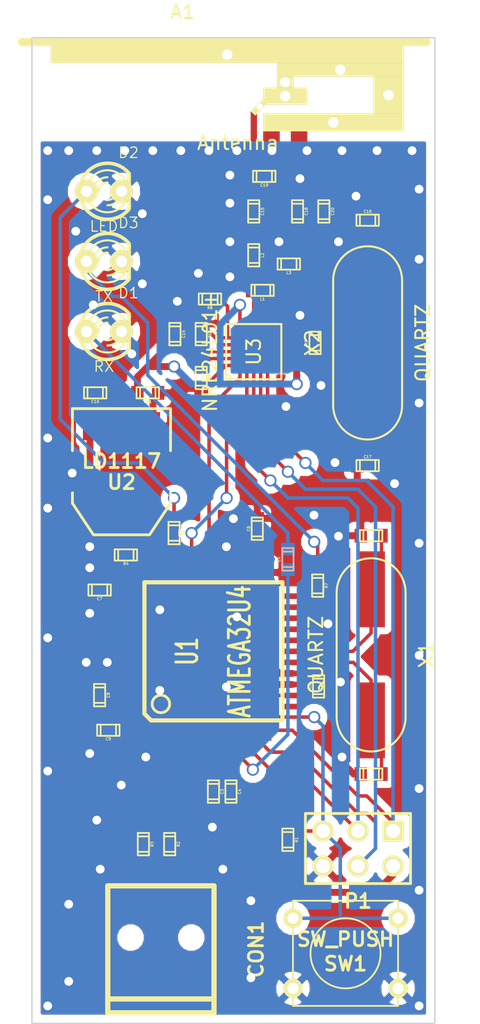
<source format=kicad_pcb>
(kicad_pcb (version 3) (host pcbnew "(2013-07-07 BZR 4022)-stable")

  (general
    (links 114)
    (no_connects 1)
    (area 28.7 15.950698 63.600001 99.536044)
    (thickness 1.6)
    (drawings 4)
    (tracks 532)
    (zones 0)
    (modules 44)
    (nets 34)
  )

  (page A3)
  (layers
    (15 F.Cu signal)
    (0 B.Cu signal)
    (16 B.Adhes user)
    (17 F.Adhes user)
    (18 B.Paste user)
    (19 F.Paste user)
    (20 B.SilkS user)
    (21 F.SilkS user)
    (22 B.Mask user)
    (23 F.Mask user)
    (24 Dwgs.User user)
    (25 Cmts.User user)
    (26 Eco1.User user)
    (27 Eco2.User user)
    (28 Edge.Cuts user)
  )

  (setup
    (last_trace_width 0.254)
    (trace_clearance 0.1)
    (zone_clearance 0.508)
    (zone_45_only no)
    (trace_min 0.254)
    (segment_width 0.2)
    (edge_width 0.1)
    (via_size 0.889)
    (via_drill 0.635)
    (via_min_size 0.889)
    (via_min_drill 0.508)
    (uvia_size 0.508)
    (uvia_drill 0.127)
    (uvias_allowed no)
    (uvia_min_size 0.508)
    (uvia_min_drill 0.127)
    (pcb_text_width 0.3)
    (pcb_text_size 1.5 1.5)
    (mod_edge_width 0.15)
    (mod_text_size 1 1)
    (mod_text_width 0.15)
    (pad_size 2.45 2.1)
    (pad_drill 0)
    (pad_to_mask_clearance 0)
    (aux_axis_origin 0 0)
    (visible_elements 7FFFFFEF)
    (pcbplotparams
      (layerselection 3178497)
      (usegerberextensions true)
      (excludeedgelayer true)
      (linewidth 0.150000)
      (plotframeref false)
      (viasonmask false)
      (mode 1)
      (useauxorigin false)
      (hpglpennumber 1)
      (hpglpenspeed 20)
      (hpglpendiameter 15)
      (hpglpenoverlay 2)
      (psnegative false)
      (psa4output false)
      (plotreference true)
      (plotvalue true)
      (plotothertext true)
      (plotinvisibletext false)
      (padsonsilk false)
      (subtractmaskfromsilk false)
      (outputformat 1)
      (mirror false)
      (drillshape 1)
      (scaleselection 1)
      (outputdirectory ""))
  )

  (net 0 "")
  (net 1 "/ICSP Header/MISO")
  (net 2 "/ICSP Header/MOSI")
  (net 3 "/ICSP Header/SCK")
  (net 4 /Radio/CE)
  (net 5 /Radio/CSN)
  (net 6 3V3)
  (net 7 ANTENNA)
  (net 8 GND)
  (net 9 N-0000010)
  (net 10 N-0000011)
  (net 11 N-0000012)
  (net 12 N-0000013)
  (net 13 N-0000014)
  (net 14 N-0000016)
  (net 15 N-0000017)
  (net 16 N-0000019)
  (net 17 N-0000023)
  (net 18 N-000004)
  (net 19 N-0000042)
  (net 20 N-0000044)
  (net 21 N-0000045)
  (net 22 N-0000046)
  (net 23 N-0000047)
  (net 24 N-0000048)
  (net 25 N-0000050)
  (net 26 N-0000051)
  (net 27 N-0000052)
  (net 28 N-000006)
  (net 29 N-000007)
  (net 30 N-000008)
  (net 31 N-000009)
  (net 32 RESET)
  (net 33 VCC)

  (net_class Default "This is the default net class."
    (clearance 0.1)
    (trace_width 0.254)
    (via_dia 0.889)
    (via_drill 0.635)
    (uvia_dia 0.508)
    (uvia_drill 0.127)
    (add_net "")
    (add_net "/ICSP Header/MISO")
    (add_net "/ICSP Header/MOSI")
    (add_net "/ICSP Header/SCK")
    (add_net /Radio/CE)
    (add_net /Radio/CSN)
    (add_net N-0000010)
    (add_net N-0000011)
    (add_net N-0000012)
    (add_net N-0000013)
    (add_net N-0000014)
    (add_net N-0000016)
    (add_net N-0000017)
    (add_net N-0000019)
    (add_net N-0000023)
    (add_net N-000004)
    (add_net N-0000042)
    (add_net N-0000044)
    (add_net N-0000045)
    (add_net N-0000046)
    (add_net N-0000047)
    (add_net N-0000048)
    (add_net N-0000050)
    (add_net N-0000051)
    (add_net N-0000052)
    (add_net N-000006)
    (add_net N-000007)
    (add_net N-000008)
    (add_net N-000009)
    (add_net RESET)
  )

  (net_class Antenna ""
    (clearance 0.1)
    (trace_width 0.277)
    (via_dia 0.889)
    (via_drill 0.635)
    (uvia_dia 0.508)
    (uvia_drill 0.127)
    (add_net ANTENNA)
  )

  (net_class Power ""
    (clearance 0.1)
    (trace_width 0.254)
    (via_dia 0.889)
    (via_drill 0.635)
    (uvia_dia 0.508)
    (uvia_drill 0.127)
    (add_net 3V3)
    (add_net GND)
    (add_net VCC)
  )

  (module USB_MINI_B (layer F.Cu) (tedit 52B08DE7) (tstamp 52B08987)
    (at 40.465 93.69 90)
    (descr "USB Mini-B 5-pin SMD connector")
    (tags "USB, Mini-B, connector")
    (path /52AF8AAF)
    (fp_text reference CON1 (at 0 6.90118 90) (layer F.SilkS)
      (effects (font (size 1.016 1.016) (thickness 0.2032)))
    )
    (fp_text value USB-MINI-B (at 0 -7.0993 90) (layer F.SilkS) hide
      (effects (font (size 1.016 1.016) (thickness 0.2032)))
    )
    (fp_line (start -3.59918 -3.85064) (end -3.59918 3.85064) (layer F.SilkS) (width 0.381))
    (fp_line (start -4.59994 -3.85064) (end -4.59994 3.85064) (layer F.SilkS) (width 0.381))
    (fp_line (start -4.59994 3.85064) (end 4.59994 3.85064) (layer F.SilkS) (width 0.381))
    (fp_line (start 4.59994 3.85064) (end 4.59994 -3.85064) (layer F.SilkS) (width 0.381))
    (fp_line (start 4.59994 -3.85064) (end -4.59994 -3.85064) (layer F.SilkS) (width 0.381))
    (pad 1 smd rect (at 3.44932 -1.6002 90) (size 2.30124 0.50038)
      (layers F.Cu F.Paste F.Mask)
      (net 33 VCC)
    )
    (pad 2 smd rect (at 3.44932 -0.8001 90) (size 2.30124 0.50038)
      (layers F.Cu F.Paste F.Mask)
      (net 30 N-000008)
    )
    (pad 3 smd rect (at 3.44932 0 90) (size 2.30124 0.50038)
      (layers F.Cu F.Paste F.Mask)
      (net 29 N-000007)
    )
    (pad 4 smd rect (at 3.44932 0.8001 90) (size 2.30124 0.50038)
      (layers F.Cu F.Paste F.Mask)
    )
    (pad 5 smd rect (at 3.44932 1.6002 90) (size 2.30124 0.50038)
      (layers F.Cu F.Paste F.Mask)
      (net 8 GND)
    )
    (pad 6 smd rect (at 3.35026 -4.45008 90) (size 2.49936 1.99898)
      (layers F.Cu F.Paste F.Mask)
      (net 8 GND)
    )
    (pad 7 smd rect (at -2.14884 -4.45008 90) (size 2.49936 1.99898)
      (layers F.Cu F.Paste F.Mask)
      (net 8 GND)
    )
    (pad 8 smd rect (at 3.35026 4.45008 90) (size 2.49936 1.99898)
      (layers F.Cu F.Paste F.Mask)
      (net 8 GND)
    )
    (pad 9 smd rect (at -2.14884 4.45008 90) (size 2.49936 1.99898)
      (layers F.Cu F.Paste F.Mask)
      (net 8 GND)
    )
    (pad "" np_thru_hole circle (at 0.8509 -2.19964 90) (size 0.89916 0.89916) (drill 0.89916)
      (layers *.Cu *.Mask F.SilkS)
    )
    (pad "" np_thru_hole circle (at 0.8509 2.19964 90) (size 0.89916 0.89916) (drill 0.89916)
      (layers *.Cu *.Mask F.SilkS)
    )
  )

  (module TQFP44 (layer F.Cu) (tedit 200000) (tstamp 52B089BD)
    (at 44.275 72.1 90)
    (path /52AF8A7D)
    (attr smd)
    (fp_text reference U1 (at 0 -1.905 90) (layer F.SilkS)
      (effects (font (size 1.524 1.016) (thickness 0.2032)))
    )
    (fp_text value ATMEGA32U4 (at 0 1.905 90) (layer F.SilkS)
      (effects (font (size 1.524 1.016) (thickness 0.2032)))
    )
    (fp_line (start 5.0038 -5.0038) (end 5.0038 5.0038) (layer F.SilkS) (width 0.3048))
    (fp_line (start 5.0038 5.0038) (end -5.0038 5.0038) (layer F.SilkS) (width 0.3048))
    (fp_line (start -5.0038 -4.5212) (end -5.0038 5.0038) (layer F.SilkS) (width 0.3048))
    (fp_line (start -4.5212 -5.0038) (end 5.0038 -5.0038) (layer F.SilkS) (width 0.3048))
    (fp_line (start -5.0038 -4.5212) (end -4.5212 -5.0038) (layer F.SilkS) (width 0.3048))
    (fp_circle (center -3.81 -3.81) (end -3.81 -3.175) (layer F.SilkS) (width 0.2032))
    (pad 39 smd rect (at 0 -5.715 90) (size 0.4064 1.524)
      (layers F.Cu F.Paste F.Mask)
    )
    (pad 40 smd rect (at -0.8001 -5.715 90) (size 0.4064 1.524)
      (layers F.Cu F.Paste F.Mask)
    )
    (pad 41 smd rect (at -1.6002 -5.715 90) (size 0.4064 1.524)
      (layers F.Cu F.Paste F.Mask)
    )
    (pad 42 smd rect (at -2.4003 -5.715 90) (size 0.4064 1.524)
      (layers F.Cu F.Paste F.Mask)
      (net 19 N-0000042)
    )
    (pad 43 smd rect (at -3.2004 -5.715 90) (size 0.4064 1.524)
      (layers F.Cu F.Paste F.Mask)
      (net 8 GND)
    )
    (pad 44 smd rect (at -4.0005 -5.715 90) (size 0.4064 1.524)
      (layers F.Cu F.Paste F.Mask)
      (net 33 VCC)
    )
    (pad 38 smd rect (at 0.8001 -5.715 90) (size 0.4064 1.524)
      (layers F.Cu F.Paste F.Mask)
    )
    (pad 37 smd rect (at 1.6002 -5.715 90) (size 0.4064 1.524)
      (layers F.Cu F.Paste F.Mask)
    )
    (pad 36 smd rect (at 2.4003 -5.715 90) (size 0.4064 1.524)
      (layers F.Cu F.Paste F.Mask)
    )
    (pad 35 smd rect (at 3.2004 -5.715 90) (size 0.4064 1.524)
      (layers F.Cu F.Paste F.Mask)
      (net 8 GND)
    )
    (pad 34 smd rect (at 4.0005 -5.715 90) (size 0.4064 1.524)
      (layers F.Cu F.Paste F.Mask)
      (net 33 VCC)
    )
    (pad 17 smd rect (at 0 5.715 90) (size 0.4064 1.524)
      (layers F.Cu F.Paste F.Mask)
      (net 15 N-0000017)
    )
    (pad 16 smd rect (at -0.8001 5.715 90) (size 0.4064 1.524)
      (layers F.Cu F.Paste F.Mask)
      (net 14 N-0000016)
    )
    (pad 15 smd rect (at -1.6002 5.715 90) (size 0.4064 1.524)
      (layers F.Cu F.Paste F.Mask)
      (net 8 GND)
    )
    (pad 14 smd rect (at -2.4003 5.715 90) (size 0.4064 1.524)
      (layers F.Cu F.Paste F.Mask)
      (net 33 VCC)
    )
    (pad 13 smd rect (at -3.2004 5.715 90) (size 0.4064 1.524)
      (layers F.Cu F.Paste F.Mask)
      (net 32 RESET)
    )
    (pad 12 smd rect (at -4.0005 5.715 90) (size 0.4064 1.524)
      (layers F.Cu F.Paste F.Mask)
    )
    (pad 18 smd rect (at 0.8001 5.715 90) (size 0.4064 1.524)
      (layers F.Cu F.Paste F.Mask)
    )
    (pad 19 smd rect (at 1.6002 5.715 90) (size 0.4064 1.524)
      (layers F.Cu F.Paste F.Mask)
    )
    (pad 20 smd rect (at 2.4003 5.715 90) (size 0.4064 1.524)
      (layers F.Cu F.Paste F.Mask)
    )
    (pad 21 smd rect (at 3.2004 5.715 90) (size 0.4064 1.524)
      (layers F.Cu F.Paste F.Mask)
    )
    (pad 22 smd rect (at 4.0005 5.715 90) (size 0.4064 1.524)
      (layers F.Cu F.Paste F.Mask)
      (net 11 N-0000012)
    )
    (pad 6 smd rect (at -5.715 0 90) (size 1.524 0.4064)
      (layers F.Cu F.Paste F.Mask)
      (net 28 N-000006)
    )
    (pad 28 smd rect (at 5.715 0 90) (size 1.524 0.4064)
      (layers F.Cu F.Paste F.Mask)
    )
    (pad 7 smd rect (at -5.715 0.8001 90) (size 1.524 0.4064)
      (layers F.Cu F.Paste F.Mask)
      (net 33 VCC)
    )
    (pad 27 smd rect (at 5.715 0.8001 90) (size 1.524 0.4064)
      (layers F.Cu F.Paste F.Mask)
    )
    (pad 26 smd rect (at 5.715 1.6002 90) (size 1.524 0.4064)
      (layers F.Cu F.Paste F.Mask)
    )
    (pad 8 smd rect (at -5.715 1.6002 90) (size 1.524 0.4064)
      (layers F.Cu F.Paste F.Mask)
      (net 13 N-0000014)
    )
    (pad 9 smd rect (at -5.715 2.4003 90) (size 1.524 0.4064)
      (layers F.Cu F.Paste F.Mask)
      (net 3 "/ICSP Header/SCK")
    )
    (pad 25 smd rect (at 5.715 2.4003 90) (size 1.524 0.4064)
      (layers F.Cu F.Paste F.Mask)
    )
    (pad 24 smd rect (at 5.715 3.2004 90) (size 1.524 0.4064)
      (layers F.Cu F.Paste F.Mask)
      (net 33 VCC)
    )
    (pad 10 smd rect (at -5.715 3.2004 90) (size 1.524 0.4064)
      (layers F.Cu F.Paste F.Mask)
      (net 2 "/ICSP Header/MOSI")
    )
    (pad 11 smd rect (at -5.715 4.0005 90) (size 1.524 0.4064)
      (layers F.Cu F.Paste F.Mask)
      (net 1 "/ICSP Header/MISO")
    )
    (pad 23 smd rect (at 5.715 4.0005 90) (size 1.524 0.4064)
      (layers F.Cu F.Paste F.Mask)
      (net 8 GND)
    )
    (pad 29 smd rect (at 5.715 -0.8001 90) (size 1.524 0.4064)
      (layers F.Cu F.Paste F.Mask)
      (net 4 /Radio/CE)
    )
    (pad 5 smd rect (at -5.715 -0.8001 90) (size 1.524 0.4064)
      (layers F.Cu F.Paste F.Mask)
      (net 8 GND)
    )
    (pad 4 smd rect (at -5.715 -1.6002 90) (size 1.524 0.4064)
      (layers F.Cu F.Paste F.Mask)
      (net 31 N-000009)
    )
    (pad 30 smd rect (at 5.715 -1.6002 90) (size 1.524 0.4064)
      (layers F.Cu F.Paste F.Mask)
      (net 5 /Radio/CSN)
    )
    (pad 31 smd rect (at 5.715 -2.4003 90) (size 1.524 0.4064)
      (layers F.Cu F.Paste F.Mask)
    )
    (pad 3 smd rect (at -5.715 -2.4003 90) (size 1.524 0.4064)
      (layers F.Cu F.Paste F.Mask)
      (net 9 N-0000010)
    )
    (pad 2 smd rect (at -5.715 -3.2004 90) (size 1.524 0.4064)
      (layers F.Cu F.Paste F.Mask)
      (net 33 VCC)
    )
    (pad 32 smd rect (at 5.715 -3.2004 90) (size 1.524 0.4064)
      (layers F.Cu F.Paste F.Mask)
      (net 16 N-0000019)
    )
    (pad 33 smd rect (at 5.715 -4.0005 90) (size 1.524 0.4064)
      (layers F.Cu F.Paste F.Mask)
      (net 18 N-000004)
    )
    (pad 1 smd rect (at -5.715 -4.0005 90) (size 1.524 0.4064)
      (layers F.Cu F.Paste F.Mask)
    )
  )

  (module SW_PUSH_SMALL (layer F.Cu) (tedit 46544DB3) (tstamp 52B88CEA)
    (at 53.848 93.98 180)
    (path /52AF98BC)
    (fp_text reference SW1 (at 0 -0.762 180) (layer F.SilkS)
      (effects (font (size 1.016 1.016) (thickness 0.2032)))
    )
    (fp_text value SW_PUSH (at 0 1.016 180) (layer F.SilkS)
      (effects (font (size 1.016 1.016) (thickness 0.2032)))
    )
    (fp_circle (center 0 0) (end 0 -2.54) (layer F.SilkS) (width 0.127))
    (fp_line (start -3.81 -3.81) (end 3.81 -3.81) (layer F.SilkS) (width 0.127))
    (fp_line (start 3.81 -3.81) (end 3.81 3.81) (layer F.SilkS) (width 0.127))
    (fp_line (start 3.81 3.81) (end -3.81 3.81) (layer F.SilkS) (width 0.127))
    (fp_line (start -3.81 -3.81) (end -3.81 3.81) (layer F.SilkS) (width 0.127))
    (pad 1 thru_hole circle (at 3.81 -2.54 180) (size 1.397 1.397) (drill 0.8128)
      (layers *.Cu *.Mask F.SilkS)
      (net 8 GND)
    )
    (pad 2 thru_hole circle (at 3.81 2.54 180) (size 1.397 1.397) (drill 0.8128)
      (layers *.Cu *.Mask F.SilkS)
      (net 32 RESET)
    )
    (pad 1 thru_hole circle (at -3.81 -2.54 180) (size 1.397 1.397) (drill 0.8128)
      (layers *.Cu *.Mask F.SilkS)
      (net 8 GND)
    )
    (pad 2 thru_hole circle (at -3.81 2.54 180) (size 1.397 1.397) (drill 0.8128)
      (layers *.Cu *.Mask F.SilkS)
      (net 32 RESET)
    )
  )

  (module QFN20 (layer F.Cu) (tedit 52B890DD) (tstamp 52B089FB)
    (at 47.196 50.383 90)
    (path /52AF81F8/52AF7B40)
    (fp_text reference U3 (at 0 0 90) (layer F.SilkS)
      (effects (font (size 1 1) (thickness 0.15)))
    )
    (fp_text value NRF24L01+ (at 0 -3.175 90) (layer F.SilkS)
      (effects (font (size 1 1) (thickness 0.15)))
    )
    (fp_line (start -2 -1.5) (end -1.5 -2) (layer F.SilkS) (width 0.15))
    (fp_line (start -2 -2) (end 2 -2) (layer F.SilkS) (width 0.15))
    (fp_line (start 2 -2) (end 2 2) (layer F.SilkS) (width 0.15))
    (fp_line (start 2 2) (end -2 2) (layer F.SilkS) (width 0.15))
    (fp_line (start -2 2) (end -2 -2) (layer F.SilkS) (width 0.15))
    (pad 1 smd rect (at -1.9 -1 90) (size 0.7 0.25)
      (layers F.Cu F.Paste F.Mask)
      (net 4 /Radio/CE)
    )
    (pad 2 smd rect (at -1.9 -0.5 90) (size 0.7 0.25)
      (layers F.Cu F.Paste F.Mask)
      (net 5 /Radio/CSN)
    )
    (pad 3 smd rect (at -1.9 0 90) (size 0.7 0.25)
      (layers F.Cu F.Paste F.Mask)
      (net 3 "/ICSP Header/SCK")
    )
    (pad 4 smd rect (at -1.9 0.5 90) (size 0.7 0.25)
      (layers F.Cu F.Paste F.Mask)
      (net 2 "/ICSP Header/MOSI")
    )
    (pad 5 smd rect (at -1.9 1 90) (size 0.7 0.25)
      (layers F.Cu F.Paste F.Mask)
      (net 1 "/ICSP Header/MISO")
    )
    (pad 6 smd rect (at -1 1.9 180) (size 0.7 0.25)
      (layers F.Cu F.Paste F.Mask)
    )
    (pad 7 smd rect (at -0.5 1.9 180) (size 0.7 0.25)
      (layers F.Cu F.Paste F.Mask)
      (net 6 3V3)
    )
    (pad 8 smd rect (at 0 1.9 180) (size 0.7 0.25)
      (layers F.Cu F.Paste F.Mask)
      (net 8 GND)
    )
    (pad 9 smd rect (at 0.5 1.9 180) (size 0.7 0.25)
      (layers F.Cu F.Paste F.Mask)
      (net 25 N-0000050)
    )
    (pad 10 smd rect (at 1 1.9 180) (size 0.7 0.25)
      (layers F.Cu F.Paste F.Mask)
      (net 21 N-0000045)
    )
    (pad 11 smd rect (at 1.9 1 90) (size 0.7 0.25)
      (layers F.Cu F.Paste F.Mask)
      (net 27 N-0000052)
    )
    (pad 12 smd rect (at 1.9 0.5 90) (size 0.7 0.25)
      (layers F.Cu F.Paste F.Mask)
      (net 24 N-0000048)
    )
    (pad 13 smd rect (at 1.9 0 90) (size 0.7 0.25)
      (layers F.Cu F.Paste F.Mask)
      (net 26 N-0000051)
    )
    (pad 14 smd rect (at 1.9 -0.5 90) (size 0.7 0.25)
      (layers F.Cu F.Paste F.Mask)
      (net 8 GND)
    )
    (pad 15 smd rect (at 1.9 -1 90) (size 0.7 0.25)
      (layers F.Cu F.Paste F.Mask)
      (net 6 3V3)
    )
    (pad 16 smd rect (at 1 -1.9 180) (size 0.7 0.25)
      (layers F.Cu F.Paste F.Mask)
      (net 20 N-0000044)
    )
    (pad 17 smd rect (at 0.5 -1.9 180) (size 0.7 0.25)
      (layers F.Cu F.Paste F.Mask)
      (net 8 GND)
    )
    (pad 18 smd rect (at 0 -1.9 180) (size 0.7 0.25)
      (layers F.Cu F.Paste F.Mask)
      (net 6 3V3)
    )
    (pad 19 smd rect (at -0.5 -1.9 180) (size 0.7 0.25)
      (layers F.Cu F.Paste F.Mask)
      (net 22 N-0000046)
    )
    (pad 20 smd rect (at -1 -1.9 180) (size 0.7 0.25)
      (layers F.Cu F.Paste F.Mask)
      (net 8 GND)
    )
    (pad "" smd trapezoid (at -0.875 -0.875 135) (size 0.4935 0.4935)
      (layers F.Cu F.Paste F.Mask)
      (net 8 GND)
    )
    (pad "" smd trapezoid (at 0 0.175 90) (size 2.45 2.1)
      (layers F.Cu F.Paste F.Mask)
      (net 8 GND)
    )
    (pad "" smd trapezoid (at 0.175 0 90) (size 2.1 2.45)
      (layers F.Cu F.Paste F.Mask)
      (net 8 GND)
    )
  )

  (module pin_array_3x2 (layer F.Cu) (tedit 42931587) (tstamp 52B08A09)
    (at 54.7525 86.3875 180)
    (descr "Double rangee de contacts 2 x 4 pins")
    (tags CONN)
    (path /52B04855/52B0485F)
    (fp_text reference P1 (at 0 -3.81 180) (layer F.SilkS)
      (effects (font (size 1.016 1.016) (thickness 0.2032)))
    )
    (fp_text value CONN_3X2 (at 0 3.81 180) (layer F.SilkS) hide
      (effects (font (size 1.016 1.016) (thickness 0.2032)))
    )
    (fp_line (start 3.81 2.54) (end -3.81 2.54) (layer F.SilkS) (width 0.2032))
    (fp_line (start -3.81 -2.54) (end 3.81 -2.54) (layer F.SilkS) (width 0.2032))
    (fp_line (start 3.81 -2.54) (end 3.81 2.54) (layer F.SilkS) (width 0.2032))
    (fp_line (start -3.81 2.54) (end -3.81 -2.54) (layer F.SilkS) (width 0.2032))
    (pad 1 thru_hole rect (at -2.54 1.27 180) (size 1.524 1.524) (drill 1.016)
      (layers *.Cu *.Mask F.SilkS)
      (net 1 "/ICSP Header/MISO")
    )
    (pad 2 thru_hole circle (at -2.54 -1.27 180) (size 1.524 1.524) (drill 1.016)
      (layers *.Cu *.Mask F.SilkS)
      (net 33 VCC)
    )
    (pad 3 thru_hole circle (at 0 1.27 180) (size 1.524 1.524) (drill 1.016)
      (layers *.Cu *.Mask F.SilkS)
      (net 3 "/ICSP Header/SCK")
    )
    (pad 4 thru_hole circle (at 0 -1.27 180) (size 1.524 1.524) (drill 1.016)
      (layers *.Cu *.Mask F.SilkS)
      (net 2 "/ICSP Header/MOSI")
    )
    (pad 5 thru_hole circle (at 2.54 1.27 180) (size 1.524 1.524) (drill 1.016)
      (layers *.Cu *.Mask F.SilkS)
      (net 32 RESET)
    )
    (pad 6 thru_hole circle (at 2.54 -1.27 180) (size 1.524 1.524) (drill 1.016)
      (layers *.Cu *.Mask F.SilkS)
      (net 8 GND)
    )
    (model pin_array/pins_array_3x2.wrl
      (at (xyz 0 0 0))
      (scale (xyz 1 1 1))
      (rotate (xyz 0 0 0))
    )
  )

  (module LED-3MM (layer F.Cu) (tedit 50ADE848) (tstamp 52B08A22)
    (at 36.3375 43.8425)
    (descr "LED 3mm - Lead pitch 100mil (2,54mm)")
    (tags "LED led 3mm 3MM 100mil 2,54mm")
    (path /52B06294)
    (fp_text reference D3 (at 1.778 -2.794) (layer F.SilkS)
      (effects (font (size 0.762 0.762) (thickness 0.0889)))
    )
    (fp_text value TX (at 0 2.54) (layer F.SilkS)
      (effects (font (size 0.762 0.762) (thickness 0.0889)))
    )
    (fp_line (start 1.8288 1.27) (end 1.8288 -1.27) (layer F.SilkS) (width 0.254))
    (fp_arc (start 0.254 0) (end -1.27 0) (angle 39.8) (layer F.SilkS) (width 0.1524))
    (fp_arc (start 0.254 0) (end -0.88392 1.01092) (angle 41.6) (layer F.SilkS) (width 0.1524))
    (fp_arc (start 0.254 0) (end 1.4097 -0.9906) (angle 40.6) (layer F.SilkS) (width 0.1524))
    (fp_arc (start 0.254 0) (end 1.778 0) (angle 39.8) (layer F.SilkS) (width 0.1524))
    (fp_arc (start 0.254 0) (end 0.254 -1.524) (angle 54.4) (layer F.SilkS) (width 0.1524))
    (fp_arc (start 0.254 0) (end -0.9652 -0.9144) (angle 53.1) (layer F.SilkS) (width 0.1524))
    (fp_arc (start 0.254 0) (end 1.45542 0.93472) (angle 52.1) (layer F.SilkS) (width 0.1524))
    (fp_arc (start 0.254 0) (end 0.254 1.524) (angle 52.1) (layer F.SilkS) (width 0.1524))
    (fp_arc (start 0.254 0) (end -0.381 0) (angle 90) (layer F.SilkS) (width 0.1524))
    (fp_arc (start 0.254 0) (end -0.762 0) (angle 90) (layer F.SilkS) (width 0.1524))
    (fp_arc (start 0.254 0) (end 0.889 0) (angle 90) (layer F.SilkS) (width 0.1524))
    (fp_arc (start 0.254 0) (end 1.27 0) (angle 90) (layer F.SilkS) (width 0.1524))
    (fp_arc (start 0.254 0) (end 0.254 -2.032) (angle 50.1) (layer F.SilkS) (width 0.254))
    (fp_arc (start 0.254 0) (end -1.5367 -0.95504) (angle 61.9) (layer F.SilkS) (width 0.254))
    (fp_arc (start 0.254 0) (end 1.8034 1.31064) (angle 49.7) (layer F.SilkS) (width 0.254))
    (fp_arc (start 0.254 0) (end 0.254 2.032) (angle 60.2) (layer F.SilkS) (width 0.254))
    (fp_arc (start 0.254 0) (end -1.778 0) (angle 28.3) (layer F.SilkS) (width 0.254))
    (fp_arc (start 0.254 0) (end -1.47574 1.06426) (angle 31.6) (layer F.SilkS) (width 0.254))
    (pad 1 thru_hole circle (at -1.27 0) (size 1.6764 1.6764) (drill 0.8128)
      (layers *.Cu *.Mask F.SilkS)
      (net 10 N-0000011)
    )
    (pad 2 thru_hole circle (at 1.27 0) (size 1.6764 1.6764) (drill 0.8128)
      (layers *.Cu *.Mask F.SilkS)
      (net 8 GND)
    )
    (model discret/leds/led3_vertical_verde.wrl
      (at (xyz 0 0 0))
      (scale (xyz 1 1 1))
      (rotate (xyz 0 0 0))
    )
  )

  (module LED-3MM (layer F.Cu) (tedit 50ADE848) (tstamp 52B08A3B)
    (at 36.3375 48.9225)
    (descr "LED 3mm - Lead pitch 100mil (2,54mm)")
    (tags "LED led 3mm 3MM 100mil 2,54mm")
    (path /52B06256)
    (fp_text reference D1 (at 1.778 -2.794) (layer F.SilkS)
      (effects (font (size 0.762 0.762) (thickness 0.0889)))
    )
    (fp_text value RX (at 0 2.54) (layer F.SilkS)
      (effects (font (size 0.762 0.762) (thickness 0.0889)))
    )
    (fp_line (start 1.8288 1.27) (end 1.8288 -1.27) (layer F.SilkS) (width 0.254))
    (fp_arc (start 0.254 0) (end -1.27 0) (angle 39.8) (layer F.SilkS) (width 0.1524))
    (fp_arc (start 0.254 0) (end -0.88392 1.01092) (angle 41.6) (layer F.SilkS) (width 0.1524))
    (fp_arc (start 0.254 0) (end 1.4097 -0.9906) (angle 40.6) (layer F.SilkS) (width 0.1524))
    (fp_arc (start 0.254 0) (end 1.778 0) (angle 39.8) (layer F.SilkS) (width 0.1524))
    (fp_arc (start 0.254 0) (end 0.254 -1.524) (angle 54.4) (layer F.SilkS) (width 0.1524))
    (fp_arc (start 0.254 0) (end -0.9652 -0.9144) (angle 53.1) (layer F.SilkS) (width 0.1524))
    (fp_arc (start 0.254 0) (end 1.45542 0.93472) (angle 52.1) (layer F.SilkS) (width 0.1524))
    (fp_arc (start 0.254 0) (end 0.254 1.524) (angle 52.1) (layer F.SilkS) (width 0.1524))
    (fp_arc (start 0.254 0) (end -0.381 0) (angle 90) (layer F.SilkS) (width 0.1524))
    (fp_arc (start 0.254 0) (end -0.762 0) (angle 90) (layer F.SilkS) (width 0.1524))
    (fp_arc (start 0.254 0) (end 0.889 0) (angle 90) (layer F.SilkS) (width 0.1524))
    (fp_arc (start 0.254 0) (end 1.27 0) (angle 90) (layer F.SilkS) (width 0.1524))
    (fp_arc (start 0.254 0) (end 0.254 -2.032) (angle 50.1) (layer F.SilkS) (width 0.254))
    (fp_arc (start 0.254 0) (end -1.5367 -0.95504) (angle 61.9) (layer F.SilkS) (width 0.254))
    (fp_arc (start 0.254 0) (end 1.8034 1.31064) (angle 49.7) (layer F.SilkS) (width 0.254))
    (fp_arc (start 0.254 0) (end 0.254 2.032) (angle 60.2) (layer F.SilkS) (width 0.254))
    (fp_arc (start 0.254 0) (end -1.778 0) (angle 28.3) (layer F.SilkS) (width 0.254))
    (fp_arc (start 0.254 0) (end -1.47574 1.06426) (angle 31.6) (layer F.SilkS) (width 0.254))
    (pad 1 thru_hole circle (at -1.27 0) (size 1.6764 1.6764) (drill 0.8128)
      (layers *.Cu *.Mask F.SilkS)
      (net 12 N-0000013)
    )
    (pad 2 thru_hole circle (at 1.27 0) (size 1.6764 1.6764) (drill 0.8128)
      (layers *.Cu *.Mask F.SilkS)
      (net 8 GND)
    )
    (model discret/leds/led3_vertical_verde.wrl
      (at (xyz 0 0 0))
      (scale (xyz 1 1 1))
      (rotate (xyz 0 0 0))
    )
  )

  (module LED-3MM (layer F.Cu) (tedit 50ADE848) (tstamp 52B88738)
    (at 36.3375 38.7625)
    (descr "LED 3mm - Lead pitch 100mil (2,54mm)")
    (tags "LED led 3mm 3MM 100mil 2,54mm")
    (path /52B05B35)
    (fp_text reference D2 (at 1.778 -2.794) (layer F.SilkS)
      (effects (font (size 0.762 0.762) (thickness 0.0889)))
    )
    (fp_text value LED (at 0 2.54) (layer F.SilkS)
      (effects (font (size 0.762 0.762) (thickness 0.0889)))
    )
    (fp_line (start 1.8288 1.27) (end 1.8288 -1.27) (layer F.SilkS) (width 0.254))
    (fp_arc (start 0.254 0) (end -1.27 0) (angle 39.8) (layer F.SilkS) (width 0.1524))
    (fp_arc (start 0.254 0) (end -0.88392 1.01092) (angle 41.6) (layer F.SilkS) (width 0.1524))
    (fp_arc (start 0.254 0) (end 1.4097 -0.9906) (angle 40.6) (layer F.SilkS) (width 0.1524))
    (fp_arc (start 0.254 0) (end 1.778 0) (angle 39.8) (layer F.SilkS) (width 0.1524))
    (fp_arc (start 0.254 0) (end 0.254 -1.524) (angle 54.4) (layer F.SilkS) (width 0.1524))
    (fp_arc (start 0.254 0) (end -0.9652 -0.9144) (angle 53.1) (layer F.SilkS) (width 0.1524))
    (fp_arc (start 0.254 0) (end 1.45542 0.93472) (angle 52.1) (layer F.SilkS) (width 0.1524))
    (fp_arc (start 0.254 0) (end 0.254 1.524) (angle 52.1) (layer F.SilkS) (width 0.1524))
    (fp_arc (start 0.254 0) (end -0.381 0) (angle 90) (layer F.SilkS) (width 0.1524))
    (fp_arc (start 0.254 0) (end -0.762 0) (angle 90) (layer F.SilkS) (width 0.1524))
    (fp_arc (start 0.254 0) (end 0.889 0) (angle 90) (layer F.SilkS) (width 0.1524))
    (fp_arc (start 0.254 0) (end 1.27 0) (angle 90) (layer F.SilkS) (width 0.1524))
    (fp_arc (start 0.254 0) (end 0.254 -2.032) (angle 50.1) (layer F.SilkS) (width 0.254))
    (fp_arc (start 0.254 0) (end -1.5367 -0.95504) (angle 61.9) (layer F.SilkS) (width 0.254))
    (fp_arc (start 0.254 0) (end 1.8034 1.31064) (angle 49.7) (layer F.SilkS) (width 0.254))
    (fp_arc (start 0.254 0) (end 0.254 2.032) (angle 60.2) (layer F.SilkS) (width 0.254))
    (fp_arc (start 0.254 0) (end -1.778 0) (angle 28.3) (layer F.SilkS) (width 0.254))
    (fp_arc (start 0.254 0) (end -1.47574 1.06426) (angle 31.6) (layer F.SilkS) (width 0.254))
    (pad 1 thru_hole circle (at -1.27 0) (size 1.6764 1.6764) (drill 0.8128)
      (layers *.Cu *.Mask F.SilkS)
      (net 17 N-0000023)
    )
    (pad 2 thru_hole circle (at 1.27 0) (size 1.6764 1.6764) (drill 0.8128)
      (layers *.Cu *.Mask F.SilkS)
      (net 8 GND)
    )
    (model discret/leds/led3_vertical_verde.wrl
      (at (xyz 0 0 0))
      (scale (xyz 1 1 1))
      (rotate (xyz 0 0 0))
    )
  )

  (module SOT223 (layer F.Cu) (tedit 200000) (tstamp 52B089CE)
    (at 37.6075 59.0825 180)
    (descr "module CMS SOT223 4 pins")
    (tags "CMS SOT")
    (path /52B03D0A)
    (attr smd)
    (fp_text reference U2 (at 0 -0.762 180) (layer F.SilkS)
      (effects (font (size 1.016 1.016) (thickness 0.2032)))
    )
    (fp_text value LD1117 (at 0 0.762 180) (layer F.SilkS)
      (effects (font (size 1.016 1.016) (thickness 0.2032)))
    )
    (fp_line (start -3.556 1.524) (end -3.556 4.572) (layer F.SilkS) (width 0.2032))
    (fp_line (start -3.556 4.572) (end 3.556 4.572) (layer F.SilkS) (width 0.2032))
    (fp_line (start 3.556 4.572) (end 3.556 1.524) (layer F.SilkS) (width 0.2032))
    (fp_line (start -3.556 -1.524) (end -3.556 -2.286) (layer F.SilkS) (width 0.2032))
    (fp_line (start -3.556 -2.286) (end -2.032 -4.572) (layer F.SilkS) (width 0.2032))
    (fp_line (start -2.032 -4.572) (end 2.032 -4.572) (layer F.SilkS) (width 0.2032))
    (fp_line (start 2.032 -4.572) (end 3.556 -2.286) (layer F.SilkS) (width 0.2032))
    (fp_line (start 3.556 -2.286) (end 3.556 -1.524) (layer F.SilkS) (width 0.2032))
    (pad 4 smd rect (at 0 -3.302 180) (size 3.6576 2.032)
      (layers F.Cu F.Paste F.Mask)
    )
    (pad 2 smd rect (at 0 3.302 180) (size 1.016 2.032)
      (layers F.Cu F.Paste F.Mask)
      (net 6 3V3)
    )
    (pad 3 smd rect (at 2.286 3.302 180) (size 1.016 2.032)
      (layers F.Cu F.Paste F.Mask)
      (net 33 VCC)
    )
    (pad 1 smd rect (at -2.286 3.302 180) (size 1.016 2.032)
      (layers F.Cu F.Paste F.Mask)
      (net 8 GND)
    )
    (model smd/SOT223.wrl
      (at (xyz 0 0 0))
      (scale (xyz 0.4 0.4 0.4))
      (rotate (xyz 0 0 0))
    )
  )

  (module c_0603 (layer F.Cu) (tedit 490472AA) (tstamp 52B08A60)
    (at 47.196 43.398 270)
    (descr "SMT capacitor, 0603")
    (path /52AF81F8/52AF7FDC)
    (fp_text reference L2 (at 0 -0.635 270) (layer F.SilkS)
      (effects (font (size 0.20066 0.20066) (thickness 0.04064)))
    )
    (fp_text value 3.9nH (at 0 0.635 270) (layer F.SilkS) hide
      (effects (font (size 0.20066 0.20066) (thickness 0.04064)))
    )
    (fp_line (start 0.5588 0.4064) (end 0.5588 -0.4064) (layer F.SilkS) (width 0.127))
    (fp_line (start -0.5588 -0.381) (end -0.5588 0.4064) (layer F.SilkS) (width 0.127))
    (fp_line (start -0.8128 -0.4064) (end 0.8128 -0.4064) (layer F.SilkS) (width 0.127))
    (fp_line (start 0.8128 -0.4064) (end 0.8128 0.4064) (layer F.SilkS) (width 0.127))
    (fp_line (start 0.8128 0.4064) (end -0.8128 0.4064) (layer F.SilkS) (width 0.127))
    (fp_line (start -0.8128 0.4064) (end -0.8128 -0.4064) (layer F.SilkS) (width 0.127))
    (pad 1 smd rect (at 0.75184 0 270) (size 0.89916 1.00076)
      (layers F.Cu F.Paste F.Mask)
      (net 26 N-0000051)
    )
    (pad 2 smd rect (at -0.75184 0 270) (size 0.89916 1.00076)
      (layers F.Cu F.Paste F.Mask)
      (net 23 N-0000047)
    )
    (model smd/capacitors/c_0603.wrl
      (at (xyz 0 0 0))
      (scale (xyz 1 1 1))
      (rotate (xyz 0 0 0))
    )
  )

  (module c_0603 (layer F.Cu) (tedit 490472AA) (tstamp 52B08A6C)
    (at 51.641 49.748 90)
    (descr "SMT capacitor, 0603")
    (path /52AF81F8/52AF7E5E)
    (fp_text reference R9 (at 0 -0.635 90) (layer F.SilkS)
      (effects (font (size 0.20066 0.20066) (thickness 0.04064)))
    )
    (fp_text value 1M (at 0 0.635 90) (layer F.SilkS) hide
      (effects (font (size 0.20066 0.20066) (thickness 0.04064)))
    )
    (fp_line (start 0.5588 0.4064) (end 0.5588 -0.4064) (layer F.SilkS) (width 0.127))
    (fp_line (start -0.5588 -0.381) (end -0.5588 0.4064) (layer F.SilkS) (width 0.127))
    (fp_line (start -0.8128 -0.4064) (end 0.8128 -0.4064) (layer F.SilkS) (width 0.127))
    (fp_line (start 0.8128 -0.4064) (end 0.8128 0.4064) (layer F.SilkS) (width 0.127))
    (fp_line (start 0.8128 0.4064) (end -0.8128 0.4064) (layer F.SilkS) (width 0.127))
    (fp_line (start -0.8128 0.4064) (end -0.8128 -0.4064) (layer F.SilkS) (width 0.127))
    (pad 1 smd rect (at 0.75184 0 90) (size 0.89916 1.00076)
      (layers F.Cu F.Paste F.Mask)
      (net 21 N-0000045)
    )
    (pad 2 smd rect (at -0.75184 0 90) (size 0.89916 1.00076)
      (layers F.Cu F.Paste F.Mask)
      (net 25 N-0000050)
    )
    (model smd/capacitors/c_0603.wrl
      (at (xyz 0 0 0))
      (scale (xyz 1 1 1))
      (rotate (xyz 0 0 0))
    )
  )

  (module c_0603 (layer F.Cu) (tedit 490472AA) (tstamp 52B08A78)
    (at 44.021 46.573 180)
    (descr "SMT capacitor, 0603")
    (path /52AF81F8/52AF7C2F)
    (fp_text reference R8 (at 0 -0.635 180) (layer F.SilkS)
      (effects (font (size 0.20066 0.20066) (thickness 0.04064)))
    )
    (fp_text value 22K (at 0 0.635 180) (layer F.SilkS) hide
      (effects (font (size 0.20066 0.20066) (thickness 0.04064)))
    )
    (fp_line (start 0.5588 0.4064) (end 0.5588 -0.4064) (layer F.SilkS) (width 0.127))
    (fp_line (start -0.5588 -0.381) (end -0.5588 0.4064) (layer F.SilkS) (width 0.127))
    (fp_line (start -0.8128 -0.4064) (end 0.8128 -0.4064) (layer F.SilkS) (width 0.127))
    (fp_line (start 0.8128 -0.4064) (end 0.8128 0.4064) (layer F.SilkS) (width 0.127))
    (fp_line (start 0.8128 0.4064) (end -0.8128 0.4064) (layer F.SilkS) (width 0.127))
    (fp_line (start -0.8128 0.4064) (end -0.8128 -0.4064) (layer F.SilkS) (width 0.127))
    (pad 1 smd rect (at 0.75184 0 180) (size 0.89916 1.00076)
      (layers F.Cu F.Paste F.Mask)
      (net 8 GND)
    )
    (pad 2 smd rect (at -0.75184 0 180) (size 0.89916 1.00076)
      (layers F.Cu F.Paste F.Mask)
      (net 20 N-0000044)
    )
    (model smd/capacitors/c_0603.wrl
      (at (xyz 0 0 0))
      (scale (xyz 1 1 1))
      (rotate (xyz 0 0 0))
    )
  )

  (module c_0603 (layer F.Cu) (tedit 490472AA) (tstamp 52B08A84)
    (at 47.831 45.938 180)
    (descr "SMT capacitor, 0603")
    (path /52AF81F8/52AF7FBE)
    (fp_text reference L1 (at 0 -0.635 180) (layer F.SilkS)
      (effects (font (size 0.20066 0.20066) (thickness 0.04064)))
    )
    (fp_text value 8.2nH (at 0 0.635 180) (layer F.SilkS) hide
      (effects (font (size 0.20066 0.20066) (thickness 0.04064)))
    )
    (fp_line (start 0.5588 0.4064) (end 0.5588 -0.4064) (layer F.SilkS) (width 0.127))
    (fp_line (start -0.5588 -0.381) (end -0.5588 0.4064) (layer F.SilkS) (width 0.127))
    (fp_line (start -0.8128 -0.4064) (end 0.8128 -0.4064) (layer F.SilkS) (width 0.127))
    (fp_line (start 0.8128 -0.4064) (end 0.8128 0.4064) (layer F.SilkS) (width 0.127))
    (fp_line (start 0.8128 0.4064) (end -0.8128 0.4064) (layer F.SilkS) (width 0.127))
    (fp_line (start -0.8128 0.4064) (end -0.8128 -0.4064) (layer F.SilkS) (width 0.127))
    (pad 1 smd rect (at 0.75184 0 180) (size 0.89916 1.00076)
      (layers F.Cu F.Paste F.Mask)
      (net 26 N-0000051)
    )
    (pad 2 smd rect (at -0.75184 0 180) (size 0.89916 1.00076)
      (layers F.Cu F.Paste F.Mask)
      (net 24 N-0000048)
    )
    (model smd/capacitors/c_0603.wrl
      (at (xyz 0 0 0))
      (scale (xyz 1 1 1))
      (rotate (xyz 0 0 0))
    )
  )

  (module c_0603 (layer F.Cu) (tedit 490472AA) (tstamp 52B08BF3)
    (at 51.8315 67.3375 270)
    (descr "SMT capacitor, 0603")
    (path /52B0629A)
    (fp_text reference R7 (at 0 -0.635 270) (layer F.SilkS)
      (effects (font (size 0.20066 0.20066) (thickness 0.04064)))
    )
    (fp_text value 680 (at 0 0.635 270) (layer F.SilkS) hide
      (effects (font (size 0.20066 0.20066) (thickness 0.04064)))
    )
    (fp_line (start 0.5588 0.4064) (end 0.5588 -0.4064) (layer F.SilkS) (width 0.127))
    (fp_line (start -0.5588 -0.381) (end -0.5588 0.4064) (layer F.SilkS) (width 0.127))
    (fp_line (start -0.8128 -0.4064) (end 0.8128 -0.4064) (layer F.SilkS) (width 0.127))
    (fp_line (start 0.8128 -0.4064) (end 0.8128 0.4064) (layer F.SilkS) (width 0.127))
    (fp_line (start 0.8128 0.4064) (end -0.8128 0.4064) (layer F.SilkS) (width 0.127))
    (fp_line (start -0.8128 0.4064) (end -0.8128 -0.4064) (layer F.SilkS) (width 0.127))
    (pad 1 smd rect (at 0.75184 0 270) (size 0.89916 1.00076)
      (layers F.Cu F.Paste F.Mask)
      (net 11 N-0000012)
    )
    (pad 2 smd rect (at -0.75184 0 270) (size 0.89916 1.00076)
      (layers F.Cu F.Paste F.Mask)
      (net 10 N-0000011)
    )
    (model smd/capacitors/c_0603.wrl
      (at (xyz 0 0 0))
      (scale (xyz 1 1 1))
      (rotate (xyz 0 0 0))
    )
  )

  (module c_0603 (layer B.Cu) (tedit 490472AA) (tstamp 52B08A9C)
    (at 49.6725 65.4325 270)
    (descr "SMT capacitor, 0603")
    (path /52B0625C)
    (fp_text reference R5 (at 0 0.635 270) (layer B.SilkS)
      (effects (font (size 0.20066 0.20066) (thickness 0.04064)) (justify mirror))
    )
    (fp_text value 680 (at 0 -0.635 270) (layer B.SilkS) hide
      (effects (font (size 0.20066 0.20066) (thickness 0.04064)) (justify mirror))
    )
    (fp_line (start 0.5588 -0.4064) (end 0.5588 0.4064) (layer B.SilkS) (width 0.127))
    (fp_line (start -0.5588 0.381) (end -0.5588 -0.4064) (layer B.SilkS) (width 0.127))
    (fp_line (start -0.8128 0.4064) (end 0.8128 0.4064) (layer B.SilkS) (width 0.127))
    (fp_line (start 0.8128 0.4064) (end 0.8128 -0.4064) (layer B.SilkS) (width 0.127))
    (fp_line (start 0.8128 -0.4064) (end -0.8128 -0.4064) (layer B.SilkS) (width 0.127))
    (fp_line (start -0.8128 -0.4064) (end -0.8128 0.4064) (layer B.SilkS) (width 0.127))
    (pad 1 smd rect (at 0.75184 0 270) (size 0.89916 1.00076)
      (layers B.Cu B.Paste B.Mask)
      (net 13 N-0000014)
    )
    (pad 2 smd rect (at -0.75184 0 270) (size 0.89916 1.00076)
      (layers B.Cu B.Paste B.Mask)
      (net 12 N-0000013)
    )
    (model smd/capacitors/c_0603.wrl
      (at (xyz 0 0 0))
      (scale (xyz 1 1 1))
      (rotate (xyz 0 0 0))
    )
  )

  (module c_0603 (layer F.Cu) (tedit 490472AA) (tstamp 52B08AA8)
    (at 41.4175 63.5275 270)
    (descr "SMT capacitor, 0603")
    (path /52B05C99)
    (fp_text reference R6 (at 0 -0.635 270) (layer F.SilkS)
      (effects (font (size 0.20066 0.20066) (thickness 0.04064)))
    )
    (fp_text value 680 (at 0 0.635 270) (layer F.SilkS) hide
      (effects (font (size 0.20066 0.20066) (thickness 0.04064)))
    )
    (fp_line (start 0.5588 0.4064) (end 0.5588 -0.4064) (layer F.SilkS) (width 0.127))
    (fp_line (start -0.5588 -0.381) (end -0.5588 0.4064) (layer F.SilkS) (width 0.127))
    (fp_line (start -0.8128 -0.4064) (end 0.8128 -0.4064) (layer F.SilkS) (width 0.127))
    (fp_line (start 0.8128 -0.4064) (end 0.8128 0.4064) (layer F.SilkS) (width 0.127))
    (fp_line (start 0.8128 0.4064) (end -0.8128 0.4064) (layer F.SilkS) (width 0.127))
    (fp_line (start -0.8128 0.4064) (end -0.8128 -0.4064) (layer F.SilkS) (width 0.127))
    (pad 1 smd rect (at 0.75184 0 270) (size 0.89916 1.00076)
      (layers F.Cu F.Paste F.Mask)
      (net 16 N-0000019)
    )
    (pad 2 smd rect (at -0.75184 0 270) (size 0.89916 1.00076)
      (layers F.Cu F.Paste F.Mask)
      (net 17 N-0000023)
    )
    (model smd/capacitors/c_0603.wrl
      (at (xyz 0 0 0))
      (scale (xyz 1 1 1))
      (rotate (xyz 0 0 0))
    )
  )

  (module c_0603 (layer F.Cu) (tedit 490472AA) (tstamp 52B08AB4)
    (at 49.736 44.033 180)
    (descr "SMT capacitor, 0603")
    (path /52AF81F8/52AF7FEE)
    (fp_text reference L3 (at 0 -0.635 180) (layer F.SilkS)
      (effects (font (size 0.20066 0.20066) (thickness 0.04064)))
    )
    (fp_text value 2.7nH (at 0 0.635 180) (layer F.SilkS) hide
      (effects (font (size 0.20066 0.20066) (thickness 0.04064)))
    )
    (fp_line (start 0.5588 0.4064) (end 0.5588 -0.4064) (layer F.SilkS) (width 0.127))
    (fp_line (start -0.5588 -0.381) (end -0.5588 0.4064) (layer F.SilkS) (width 0.127))
    (fp_line (start -0.8128 -0.4064) (end 0.8128 -0.4064) (layer F.SilkS) (width 0.127))
    (fp_line (start 0.8128 -0.4064) (end 0.8128 0.4064) (layer F.SilkS) (width 0.127))
    (fp_line (start 0.8128 0.4064) (end -0.8128 0.4064) (layer F.SilkS) (width 0.127))
    (fp_line (start -0.8128 0.4064) (end -0.8128 -0.4064) (layer F.SilkS) (width 0.127))
    (pad 1 smd rect (at 0.75184 0 180) (size 0.89916 1.00076)
      (layers F.Cu F.Paste F.Mask)
      (net 24 N-0000048)
    )
    (pad 2 smd rect (at -0.75184 0 180) (size 0.89916 1.00076)
      (layers F.Cu F.Paste F.Mask)
      (net 27 N-0000052)
    )
    (model smd/capacitors/c_0603.wrl
      (at (xyz 0 0 0))
      (scale (xyz 1 1 1))
      (rotate (xyz 0 0 0))
    )
  )

  (module c_0603 (layer F.Cu) (tedit 490472AA) (tstamp 52B08AC0)
    (at 49.6725 85.7525 270)
    (descr "SMT capacitor, 0603")
    (path /52AF98CB)
    (fp_text reference R1 (at 0 -0.635 270) (layer F.SilkS)
      (effects (font (size 0.20066 0.20066) (thickness 0.04064)))
    )
    (fp_text value 10K (at 0 0.635 270) (layer F.SilkS) hide
      (effects (font (size 0.20066 0.20066) (thickness 0.04064)))
    )
    (fp_line (start 0.5588 0.4064) (end 0.5588 -0.4064) (layer F.SilkS) (width 0.127))
    (fp_line (start -0.5588 -0.381) (end -0.5588 0.4064) (layer F.SilkS) (width 0.127))
    (fp_line (start -0.8128 -0.4064) (end 0.8128 -0.4064) (layer F.SilkS) (width 0.127))
    (fp_line (start 0.8128 -0.4064) (end 0.8128 0.4064) (layer F.SilkS) (width 0.127))
    (fp_line (start 0.8128 0.4064) (end -0.8128 0.4064) (layer F.SilkS) (width 0.127))
    (fp_line (start -0.8128 0.4064) (end -0.8128 -0.4064) (layer F.SilkS) (width 0.127))
    (pad 1 smd rect (at 0.75184 0 270) (size 0.89916 1.00076)
      (layers F.Cu F.Paste F.Mask)
      (net 33 VCC)
    )
    (pad 2 smd rect (at -0.75184 0 270) (size 0.89916 1.00076)
      (layers F.Cu F.Paste F.Mask)
      (net 32 RESET)
    )
    (model smd/capacitors/c_0603.wrl
      (at (xyz 0 0 0))
      (scale (xyz 1 1 1))
      (rotate (xyz 0 0 0))
    )
  )

  (module c_0603 (layer F.Cu) (tedit 490472AA) (tstamp 52B08ACC)
    (at 37.925 65.115 180)
    (descr "SMT capacitor, 0603")
    (path /52AF983D)
    (fp_text reference R4 (at 0 -0.635 180) (layer F.SilkS)
      (effects (font (size 0.20066 0.20066) (thickness 0.04064)))
    )
    (fp_text value 3K9 (at 0 0.635 180) (layer F.SilkS) hide
      (effects (font (size 0.20066 0.20066) (thickness 0.04064)))
    )
    (fp_line (start 0.5588 0.4064) (end 0.5588 -0.4064) (layer F.SilkS) (width 0.127))
    (fp_line (start -0.5588 -0.381) (end -0.5588 0.4064) (layer F.SilkS) (width 0.127))
    (fp_line (start -0.8128 -0.4064) (end 0.8128 -0.4064) (layer F.SilkS) (width 0.127))
    (fp_line (start 0.8128 -0.4064) (end 0.8128 0.4064) (layer F.SilkS) (width 0.127))
    (fp_line (start 0.8128 0.4064) (end -0.8128 0.4064) (layer F.SilkS) (width 0.127))
    (fp_line (start -0.8128 0.4064) (end -0.8128 -0.4064) (layer F.SilkS) (width 0.127))
    (pad 1 smd rect (at 0.75184 0 180) (size 0.89916 1.00076)
      (layers F.Cu F.Paste F.Mask)
      (net 8 GND)
    )
    (pad 2 smd rect (at -0.75184 0 180) (size 0.89916 1.00076)
      (layers F.Cu F.Paste F.Mask)
      (net 18 N-000004)
    )
    (model smd/capacitors/c_0603.wrl
      (at (xyz 0 0 0))
      (scale (xyz 1 1 1))
      (rotate (xyz 0 0 0))
    )
  )

  (module c_0603 (layer F.Cu) (tedit 490472AA) (tstamp 52B08AD8)
    (at 39.195 86.07 270)
    (descr "SMT capacitor, 0603")
    (path /52AF9175)
    (fp_text reference R3 (at 0 -0.635 270) (layer F.SilkS)
      (effects (font (size 0.20066 0.20066) (thickness 0.04064)))
    )
    (fp_text value 22 (at 0 0.635 270) (layer F.SilkS) hide
      (effects (font (size 0.20066 0.20066) (thickness 0.04064)))
    )
    (fp_line (start 0.5588 0.4064) (end 0.5588 -0.4064) (layer F.SilkS) (width 0.127))
    (fp_line (start -0.5588 -0.381) (end -0.5588 0.4064) (layer F.SilkS) (width 0.127))
    (fp_line (start -0.8128 -0.4064) (end 0.8128 -0.4064) (layer F.SilkS) (width 0.127))
    (fp_line (start 0.8128 -0.4064) (end 0.8128 0.4064) (layer F.SilkS) (width 0.127))
    (fp_line (start 0.8128 0.4064) (end -0.8128 0.4064) (layer F.SilkS) (width 0.127))
    (fp_line (start -0.8128 0.4064) (end -0.8128 -0.4064) (layer F.SilkS) (width 0.127))
    (pad 1 smd rect (at 0.75184 0 270) (size 0.89916 1.00076)
      (layers F.Cu F.Paste F.Mask)
      (net 30 N-000008)
    )
    (pad 2 smd rect (at -0.75184 0 270) (size 0.89916 1.00076)
      (layers F.Cu F.Paste F.Mask)
      (net 9 N-0000010)
    )
    (model smd/capacitors/c_0603.wrl
      (at (xyz 0 0 0))
      (scale (xyz 1 1 1))
      (rotate (xyz 0 0 0))
    )
  )

  (module c_0603 (layer F.Cu) (tedit 490472AA) (tstamp 52B08AE4)
    (at 41.1 86.07 270)
    (descr "SMT capacitor, 0603")
    (path /52AF915C)
    (fp_text reference R2 (at 0 -0.635 270) (layer F.SilkS)
      (effects (font (size 0.20066 0.20066) (thickness 0.04064)))
    )
    (fp_text value 22 (at 0 0.635 270) (layer F.SilkS) hide
      (effects (font (size 0.20066 0.20066) (thickness 0.04064)))
    )
    (fp_line (start 0.5588 0.4064) (end 0.5588 -0.4064) (layer F.SilkS) (width 0.127))
    (fp_line (start -0.5588 -0.381) (end -0.5588 0.4064) (layer F.SilkS) (width 0.127))
    (fp_line (start -0.8128 -0.4064) (end 0.8128 -0.4064) (layer F.SilkS) (width 0.127))
    (fp_line (start 0.8128 -0.4064) (end 0.8128 0.4064) (layer F.SilkS) (width 0.127))
    (fp_line (start 0.8128 0.4064) (end -0.8128 0.4064) (layer F.SilkS) (width 0.127))
    (fp_line (start -0.8128 0.4064) (end -0.8128 -0.4064) (layer F.SilkS) (width 0.127))
    (pad 1 smd rect (at 0.75184 0 270) (size 0.89916 1.00076)
      (layers F.Cu F.Paste F.Mask)
      (net 29 N-000007)
    )
    (pad 2 smd rect (at -0.75184 0 270) (size 0.89916 1.00076)
      (layers F.Cu F.Paste F.Mask)
      (net 31 N-000009)
    )
    (model smd/capacitors/c_0603.wrl
      (at (xyz 0 0 0))
      (scale (xyz 1 1 1))
      (rotate (xyz 0 0 0))
    )
  )

  (module crystal (layer F.Cu) (tedit 52B7402B) (tstamp 52B75025)
    (at 55.705 72.354 270)
    (path /52B08EF0)
    (fp_text reference X1 (at 0 -4 270) (layer F.SilkS)
      (effects (font (size 1 1) (thickness 0.15)))
    )
    (fp_text value QUARTZ (at 0 4 270) (layer F.SilkS)
      (effects (font (size 1 1) (thickness 0.15)))
    )
    (fp_arc (start -4.5 0) (end -7 0) (angle 90) (layer F.SilkS) (width 0.15))
    (fp_arc (start -4.5 0) (end -4.5 2.5) (angle 90) (layer F.SilkS) (width 0.15))
    (fp_line (start 4.5 -2.5) (end -4.5 -2.5) (layer F.SilkS) (width 0.15))
    (fp_line (start -4.5 2.5) (end 4.5 2.5) (layer F.SilkS) (width 0.15))
    (fp_arc (start 4.5 0) (end 4.5 -2.5) (angle 90) (layer F.SilkS) (width 0.15))
    (fp_arc (start 4.5 0) (end 7 0) (angle 90) (layer F.SilkS) (width 0.15))
    (pad 1 smd rect (at -4.75 0 270) (size 5.5 2)
      (layers F.Cu F.Paste F.Mask)
      (net 15 N-0000017)
    )
    (pad 2 smd rect (at 4.75 0 270) (size 5.5 2)
      (layers F.Cu F.Paste F.Mask)
      (net 14 N-0000016)
    )
  )

  (module crystal (layer F.Cu) (tedit 52B7402B) (tstamp 52B08D5A)
    (at 55.451 49.748 90)
    (path /52AF81F8/52B08D5B)
    (fp_text reference X2 (at 0 -4 90) (layer F.SilkS)
      (effects (font (size 1 1) (thickness 0.15)))
    )
    (fp_text value QUARTZ (at 0 4 90) (layer F.SilkS)
      (effects (font (size 1 1) (thickness 0.15)))
    )
    (fp_arc (start -4.5 0) (end -7 0) (angle 90) (layer F.SilkS) (width 0.15))
    (fp_arc (start -4.5 0) (end -4.5 2.5) (angle 90) (layer F.SilkS) (width 0.15))
    (fp_line (start 4.5 -2.5) (end -4.5 -2.5) (layer F.SilkS) (width 0.15))
    (fp_line (start -4.5 2.5) (end 4.5 2.5) (layer F.SilkS) (width 0.15))
    (fp_arc (start 4.5 0) (end 4.5 -2.5) (angle 90) (layer F.SilkS) (width 0.15))
    (fp_arc (start 4.5 0) (end 7 0) (angle 90) (layer F.SilkS) (width 0.15))
    (pad 1 smd rect (at -4.75 0 90) (size 5.5 2)
      (layers F.Cu F.Paste F.Mask)
      (net 25 N-0000050)
    )
    (pad 2 smd rect (at 4.75 0 90) (size 5.5 2)
      (layers F.Cu F.Paste F.Mask)
      (net 21 N-0000045)
    )
  )

  (module c_0603 (layer F.Cu) (tedit 490472AA) (tstamp 52B743BF)
    (at 52.276 40.223 270)
    (descr "SMT capacitor, 0603")
    (path /52AF81F8/52AF8000)
    (fp_text reference C20 (at 0 -0.635 270) (layer F.SilkS)
      (effects (font (size 0.20066 0.20066) (thickness 0.04064)))
    )
    (fp_text value 2.2nF (at 0 0.635 270) (layer F.SilkS) hide
      (effects (font (size 0.20066 0.20066) (thickness 0.04064)))
    )
    (fp_line (start 0.5588 0.4064) (end 0.5588 -0.4064) (layer F.SilkS) (width 0.127))
    (fp_line (start -0.5588 -0.381) (end -0.5588 0.4064) (layer F.SilkS) (width 0.127))
    (fp_line (start -0.8128 -0.4064) (end 0.8128 -0.4064) (layer F.SilkS) (width 0.127))
    (fp_line (start 0.8128 -0.4064) (end 0.8128 0.4064) (layer F.SilkS) (width 0.127))
    (fp_line (start 0.8128 0.4064) (end -0.8128 0.4064) (layer F.SilkS) (width 0.127))
    (fp_line (start -0.8128 0.4064) (end -0.8128 -0.4064) (layer F.SilkS) (width 0.127))
    (pad 1 smd rect (at 0.75184 0 270) (size 0.89916 1.00076)
      (layers F.Cu F.Paste F.Mask)
      (net 27 N-0000052)
    )
    (pad 2 smd rect (at -0.75184 0 270) (size 0.89916 1.00076)
      (layers F.Cu F.Paste F.Mask)
      (net 8 GND)
    )
    (model smd/capacitors/c_0603.wrl
      (at (xyz 0 0 0))
      (scale (xyz 1 1 1))
      (rotate (xyz 0 0 0))
    )
  )

  (module c_0603 (layer F.Cu) (tedit 490472AA) (tstamp 52B08B10)
    (at 51.895 74.64 90)
    (descr "SMT capacitor, 0603")
    (path /52AF8B18)
    (fp_text reference C5 (at 0 -0.635 90) (layer F.SilkS)
      (effects (font (size 0.20066 0.20066) (thickness 0.04064)))
    )
    (fp_text value 0.1uF (at 0 0.635 90) (layer F.SilkS) hide
      (effects (font (size 0.20066 0.20066) (thickness 0.04064)))
    )
    (fp_line (start 0.5588 0.4064) (end 0.5588 -0.4064) (layer F.SilkS) (width 0.127))
    (fp_line (start -0.5588 -0.381) (end -0.5588 0.4064) (layer F.SilkS) (width 0.127))
    (fp_line (start -0.8128 -0.4064) (end 0.8128 -0.4064) (layer F.SilkS) (width 0.127))
    (fp_line (start 0.8128 -0.4064) (end 0.8128 0.4064) (layer F.SilkS) (width 0.127))
    (fp_line (start 0.8128 0.4064) (end -0.8128 0.4064) (layer F.SilkS) (width 0.127))
    (fp_line (start -0.8128 0.4064) (end -0.8128 -0.4064) (layer F.SilkS) (width 0.127))
    (pad 1 smd rect (at 0.75184 0 90) (size 0.89916 1.00076)
      (layers F.Cu F.Paste F.Mask)
      (net 8 GND)
    )
    (pad 2 smd rect (at -0.75184 0 90) (size 0.89916 1.00076)
      (layers F.Cu F.Paste F.Mask)
      (net 33 VCC)
    )
    (model smd/capacitors/c_0603.wrl
      (at (xyz 0 0 0))
      (scale (xyz 1 1 1))
      (rotate (xyz 0 0 0))
    )
  )

  (module c_0603 (layer F.Cu) (tedit 490472AA) (tstamp 52B08B1B)
    (at 50.371 40.223 270)
    (descr "SMT capacitor, 0603")
    (path /52AF81F8/52AF8021)
    (fp_text reference C18 (at 0 -0.635 270) (layer F.SilkS)
      (effects (font (size 0.20066 0.20066) (thickness 0.04064)))
    )
    (fp_text value 4.7pF (at 0 0.635 270) (layer F.SilkS) hide
      (effects (font (size 0.20066 0.20066) (thickness 0.04064)))
    )
    (fp_line (start 0.5588 0.4064) (end 0.5588 -0.4064) (layer F.SilkS) (width 0.127))
    (fp_line (start -0.5588 -0.381) (end -0.5588 0.4064) (layer F.SilkS) (width 0.127))
    (fp_line (start -0.8128 -0.4064) (end 0.8128 -0.4064) (layer F.SilkS) (width 0.127))
    (fp_line (start 0.8128 -0.4064) (end 0.8128 0.4064) (layer F.SilkS) (width 0.127))
    (fp_line (start 0.8128 0.4064) (end -0.8128 0.4064) (layer F.SilkS) (width 0.127))
    (fp_line (start -0.8128 0.4064) (end -0.8128 -0.4064) (layer F.SilkS) (width 0.127))
    (pad 1 smd rect (at 0.75184 0 270) (size 0.89916 1.00076)
      (layers F.Cu F.Paste F.Mask)
      (net 27 N-0000052)
    )
    (pad 2 smd rect (at -0.75184 0 270) (size 0.89916 1.00076)
      (layers F.Cu F.Paste F.Mask)
      (net 8 GND)
    )
    (model smd/capacitors/c_0603.wrl
      (at (xyz 0 0 0))
      (scale (xyz 1 1 1))
      (rotate (xyz 0 0 0))
    )
  )

  (module c_0603 (layer F.Cu) (tedit 490472AA) (tstamp 52B08B26)
    (at 47.196 40.223 270)
    (descr "SMT capacitor, 0603")
    (path /52AF81F8/52AF8280)
    (fp_text reference C15 (at 0 -0.635 270) (layer F.SilkS)
      (effects (font (size 0.20066 0.20066) (thickness 0.04064)))
    )
    (fp_text value 1.5pF (at 0 0.635 270) (layer F.SilkS) hide
      (effects (font (size 0.20066 0.20066) (thickness 0.04064)))
    )
    (fp_line (start 0.5588 0.4064) (end 0.5588 -0.4064) (layer F.SilkS) (width 0.127))
    (fp_line (start -0.5588 -0.381) (end -0.5588 0.4064) (layer F.SilkS) (width 0.127))
    (fp_line (start -0.8128 -0.4064) (end 0.8128 -0.4064) (layer F.SilkS) (width 0.127))
    (fp_line (start 0.8128 -0.4064) (end 0.8128 0.4064) (layer F.SilkS) (width 0.127))
    (fp_line (start 0.8128 0.4064) (end -0.8128 0.4064) (layer F.SilkS) (width 0.127))
    (fp_line (start -0.8128 0.4064) (end -0.8128 -0.4064) (layer F.SilkS) (width 0.127))
    (pad 1 smd rect (at 0.75184 0 270) (size 0.89916 1.00076)
      (layers F.Cu F.Paste F.Mask)
      (net 23 N-0000047)
    )
    (pad 2 smd rect (at -0.75184 0 270) (size 0.89916 1.00076)
      (layers F.Cu F.Paste F.Mask)
      (net 7 ANTENNA)
    )
    (model smd/capacitors/c_0603.wrl
      (at (xyz 0 0 0))
      (scale (xyz 1 1 1))
      (rotate (xyz 0 0 0))
    )
  )

  (module c_0603 (layer F.Cu) (tedit 490472AA) (tstamp 52B08B31)
    (at 47.958 37.683 180)
    (descr "SMT capacitor, 0603")
    (path /52AF81F8/52AF8292)
    (fp_text reference C19 (at 0 -0.635 180) (layer F.SilkS)
      (effects (font (size 0.20066 0.20066) (thickness 0.04064)))
    )
    (fp_text value 1pF (at 0 0.635 180) (layer F.SilkS) hide
      (effects (font (size 0.20066 0.20066) (thickness 0.04064)))
    )
    (fp_line (start 0.5588 0.4064) (end 0.5588 -0.4064) (layer F.SilkS) (width 0.127))
    (fp_line (start -0.5588 -0.381) (end -0.5588 0.4064) (layer F.SilkS) (width 0.127))
    (fp_line (start -0.8128 -0.4064) (end 0.8128 -0.4064) (layer F.SilkS) (width 0.127))
    (fp_line (start 0.8128 -0.4064) (end 0.8128 0.4064) (layer F.SilkS) (width 0.127))
    (fp_line (start 0.8128 0.4064) (end -0.8128 0.4064) (layer F.SilkS) (width 0.127))
    (fp_line (start -0.8128 0.4064) (end -0.8128 -0.4064) (layer F.SilkS) (width 0.127))
    (pad 1 smd rect (at 0.75184 0 180) (size 0.89916 1.00076)
      (layers F.Cu F.Paste F.Mask)
      (net 7 ANTENNA)
    )
    (pad 2 smd rect (at -0.75184 0 180) (size 0.89916 1.00076)
      (layers F.Cu F.Paste F.Mask)
      (net 8 GND)
    )
    (model smd/capacitors/c_0603.wrl
      (at (xyz 0 0 0))
      (scale (xyz 1 1 1))
      (rotate (xyz 0 0 0))
    )
  )

  (module c_0603 (layer F.Cu) (tedit 490472AA) (tstamp 52B08B3C)
    (at 55.451 58.638)
    (descr "SMT capacitor, 0603")
    (path /52AF81F8/52AF7E9C)
    (fp_text reference C17 (at 0 -0.635) (layer F.SilkS)
      (effects (font (size 0.20066 0.20066) (thickness 0.04064)))
    )
    (fp_text value 22pF (at 0 0.635) (layer F.SilkS) hide
      (effects (font (size 0.20066 0.20066) (thickness 0.04064)))
    )
    (fp_line (start 0.5588 0.4064) (end 0.5588 -0.4064) (layer F.SilkS) (width 0.127))
    (fp_line (start -0.5588 -0.381) (end -0.5588 0.4064) (layer F.SilkS) (width 0.127))
    (fp_line (start -0.8128 -0.4064) (end 0.8128 -0.4064) (layer F.SilkS) (width 0.127))
    (fp_line (start 0.8128 -0.4064) (end 0.8128 0.4064) (layer F.SilkS) (width 0.127))
    (fp_line (start 0.8128 0.4064) (end -0.8128 0.4064) (layer F.SilkS) (width 0.127))
    (fp_line (start -0.8128 0.4064) (end -0.8128 -0.4064) (layer F.SilkS) (width 0.127))
    (pad 1 smd rect (at 0.75184 0) (size 0.89916 1.00076)
      (layers F.Cu F.Paste F.Mask)
      (net 25 N-0000050)
    )
    (pad 2 smd rect (at -0.75184 0) (size 0.89916 1.00076)
      (layers F.Cu F.Paste F.Mask)
      (net 8 GND)
    )
    (model smd/capacitors/c_0603.wrl
      (at (xyz 0 0 0))
      (scale (xyz 1 1 1))
      (rotate (xyz 0 0 0))
    )
  )

  (module c_0603 (layer F.Cu) (tedit 490472AA) (tstamp 52B08B47)
    (at 43.386 52.288 270)
    (descr "SMT capacitor, 0603")
    (path /52AF81F8/52AF8407)
    (fp_text reference C12 (at 0 -0.635 270) (layer F.SilkS)
      (effects (font (size 0.20066 0.20066) (thickness 0.04064)))
    )
    (fp_text value 33nF (at 0 0.635 270) (layer F.SilkS) hide
      (effects (font (size 0.20066 0.20066) (thickness 0.04064)))
    )
    (fp_line (start 0.5588 0.4064) (end 0.5588 -0.4064) (layer F.SilkS) (width 0.127))
    (fp_line (start -0.5588 -0.381) (end -0.5588 0.4064) (layer F.SilkS) (width 0.127))
    (fp_line (start -0.8128 -0.4064) (end 0.8128 -0.4064) (layer F.SilkS) (width 0.127))
    (fp_line (start 0.8128 -0.4064) (end 0.8128 0.4064) (layer F.SilkS) (width 0.127))
    (fp_line (start 0.8128 0.4064) (end -0.8128 0.4064) (layer F.SilkS) (width 0.127))
    (fp_line (start -0.8128 0.4064) (end -0.8128 -0.4064) (layer F.SilkS) (width 0.127))
    (pad 1 smd rect (at 0.75184 0 270) (size 0.89916 1.00076)
      (layers F.Cu F.Paste F.Mask)
      (net 8 GND)
    )
    (pad 2 smd rect (at -0.75184 0 270) (size 0.89916 1.00076)
      (layers F.Cu F.Paste F.Mask)
      (net 22 N-0000046)
    )
    (model smd/capacitors/c_0603.wrl
      (at (xyz 0 0 0))
      (scale (xyz 1 1 1))
      (rotate (xyz 0 0 0))
    )
  )

  (module c_0603 (layer F.Cu) (tedit 490472AA) (tstamp 52B08B52)
    (at 55.451 40.858)
    (descr "SMT capacitor, 0603")
    (path /52AF81F8/52AF7E77)
    (fp_text reference C16 (at 0 -0.635) (layer F.SilkS)
      (effects (font (size 0.20066 0.20066) (thickness 0.04064)))
    )
    (fp_text value 22pF (at 0 0.635) (layer F.SilkS) hide
      (effects (font (size 0.20066 0.20066) (thickness 0.04064)))
    )
    (fp_line (start 0.5588 0.4064) (end 0.5588 -0.4064) (layer F.SilkS) (width 0.127))
    (fp_line (start -0.5588 -0.381) (end -0.5588 0.4064) (layer F.SilkS) (width 0.127))
    (fp_line (start -0.8128 -0.4064) (end 0.8128 -0.4064) (layer F.SilkS) (width 0.127))
    (fp_line (start 0.8128 -0.4064) (end 0.8128 0.4064) (layer F.SilkS) (width 0.127))
    (fp_line (start 0.8128 0.4064) (end -0.8128 0.4064) (layer F.SilkS) (width 0.127))
    (fp_line (start -0.8128 0.4064) (end -0.8128 -0.4064) (layer F.SilkS) (width 0.127))
    (pad 1 smd rect (at 0.75184 0) (size 0.89916 1.00076)
      (layers F.Cu F.Paste F.Mask)
      (net 21 N-0000045)
    )
    (pad 2 smd rect (at -0.75184 0) (size 0.89916 1.00076)
      (layers F.Cu F.Paste F.Mask)
      (net 8 GND)
    )
    (model smd/capacitors/c_0603.wrl
      (at (xyz 0 0 0))
      (scale (xyz 1 1 1))
      (rotate (xyz 0 0 0))
    )
  )

  (module c_0603 (layer F.Cu) (tedit 490472AA) (tstamp 52B08B5D)
    (at 36.655 77.815 180)
    (descr "SMT capacitor, 0603")
    (path /52AF8B82)
    (fp_text reference C9 (at 0 -0.635 180) (layer F.SilkS)
      (effects (font (size 0.20066 0.20066) (thickness 0.04064)))
    )
    (fp_text value 0.1uF (at 0 0.635 180) (layer F.SilkS) hide
      (effects (font (size 0.20066 0.20066) (thickness 0.04064)))
    )
    (fp_line (start 0.5588 0.4064) (end 0.5588 -0.4064) (layer F.SilkS) (width 0.127))
    (fp_line (start -0.5588 -0.381) (end -0.5588 0.4064) (layer F.SilkS) (width 0.127))
    (fp_line (start -0.8128 -0.4064) (end 0.8128 -0.4064) (layer F.SilkS) (width 0.127))
    (fp_line (start 0.8128 -0.4064) (end 0.8128 0.4064) (layer F.SilkS) (width 0.127))
    (fp_line (start 0.8128 0.4064) (end -0.8128 0.4064) (layer F.SilkS) (width 0.127))
    (fp_line (start -0.8128 0.4064) (end -0.8128 -0.4064) (layer F.SilkS) (width 0.127))
    (pad 1 smd rect (at 0.75184 0 180) (size 0.89916 1.00076)
      (layers F.Cu F.Paste F.Mask)
      (net 8 GND)
    )
    (pad 2 smd rect (at -0.75184 0 180) (size 0.89916 1.00076)
      (layers F.Cu F.Paste F.Mask)
      (net 33 VCC)
    )
    (model smd/capacitors/c_0603.wrl
      (at (xyz 0 0 0))
      (scale (xyz 1 1 1))
      (rotate (xyz 0 0 0))
    )
  )

  (module c_0603 (layer F.Cu) (tedit 490472AA) (tstamp 52B08B68)
    (at 41.481 49.113 270)
    (descr "SMT capacitor, 0603")
    (path /52AF81F8/52AF7CD7)
    (fp_text reference C14 (at 0 -0.635 270) (layer F.SilkS)
      (effects (font (size 0.20066 0.20066) (thickness 0.04064)))
    )
    (fp_text value 1nF (at 0 0.635 270) (layer F.SilkS) hide
      (effects (font (size 0.20066 0.20066) (thickness 0.04064)))
    )
    (fp_line (start 0.5588 0.4064) (end 0.5588 -0.4064) (layer F.SilkS) (width 0.127))
    (fp_line (start -0.5588 -0.381) (end -0.5588 0.4064) (layer F.SilkS) (width 0.127))
    (fp_line (start -0.8128 -0.4064) (end 0.8128 -0.4064) (layer F.SilkS) (width 0.127))
    (fp_line (start 0.8128 -0.4064) (end 0.8128 0.4064) (layer F.SilkS) (width 0.127))
    (fp_line (start 0.8128 0.4064) (end -0.8128 0.4064) (layer F.SilkS) (width 0.127))
    (fp_line (start -0.8128 0.4064) (end -0.8128 -0.4064) (layer F.SilkS) (width 0.127))
    (pad 1 smd rect (at 0.75184 0 270) (size 0.89916 1.00076)
      (layers F.Cu F.Paste F.Mask)
      (net 6 3V3)
    )
    (pad 2 smd rect (at -0.75184 0 270) (size 0.89916 1.00076)
      (layers F.Cu F.Paste F.Mask)
      (net 8 GND)
    )
    (model smd/capacitors/c_0603.wrl
      (at (xyz 0 0 0))
      (scale (xyz 1 1 1))
      (rotate (xyz 0 0 0))
    )
  )

  (module c_0603 (layer F.Cu) (tedit 490472AA) (tstamp 52B08B73)
    (at 43.386 49.113 270)
    (descr "SMT capacitor, 0603")
    (path /52AF81F8/52AF7B4F)
    (fp_text reference C13 (at 0 -0.635 270) (layer F.SilkS)
      (effects (font (size 0.20066 0.20066) (thickness 0.04064)))
    )
    (fp_text value 10nF (at 0 0.635 270) (layer F.SilkS) hide
      (effects (font (size 0.20066 0.20066) (thickness 0.04064)))
    )
    (fp_line (start 0.5588 0.4064) (end 0.5588 -0.4064) (layer F.SilkS) (width 0.127))
    (fp_line (start -0.5588 -0.381) (end -0.5588 0.4064) (layer F.SilkS) (width 0.127))
    (fp_line (start -0.8128 -0.4064) (end 0.8128 -0.4064) (layer F.SilkS) (width 0.127))
    (fp_line (start 0.8128 -0.4064) (end 0.8128 0.4064) (layer F.SilkS) (width 0.127))
    (fp_line (start 0.8128 0.4064) (end -0.8128 0.4064) (layer F.SilkS) (width 0.127))
    (fp_line (start -0.8128 0.4064) (end -0.8128 -0.4064) (layer F.SilkS) (width 0.127))
    (pad 1 smd rect (at 0.75184 0 270) (size 0.89916 1.00076)
      (layers F.Cu F.Paste F.Mask)
      (net 6 3V3)
    )
    (pad 2 smd rect (at -0.75184 0 270) (size 0.89916 1.00076)
      (layers F.Cu F.Paste F.Mask)
      (net 8 GND)
    )
    (model smd/capacitors/c_0603.wrl
      (at (xyz 0 0 0))
      (scale (xyz 1 1 1))
      (rotate (xyz 0 0 0))
    )
  )

  (module c_0603 (layer F.Cu) (tedit 490472AA) (tstamp 52B08B7E)
    (at 47.45 63.21 90)
    (descr "SMT capacitor, 0603")
    (path /52AF8B66)
    (fp_text reference C6 (at 0 -0.635 90) (layer F.SilkS)
      (effects (font (size 0.20066 0.20066) (thickness 0.04064)))
    )
    (fp_text value 0.1uF (at 0 0.635 90) (layer F.SilkS) hide
      (effects (font (size 0.20066 0.20066) (thickness 0.04064)))
    )
    (fp_line (start 0.5588 0.4064) (end 0.5588 -0.4064) (layer F.SilkS) (width 0.127))
    (fp_line (start -0.5588 -0.381) (end -0.5588 0.4064) (layer F.SilkS) (width 0.127))
    (fp_line (start -0.8128 -0.4064) (end 0.8128 -0.4064) (layer F.SilkS) (width 0.127))
    (fp_line (start 0.8128 -0.4064) (end 0.8128 0.4064) (layer F.SilkS) (width 0.127))
    (fp_line (start 0.8128 0.4064) (end -0.8128 0.4064) (layer F.SilkS) (width 0.127))
    (fp_line (start -0.8128 0.4064) (end -0.8128 -0.4064) (layer F.SilkS) (width 0.127))
    (pad 1 smd rect (at 0.75184 0 90) (size 0.89916 1.00076)
      (layers F.Cu F.Paste F.Mask)
      (net 8 GND)
    )
    (pad 2 smd rect (at -0.75184 0 90) (size 0.89916 1.00076)
      (layers F.Cu F.Paste F.Mask)
      (net 33 VCC)
    )
    (model smd/capacitors/c_0603.wrl
      (at (xyz 0 0 0))
      (scale (xyz 1 1 1))
      (rotate (xyz 0 0 0))
    )
  )

  (module c_0603 (layer F.Cu) (tedit 490472AA) (tstamp 52B08B89)
    (at 39.5125 53.3675 180)
    (descr "SMT capacitor, 0603")
    (path /52B03EE9)
    (fp_text reference C11 (at 0 -0.635 180) (layer F.SilkS)
      (effects (font (size 0.20066 0.20066) (thickness 0.04064)))
    )
    (fp_text value 10uF (at 0 0.635 180) (layer F.SilkS) hide
      (effects (font (size 0.20066 0.20066) (thickness 0.04064)))
    )
    (fp_line (start 0.5588 0.4064) (end 0.5588 -0.4064) (layer F.SilkS) (width 0.127))
    (fp_line (start -0.5588 -0.381) (end -0.5588 0.4064) (layer F.SilkS) (width 0.127))
    (fp_line (start -0.8128 -0.4064) (end 0.8128 -0.4064) (layer F.SilkS) (width 0.127))
    (fp_line (start 0.8128 -0.4064) (end 0.8128 0.4064) (layer F.SilkS) (width 0.127))
    (fp_line (start 0.8128 0.4064) (end -0.8128 0.4064) (layer F.SilkS) (width 0.127))
    (fp_line (start -0.8128 0.4064) (end -0.8128 -0.4064) (layer F.SilkS) (width 0.127))
    (pad 1 smd rect (at 0.75184 0 180) (size 0.89916 1.00076)
      (layers F.Cu F.Paste F.Mask)
      (net 6 3V3)
    )
    (pad 2 smd rect (at -0.75184 0 180) (size 0.89916 1.00076)
      (layers F.Cu F.Paste F.Mask)
      (net 8 GND)
    )
    (model smd/capacitors/c_0603.wrl
      (at (xyz 0 0 0))
      (scale (xyz 1 1 1))
      (rotate (xyz 0 0 0))
    )
  )

  (module c_0603 (layer F.Cu) (tedit 490472AA) (tstamp 52B08B94)
    (at 35.7025 53.3675 180)
    (descr "SMT capacitor, 0603")
    (path /52B03D19)
    (fp_text reference C10 (at 0 -0.635 180) (layer F.SilkS)
      (effects (font (size 0.20066 0.20066) (thickness 0.04064)))
    )
    (fp_text value 100nF (at 0 0.635 180) (layer F.SilkS) hide
      (effects (font (size 0.20066 0.20066) (thickness 0.04064)))
    )
    (fp_line (start 0.5588 0.4064) (end 0.5588 -0.4064) (layer F.SilkS) (width 0.127))
    (fp_line (start -0.5588 -0.381) (end -0.5588 0.4064) (layer F.SilkS) (width 0.127))
    (fp_line (start -0.8128 -0.4064) (end 0.8128 -0.4064) (layer F.SilkS) (width 0.127))
    (fp_line (start 0.8128 -0.4064) (end 0.8128 0.4064) (layer F.SilkS) (width 0.127))
    (fp_line (start 0.8128 0.4064) (end -0.8128 0.4064) (layer F.SilkS) (width 0.127))
    (fp_line (start -0.8128 0.4064) (end -0.8128 -0.4064) (layer F.SilkS) (width 0.127))
    (pad 1 smd rect (at 0.75184 0 180) (size 0.89916 1.00076)
      (layers F.Cu F.Paste F.Mask)
      (net 33 VCC)
    )
    (pad 2 smd rect (at -0.75184 0 180) (size 0.89916 1.00076)
      (layers F.Cu F.Paste F.Mask)
      (net 8 GND)
    )
    (model smd/capacitors/c_0603.wrl
      (at (xyz 0 0 0))
      (scale (xyz 1 1 1))
      (rotate (xyz 0 0 0))
    )
  )

  (module c_0603 (layer F.Cu) (tedit 490472AA) (tstamp 52B08B9F)
    (at 36.02 67.655 180)
    (descr "SMT capacitor, 0603")
    (path /52AF8B76)
    (fp_text reference C7 (at 0 -0.635 180) (layer F.SilkS)
      (effects (font (size 0.20066 0.20066) (thickness 0.04064)))
    )
    (fp_text value 0.1uF (at 0 0.635 180) (layer F.SilkS) hide
      (effects (font (size 0.20066 0.20066) (thickness 0.04064)))
    )
    (fp_line (start 0.5588 0.4064) (end 0.5588 -0.4064) (layer F.SilkS) (width 0.127))
    (fp_line (start -0.5588 -0.381) (end -0.5588 0.4064) (layer F.SilkS) (width 0.127))
    (fp_line (start -0.8128 -0.4064) (end 0.8128 -0.4064) (layer F.SilkS) (width 0.127))
    (fp_line (start 0.8128 -0.4064) (end 0.8128 0.4064) (layer F.SilkS) (width 0.127))
    (fp_line (start 0.8128 0.4064) (end -0.8128 0.4064) (layer F.SilkS) (width 0.127))
    (fp_line (start -0.8128 0.4064) (end -0.8128 -0.4064) (layer F.SilkS) (width 0.127))
    (pad 1 smd rect (at 0.75184 0 180) (size 0.89916 1.00076)
      (layers F.Cu F.Paste F.Mask)
      (net 8 GND)
    )
    (pad 2 smd rect (at -0.75184 0 180) (size 0.89916 1.00076)
      (layers F.Cu F.Paste F.Mask)
      (net 33 VCC)
    )
    (model smd/capacitors/c_0603.wrl
      (at (xyz 0 0 0))
      (scale (xyz 1 1 1))
      (rotate (xyz 0 0 0))
    )
  )

  (module c_0603 (layer F.Cu) (tedit 490472AA) (tstamp 52B08BAA)
    (at 36.02 75.275 270)
    (descr "SMT capacitor, 0603")
    (path /52AF8B7C)
    (fp_text reference C8 (at 0 -0.635 270) (layer F.SilkS)
      (effects (font (size 0.20066 0.20066) (thickness 0.04064)))
    )
    (fp_text value 0.1uF (at 0 0.635 270) (layer F.SilkS) hide
      (effects (font (size 0.20066 0.20066) (thickness 0.04064)))
    )
    (fp_line (start 0.5588 0.4064) (end 0.5588 -0.4064) (layer F.SilkS) (width 0.127))
    (fp_line (start -0.5588 -0.381) (end -0.5588 0.4064) (layer F.SilkS) (width 0.127))
    (fp_line (start -0.8128 -0.4064) (end 0.8128 -0.4064) (layer F.SilkS) (width 0.127))
    (fp_line (start 0.8128 -0.4064) (end 0.8128 0.4064) (layer F.SilkS) (width 0.127))
    (fp_line (start 0.8128 0.4064) (end -0.8128 0.4064) (layer F.SilkS) (width 0.127))
    (fp_line (start -0.8128 0.4064) (end -0.8128 -0.4064) (layer F.SilkS) (width 0.127))
    (pad 1 smd rect (at 0.75184 0 270) (size 0.89916 1.00076)
      (layers F.Cu F.Paste F.Mask)
      (net 8 GND)
    )
    (pad 2 smd rect (at -0.75184 0 270) (size 0.89916 1.00076)
      (layers F.Cu F.Paste F.Mask)
      (net 19 N-0000042)
    )
    (model smd/capacitors/c_0603.wrl
      (at (xyz 0 0 0))
      (scale (xyz 1 1 1))
      (rotate (xyz 0 0 0))
    )
  )

  (module c_0603 (layer F.Cu) (tedit 490472AA) (tstamp 52B08BB5)
    (at 55.705 80.99 180)
    (descr "SMT capacitor, 0603")
    (path /52AF956C)
    (fp_text reference C1 (at 0 -0.635 180) (layer F.SilkS)
      (effects (font (size 0.20066 0.20066) (thickness 0.04064)))
    )
    (fp_text value 18pF (at 0 0.635 180) (layer F.SilkS) hide
      (effects (font (size 0.20066 0.20066) (thickness 0.04064)))
    )
    (fp_line (start 0.5588 0.4064) (end 0.5588 -0.4064) (layer F.SilkS) (width 0.127))
    (fp_line (start -0.5588 -0.381) (end -0.5588 0.4064) (layer F.SilkS) (width 0.127))
    (fp_line (start -0.8128 -0.4064) (end 0.8128 -0.4064) (layer F.SilkS) (width 0.127))
    (fp_line (start 0.8128 -0.4064) (end 0.8128 0.4064) (layer F.SilkS) (width 0.127))
    (fp_line (start 0.8128 0.4064) (end -0.8128 0.4064) (layer F.SilkS) (width 0.127))
    (fp_line (start -0.8128 0.4064) (end -0.8128 -0.4064) (layer F.SilkS) (width 0.127))
    (pad 1 smd rect (at 0.75184 0 180) (size 0.89916 1.00076)
      (layers F.Cu F.Paste F.Mask)
      (net 8 GND)
    )
    (pad 2 smd rect (at -0.75184 0 180) (size 0.89916 1.00076)
      (layers F.Cu F.Paste F.Mask)
      (net 14 N-0000016)
    )
    (model smd/capacitors/c_0603.wrl
      (at (xyz 0 0 0))
      (scale (xyz 1 1 1))
      (rotate (xyz 0 0 0))
    )
  )

  (module c_0603 (layer F.Cu) (tedit 490472AA) (tstamp 52B08BC0)
    (at 55.705 63.718 180)
    (descr "SMT capacitor, 0603")
    (path /52AF9546)
    (fp_text reference C2 (at 0 -0.635 180) (layer F.SilkS)
      (effects (font (size 0.20066 0.20066) (thickness 0.04064)))
    )
    (fp_text value 18pF (at 0 0.635 180) (layer F.SilkS) hide
      (effects (font (size 0.20066 0.20066) (thickness 0.04064)))
    )
    (fp_line (start 0.5588 0.4064) (end 0.5588 -0.4064) (layer F.SilkS) (width 0.127))
    (fp_line (start -0.5588 -0.381) (end -0.5588 0.4064) (layer F.SilkS) (width 0.127))
    (fp_line (start -0.8128 -0.4064) (end 0.8128 -0.4064) (layer F.SilkS) (width 0.127))
    (fp_line (start 0.8128 -0.4064) (end 0.8128 0.4064) (layer F.SilkS) (width 0.127))
    (fp_line (start 0.8128 0.4064) (end -0.8128 0.4064) (layer F.SilkS) (width 0.127))
    (fp_line (start -0.8128 0.4064) (end -0.8128 -0.4064) (layer F.SilkS) (width 0.127))
    (pad 1 smd rect (at 0.75184 0 180) (size 0.89916 1.00076)
      (layers F.Cu F.Paste F.Mask)
      (net 8 GND)
    )
    (pad 2 smd rect (at -0.75184 0 180) (size 0.89916 1.00076)
      (layers F.Cu F.Paste F.Mask)
      (net 15 N-0000017)
    )
    (model smd/capacitors/c_0603.wrl
      (at (xyz 0 0 0))
      (scale (xyz 1 1 1))
      (rotate (xyz 0 0 0))
    )
  )

  (module c_0603 (layer F.Cu) (tedit 490472AA) (tstamp 52B08BCB)
    (at 44.275 82.26 270)
    (descr "SMT capacitor, 0603")
    (path /52AF9004)
    (fp_text reference C3 (at 0 -0.635 270) (layer F.SilkS)
      (effects (font (size 0.20066 0.20066) (thickness 0.04064)))
    )
    (fp_text value 1uF (at 0 0.635 270) (layer F.SilkS) hide
      (effects (font (size 0.20066 0.20066) (thickness 0.04064)))
    )
    (fp_line (start 0.5588 0.4064) (end 0.5588 -0.4064) (layer F.SilkS) (width 0.127))
    (fp_line (start -0.5588 -0.381) (end -0.5588 0.4064) (layer F.SilkS) (width 0.127))
    (fp_line (start -0.8128 -0.4064) (end 0.8128 -0.4064) (layer F.SilkS) (width 0.127))
    (fp_line (start 0.8128 -0.4064) (end 0.8128 0.4064) (layer F.SilkS) (width 0.127))
    (fp_line (start 0.8128 0.4064) (end -0.8128 0.4064) (layer F.SilkS) (width 0.127))
    (fp_line (start -0.8128 0.4064) (end -0.8128 -0.4064) (layer F.SilkS) (width 0.127))
    (pad 1 smd rect (at 0.75184 0 270) (size 0.89916 1.00076)
      (layers F.Cu F.Paste F.Mask)
      (net 8 GND)
    )
    (pad 2 smd rect (at -0.75184 0 270) (size 0.89916 1.00076)
      (layers F.Cu F.Paste F.Mask)
      (net 28 N-000006)
    )
    (model smd/capacitors/c_0603.wrl
      (at (xyz 0 0 0))
      (scale (xyz 1 1 1))
      (rotate (xyz 0 0 0))
    )
  )

  (module c_0603 (layer F.Cu) (tedit 490472AA) (tstamp 52B08BD6)
    (at 45.545 82.26 270)
    (descr "SMT capacitor, 0603")
    (path /52AF8C7E)
    (fp_text reference C4 (at 0 -0.635 270) (layer F.SilkS)
      (effects (font (size 0.20066 0.20066) (thickness 0.04064)))
    )
    (fp_text value 1uF (at 0 0.635 270) (layer F.SilkS) hide
      (effects (font (size 0.20066 0.20066) (thickness 0.04064)))
    )
    (fp_line (start 0.5588 0.4064) (end 0.5588 -0.4064) (layer F.SilkS) (width 0.127))
    (fp_line (start -0.5588 -0.381) (end -0.5588 0.4064) (layer F.SilkS) (width 0.127))
    (fp_line (start -0.8128 -0.4064) (end 0.8128 -0.4064) (layer F.SilkS) (width 0.127))
    (fp_line (start 0.8128 -0.4064) (end 0.8128 0.4064) (layer F.SilkS) (width 0.127))
    (fp_line (start 0.8128 0.4064) (end -0.8128 0.4064) (layer F.SilkS) (width 0.127))
    (fp_line (start -0.8128 0.4064) (end -0.8128 -0.4064) (layer F.SilkS) (width 0.127))
    (pad 1 smd rect (at 0.75184 0 270) (size 0.89916 1.00076)
      (layers F.Cu F.Paste F.Mask)
      (net 8 GND)
    )
    (pad 2 smd rect (at -0.75184 0 270) (size 0.89916 1.00076)
      (layers F.Cu F.Paste F.Mask)
      (net 33 VCC)
    )
    (model smd/capacitors/c_0603.wrl
      (at (xyz 0 0 0))
      (scale (xyz 1 1 1))
      (rotate (xyz 0 0 0))
    )
  )

  (module Antenna (layer F.Cu) (tedit 52B89058) (tstamp 52B88E39)
    (at 29.05 28.25)
    (path /52AF81F8/52B8818A)
    (fp_text reference A1 (at 13 -2.5) (layer F.SilkS)
      (effects (font (size 1 1) (thickness 0.15)))
    )
    (fp_text value Antenna (at 17 7) (layer F.SilkS)
      (effects (font (size 1 1) (thickness 0.15)))
    )
    (fp_line (start 1.34 -0.305) (end 30.68 -0.305) (layer F.SilkS) (width 0.61))
    (pad "" np_thru_hole rect (at 20.43 3.615 180) (size 3.2 1.21) (drill 0.762)
      (layers *.Mask F.Cu F.SilkS)
    )
    (pad "" np_thru_hole rect (at 20.43 2.61 180) (size 1.2 0.8) (drill 0.762)
      (layers *.Mask F.Cu F.SilkS)
    )
    (pad "" np_thru_hole rect (at 16.22 0.605 180) (size 25.58 1.21) (drill 0.762)
      (layers *.Mask F.Cu F.SilkS)
    )
    (pad "" np_thru_hole rect (at 24.42 1.71 180) (size 9.18 1) (drill 0.762)
      (layers *.Mask F.Cu F.SilkS)
    )
    (pad "" np_thru_hole rect (at 27.92 3.545 180) (size 2.18 2.67) (drill 0.762)
      (layers *.Mask F.Cu F.SilkS)
    )
    (pad "" np_thru_hole rect (at 23.92 5.525 180) (size 10.18 1.29) (drill 0.762)
      (layers *.Mask F.Cu F.SilkS)
    )
    (pad 2 smd rect (at 19.43 6.54 180) (size 1.2 0.74)
      (layers F.Cu F.Paste F.Mask)
      (net 8 GND)
      (clearance -10)
      (zone_connect 2)
    )
    (pad 2 smd rect (at 21.43 6.54 180) (size 1.2 0.74)
      (layers F.Cu F.Paste F.Mask)
      (net 8 GND)
      (clearance -20)
      (zone_connect 2)
    )
    (pad "" np_thru_hole rect (at 18.5775 4.375 135) (size 0.46 1.4) (drill 0.762)
      (layers *.Mask F.Cu F.SilkS)
    )
    (pad 1 smd rect (at 18.15 5.81 180) (size 0.46 2.2)
      (layers F.Cu F.Paste F.Mask)
      (net 7 ANTENNA)
      (clearance -20)
    )
  )

  (gr_line (start 60.325 27.6352) (end 31.115 27.6352) (angle 90) (layer Edge.Cuts) (width 0.1))
  (gr_line (start 60.325 99.06) (end 60.325 27.6352) (angle 90) (layer Edge.Cuts) (width 0.1))
  (gr_line (start 31.115 99.06) (end 60.325 99.06) (angle 90) (layer Edge.Cuts) (width 0.1))
  (gr_line (start 31.115 99.06) (end 31.115 27.6352) (angle 90) (layer Edge.Cuts) (width 0.1))

  (segment (start 57.2925 85.1175) (end 57.2925 61.6225) (width 0.254) (layer B.Cu) (net 1))
  (segment (start 57.2925 61.6225) (end 55.3875 59.7175) (width 0.254) (layer B.Cu) (net 1) (tstamp 52B8688B))
  (segment (start 48.196 52.283) (end 48.196 55.479) (width 0.254) (layer F.Cu) (net 1))
  (segment (start 55.3875 59.7175) (end 52.2125 59.7175) (width 0.254) (layer B.Cu) (net 1) (tstamp 52B86898))
  (segment (start 52.2125 59.7175) (end 50.9425 58.4475) (width 0.254) (layer B.Cu) (net 1) (tstamp 52B7B7F7))
  (via (at 50.9425 58.4475) (size 0.889) (layers F.Cu B.Cu) (net 1))
  (segment (start 50.9425 58.4475) (end 48.196 55.701) (width 0.254) (layer F.Cu) (net 1) (tstamp 52B7B7FB))
  (segment (start 48.196 55.701) (end 48.196 55.479) (width 0.254) (layer F.Cu) (net 1) (tstamp 52B7B7FC))
  (segment (start 54.7525 82.5775) (end 55.3875 82.5775) (width 0.254) (layer F.Cu) (net 1))
  (segment (start 57.2925 84.4825) (end 57.2925 85.1175) (width 0.254) (layer F.Cu) (net 1) (tstamp 52B7B7ED))
  (segment (start 55.3875 82.5775) (end 57.2925 84.4825) (width 0.254) (layer F.Cu) (net 1) (tstamp 52B7B7EC))
  (segment (start 48.2755 77.815) (end 49.99 77.815) (width 0.254) (layer F.Cu) (net 1))
  (segment (start 49.99 77.815) (end 54.7525 82.5775) (width 0.254) (layer F.Cu) (net 1) (tstamp 52B759BF))
  (segment (start 56.0225 84.4825) (end 56.0225 61.6225) (width 0.254) (layer B.Cu) (net 2))
  (segment (start 56.0225 61.6225) (end 54.7525 60.3525) (width 0.254) (layer B.Cu) (net 2) (tstamp 52B86884))
  (segment (start 54.7525 87.6575) (end 56.0225 86.3875) (width 0.254) (layer B.Cu) (net 2))
  (segment (start 56.0225 86.3875) (end 56.0225 84.4825) (width 0.254) (layer B.Cu) (net 2) (tstamp 52B7B7A1))
  (segment (start 47.696 57.106) (end 47.696 55.344) (width 0.254) (layer F.Cu) (net 2) (tstamp 52B7B812))
  (segment (start 49.6725 59.0825) (end 47.696 57.106) (width 0.254) (layer F.Cu) (net 2) (tstamp 52B7B811))
  (via (at 49.6725 59.0825) (size 0.889) (layers F.Cu B.Cu) (net 2))
  (segment (start 50.9425 60.3525) (end 49.6725 59.0825) (width 0.254) (layer B.Cu) (net 2) (tstamp 52B7B80D))
  (segment (start 54.7525 60.3525) (end 50.9425 60.3525) (width 0.254) (layer B.Cu) (net 2) (tstamp 52B86889))
  (segment (start 54.7525 87.6575) (end 56.0225 86.3875) (width 0.254) (layer F.Cu) (net 2))
  (segment (start 47.4754 78.4754) (end 47.4754 77.815) (width 0.254) (layer F.Cu) (net 2) (tstamp 52B759DB))
  (segment (start 48.4025 79.4025) (end 47.4754 78.4754) (width 0.254) (layer F.Cu) (net 2) (tstamp 52B759DA))
  (segment (start 50.3075 79.4025) (end 48.4025 79.4025) (width 0.254) (layer F.Cu) (net 2) (tstamp 52B759D8))
  (segment (start 54.7525 83.8475) (end 50.3075 79.4025) (width 0.254) (layer F.Cu) (net 2) (tstamp 52B759D7))
  (segment (start 55.3875 83.8475) (end 54.7525 83.8475) (width 0.254) (layer F.Cu) (net 2) (tstamp 52B759D6))
  (segment (start 56.0225 84.4825) (end 55.3875 83.8475) (width 0.254) (layer F.Cu) (net 2) (tstamp 52B759D5))
  (segment (start 56.0225 86.3875) (end 56.0225 84.4825) (width 0.254) (layer F.Cu) (net 2) (tstamp 52B759D4))
  (segment (start 47.696 52.283) (end 47.696 55.344) (width 0.254) (layer F.Cu) (net 2))
  (segment (start 54.7525 83.2125) (end 54.7525 61.721502) (width 0.254) (layer B.Cu) (net 3))
  (segment (start 47.196 52.283) (end 47.196 54.574) (width 0.254) (layer F.Cu) (net 3))
  (segment (start 54.018498 60.9875) (end 49.6725 60.9875) (width 0.254) (layer B.Cu) (net 3) (tstamp 52B86862))
  (segment (start 49.6725 60.9875) (end 48.4025 59.7175) (width 0.254) (layer B.Cu) (net 3) (tstamp 52B7B81A))
  (via (at 48.4025 59.7175) (size 0.889) (layers F.Cu B.Cu) (net 3))
  (segment (start 48.4025 59.7175) (end 47.196 58.511) (width 0.254) (layer F.Cu) (net 3) (tstamp 52B7B81E))
  (segment (start 47.196 58.511) (end 47.196 54.574) (width 0.254) (layer F.Cu) (net 3) (tstamp 52B7B81F))
  (segment (start 54.7525 61.721502) (end 54.018498 60.9875) (width 0.254) (layer B.Cu) (net 3) (tstamp 52B86856))
  (segment (start 54.7525 83.2125) (end 54.7525 83.2125) (width 0.254) (layer B.Cu) (net 3) (tstamp 52B7B7A6))
  (segment (start 54.7525 85.1175) (end 54.7525 83.2125) (width 0.254) (layer B.Cu) (net 3))
  (segment (start 54.7525 85.1175) (end 50.3075 80.6725) (width 0.254) (layer F.Cu) (net 3))
  (segment (start 46.6753 78.9453) (end 46.6753 77.815) (width 0.254) (layer F.Cu) (net 3) (tstamp 52B759E9))
  (segment (start 48.4025 80.6725) (end 46.6753 78.9453) (width 0.254) (layer F.Cu) (net 3) (tstamp 52B759E5))
  (segment (start 50.3075 80.6725) (end 48.4025 80.6725) (width 0.254) (layer F.Cu) (net 3) (tstamp 52B759E3))
  (segment (start 43.4749 66.385) (end 43.4749 64.6451) (width 0.254) (layer F.Cu) (net 4))
  (segment (start 43.9575 54.5215) (end 46.196 52.283) (width 0.254) (layer F.Cu) (net 4) (tstamp 52B76225))
  (segment (start 43.9575 64.1625) (end 43.9575 54.5215) (width 0.254) (layer F.Cu) (net 4) (tstamp 52B76221))
  (segment (start 43.4749 64.6451) (end 43.9575 64.1625) (width 0.254) (layer F.Cu) (net 4) (tstamp 52B7621F))
  (segment (start 46.696 52.283) (end 46.696 53.804) (width 0.254) (layer F.Cu) (net 5))
  (segment (start 42.6875 66.0675) (end 42.6748 66.385) (width 0.254) (layer F.Cu) (net 5) (tstamp 52B76213))
  (segment (start 42.6875 63.5275) (end 42.6875 66.0675) (width 0.254) (layer F.Cu) (net 5) (tstamp 52B76211))
  (via (at 42.6875 63.5275) (size 0.889) (layers F.Cu B.Cu) (net 5))
  (segment (start 45.2275 60.9875) (end 42.6875 63.5275) (width 0.254) (layer B.Cu) (net 5) (tstamp 52B7620E))
  (via (at 45.2275 60.9875) (size 0.889) (layers F.Cu B.Cu) (net 5))
  (segment (start 45.2275 55.2725) (end 45.2275 60.9875) (width 0.254) (layer F.Cu) (net 5) (tstamp 52B76202))
  (segment (start 46.696 53.804) (end 45.2275 55.2725) (width 0.254) (layer F.Cu) (net 5) (tstamp 52B761FD))
  (segment (start 46.1927 46.9921) (end 46.1927 48.4797) (width 0.254) (layer F.Cu) (net 6))
  (segment (start 46.1927 48.4797) (end 46.196 48.483) (width 0.254) (layer F.Cu) (net 6) (tstamp 52B867FB))
  (segment (start 44.7576 52.7325) (end 44.7576 48.4272) (width 0.5) (layer B.Cu) (net 6))
  (segment (start 46.2214 46.9954) (end 46.2308 47.0048) (width 0.5) (layer F.Cu) (net 6) (tstamp 52B867EC))
  (segment (start 46.196 46.9954) (end 46.2214 46.9954) (width 0.5) (layer F.Cu) (net 6) (tstamp 52B867EA))
  (segment (start 46.1927 46.9921) (end 46.196 46.9954) (width 0.5) (layer F.Cu) (net 6) (tstamp 52B867E9))
  (via (at 46.1927 46.9921) (size 0.889) (layers F.Cu B.Cu) (net 6))
  (segment (start 44.7576 48.4272) (end 46.1927 46.9921) (width 0.5) (layer B.Cu) (net 6) (tstamp 52B867E4))
  (segment (start 49.096 50.883) (end 49.728 50.883) (width 0.254) (layer F.Cu) (net 6))
  (via (at 41.4175 51.4625) (size 0.889) (layers F.Cu B.Cu) (net 6))
  (segment (start 41.4175 51.4625) (end 42.6875 52.7325) (width 0.5) (layer B.Cu) (net 6) (tstamp 52B76283))
  (segment (start 42.6875 52.7325) (end 44.7576 52.7325) (width 0.5) (layer B.Cu) (net 6) (tstamp 52B76284))
  (segment (start 44.7576 52.7325) (end 50.3075 52.7325) (width 0.5) (layer B.Cu) (net 6) (tstamp 52B867E2))
  (via (at 50.3075 52.7325) (size 0.889) (layers F.Cu B.Cu) (net 6))
  (segment (start 50.3075 52.7325) (end 50.3075 51.4625) (width 0.5) (layer F.Cu) (net 6) (tstamp 52B7628A))
  (segment (start 41.4175 51.4625) (end 39.5125 51.4625) (width 0.5) (layer F.Cu) (net 6))
  (segment (start 49.728 50.883) (end 50.3075 51.4625) (width 0.254) (layer F.Cu) (net 6) (tstamp 52B762A1))
  (segment (start 37.6075 55.7805) (end 37.6075 54.52066) (width 0.5) (layer F.Cu) (net 6))
  (segment (start 37.6075 54.52066) (end 38.76066 53.3675) (width 0.5) (layer F.Cu) (net 6) (tstamp 52B75EE4))
  (segment (start 41.481 49.86484) (end 41.11016 49.86484) (width 0.5) (layer F.Cu) (net 6))
  (segment (start 38.76066 52.21434) (end 38.76066 53.3675) (width 0.5) (layer F.Cu) (net 6) (tstamp 52B75EE1))
  (segment (start 41.11016 49.86484) (end 39.5125 51.4625) (width 0.5) (layer F.Cu) (net 6) (tstamp 52B75EDE))
  (segment (start 39.5125 51.4625) (end 38.76066 52.21434) (width 0.5) (layer F.Cu) (net 6) (tstamp 52B7627F))
  (segment (start 43.386 49.86484) (end 41.481 49.86484) (width 0.254) (layer F.Cu) (net 6))
  (segment (start 45.296 50.383) (end 43.90416 50.383) (width 0.254) (layer F.Cu) (net 6))
  (segment (start 43.90416 50.383) (end 43.386 49.86484) (width 0.254) (layer F.Cu) (net 6) (tstamp 52B74F5A))
  (segment (start 47.20616 37.683) (end 47.20616 34.06616) (width 0.277) (layer F.Cu) (net 7))
  (segment (start 47.20616 34.06616) (end 47.2 34.06) (width 0.277) (layer F.Cu) (net 7) (tstamp 52B8805E))
  (segment (start 47.20616 37.683) (end 47.20616 39.461) (width 0.277) (layer F.Cu) (net 7))
  (segment (start 47.20616 39.461) (end 47.196 39.47116) (width 0.277) (layer F.Cu) (net 7) (tstamp 52B87FD2))
  (segment (start 40.386 74.93) (end 44.958 74.93) (width 0.254) (layer B.Cu) (net 8))
  (via (at 45.974 69.596) (size 0.889) (layers F.Cu B.Cu) (net 8))
  (segment (start 45.974 73.914) (end 45.974 69.596) (width 0.254) (layer F.Cu) (net 8) (tstamp 52B89B11))
  (segment (start 45.212 74.676) (end 45.974 73.914) (width 0.254) (layer F.Cu) (net 8) (tstamp 52B89B10))
  (via (at 45.212 74.676) (size 0.889) (layers F.Cu B.Cu) (net 8))
  (segment (start 44.958 74.93) (end 45.212 74.676) (width 0.254) (layer B.Cu) (net 8) (tstamp 52B89B0C))
  (segment (start 47.45 62.45816) (end 45.74584 62.45816) (width 0.254) (layer F.Cu) (net 8) (status 400000))
  (via (at 45.212 64.516) (size 0.889) (layers F.Cu B.Cu) (net 8))
  (segment (start 45.212 62.992) (end 45.212 64.516) (width 0.254) (layer B.Cu) (net 8) (tstamp 52B89AFE))
  (segment (start 45.72 62.484) (end 45.212 62.992) (width 0.254) (layer B.Cu) (net 8) (tstamp 52B89AFD))
  (via (at 45.72 62.484) (size 0.889) (layers F.Cu B.Cu) (net 8))
  (segment (start 45.74584 62.45816) (end 45.72 62.484) (width 0.254) (layer F.Cu) (net 8) (tstamp 52B89AFA))
  (segment (start 47.371 50.383) (end 47.196 50.208) (width 0.254) (layer F.Cu) (net 8))
  (segment (start 46.321 51.258) (end 46.496 51.258) (width 0.254) (layer F.Cu) (net 8))
  (segment (start 46.496 51.258) (end 47.371 50.383) (width 0.254) (layer F.Cu) (net 8) (tstamp 52B89AA1))
  (segment (start 45.296 51.383) (end 46.371 51.383) (width 0.254) (layer F.Cu) (net 8))
  (segment (start 46.371 51.383) (end 47.371 50.383) (width 0.254) (layer F.Cu) (net 8) (tstamp 52B89A9E))
  (segment (start 46.696 48.483) (end 46.696 49.708) (width 0.254) (layer F.Cu) (net 8))
  (segment (start 46.696 49.708) (end 47.371 50.383) (width 0.254) (layer F.Cu) (net 8) (tstamp 52B89A9B))
  (segment (start 49.096 50.383) (end 47.371 50.383) (width 0.254) (layer F.Cu) (net 8))
  (segment (start 40.386 69.088) (end 40.64 69.088) (width 0.5) (layer F.Cu) (net 8) (tstamp 52B89A6C))
  (via (at 40.386 69.088) (size 0.889) (layers F.Cu B.Cu) (net 8))
  (segment (start 40.386 74.93) (end 40.386 69.088) (width 0.5) (layer B.Cu) (net 8) (tstamp 52B89A68))
  (via (at 40.386 74.93) (size 0.889) (layers F.Cu B.Cu) (net 8))
  (segment (start 40.132 74.676) (end 40.386 74.93) (width 0.5) (layer F.Cu) (net 8) (tstamp 52B89A64))
  (segment (start 40.132 72.39) (end 40.132 74.676) (width 0.5) (layer F.Cu) (net 8))
  (segment (start 40.132 72.39) (end 40.132 69.088) (width 0.5) (layer F.Cu) (net 8) (tstamp 52B89A62))
  (segment (start 38.56 75.3004) (end 39.7616 75.3004) (width 0.5) (layer F.Cu) (net 8))
  (segment (start 39.7616 75.3004) (end 40.132 74.93) (width 0.5) (layer F.Cu) (net 8) (tstamp 52B89A44))
  (segment (start 39.9436 68.8996) (end 38.56 68.8996) (width 0.5) (layer F.Cu) (net 8) (tstamp 52B89A4E))
  (segment (start 40.132 69.088) (end 39.9436 68.8996) (width 0.5) (layer F.Cu) (net 8) (tstamp 52B89A4B))
  (segment (start 40.132 74.93) (end 40.132 72.39) (width 0.5) (layer F.Cu) (net 8) (tstamp 52B89A46))
  (segment (start 37.6075 48.9225) (end 37.4925 48.9225) (width 0.254) (layer B.Cu) (net 8))
  (via (at 35.56 46.99) (size 0.889) (layers F.Cu B.Cu) (net 8))
  (segment (start 37.4925 48.9225) (end 35.56 46.99) (width 0.254) (layer B.Cu) (net 8) (tstamp 52B899C4))
  (segment (start 37.6075 48.9225) (end 37.6075 49.0375) (width 0.254) (layer F.Cu) (net 8))
  (via (at 38.354 50.546) (size 0.889) (layers F.Cu B.Cu) (net 8))
  (segment (start 38.354 49.784) (end 38.354 50.546) (width 0.254) (layer F.Cu) (net 8) (tstamp 52B899BF))
  (segment (start 37.6075 49.0375) (end 38.354 49.784) (width 0.254) (layer F.Cu) (net 8) (tstamp 52B899BC))
  (segment (start 35.26816 67.655) (end 35.26816 66.07784) (width 0.254) (layer F.Cu) (net 8))
  (segment (start 35.905 65.115) (end 37.17316 65.115) (width 0.254) (layer F.Cu) (net 8) (tstamp 52B899A4))
  (segment (start 35.306 64.516) (end 35.905 65.115) (width 0.254) (layer F.Cu) (net 8) (tstamp 52B899A3))
  (via (at 35.306 64.516) (size 0.889) (layers F.Cu B.Cu) (net 8))
  (segment (start 35.306 66.04) (end 35.306 64.516) (width 0.254) (layer B.Cu) (net 8) (tstamp 52B899A0))
  (via (at 35.306 66.04) (size 0.889) (layers F.Cu B.Cu) (net 8))
  (segment (start 35.26816 66.07784) (end 35.306 66.04) (width 0.254) (layer F.Cu) (net 8) (tstamp 52B8999C))
  (segment (start 53.34 63.754) (end 53.086 63.754) (width 0.254) (layer B.Cu) (net 8))
  (via (at 51.562 62.23) (size 0.889) (layers F.Cu B.Cu) (net 8))
  (segment (start 53.086 63.754) (end 51.562 62.23) (width 0.254) (layer B.Cu) (net 8) (tstamp 52B89921))
  (segment (start 48.70984 37.683) (end 48.70984 42.10584) (width 0.254) (layer F.Cu) (net 8))
  (via (at 49.022 42.418) (size 0.889) (layers F.Cu B.Cu) (net 8))
  (segment (start 48.70984 42.10584) (end 49.022 42.418) (width 0.254) (layer F.Cu) (net 8) (tstamp 52B89910))
  (segment (start 59.182 59.944) (end 57.404 59.944) (width 0.254) (layer B.Cu) (net 8))
  (via (at 57.404 59.944) (size 0.889) (layers F.Cu B.Cu) (net 8))
  (segment (start 54.69916 58.638) (end 53.304 58.638) (width 0.254) (layer F.Cu) (net 8))
  (via (at 52.07 52.832) (size 0.889) (layers F.Cu B.Cu) (net 8))
  (segment (start 51.816 53.086) (end 52.07 52.832) (width 0.254) (layer F.Cu) (net 8) (tstamp 52B898F6))
  (segment (start 51.816 53.594) (end 51.816 53.086) (width 0.254) (layer F.Cu) (net 8) (tstamp 52B898F4))
  (segment (start 51.054 54.356) (end 51.816 53.594) (width 0.254) (layer F.Cu) (net 8) (tstamp 52B898F3))
  (segment (start 49.53 54.356) (end 51.054 54.356) (width 0.254) (layer F.Cu) (net 8) (tstamp 52B898F2))
  (via (at 49.53 54.356) (size 0.889) (layers F.Cu B.Cu) (net 8))
  (segment (start 49.53 54.864) (end 49.53 54.356) (width 0.254) (layer B.Cu) (net 8) (tstamp 52B898EE))
  (segment (start 53.086 58.42) (end 49.53 54.864) (width 0.254) (layer B.Cu) (net 8) (tstamp 52B898ED))
  (via (at 53.086 58.42) (size 0.889) (layers F.Cu B.Cu) (net 8))
  (segment (start 53.304 58.638) (end 53.086 58.42) (width 0.254) (layer F.Cu) (net 8) (tstamp 52B898EA))
  (segment (start 50.673 47.625) (end 50.546 47.752) (width 0.254) (layer F.Cu) (net 8))
  (segment (start 50.673 47.625) (end 50.546 47.752) (width 0.254) (layer F.Cu) (net 8) (tstamp 52B898DD))
  (segment (start 53.34 44.958) (end 50.673 47.625) (width 0.254) (layer F.Cu) (net 8) (tstamp 52B898D6))
  (segment (start 59.182 97.79) (end 59.182 89.408) (width 0.254) (layer B.Cu) (net 8))
  (segment (start 59.182 98.044) (end 59.182 97.79) (width 0.254) (layer F.Cu) (net 8) (tstamp 52B89896))
  (via (at 59.182 97.79) (size 0.889) (layers F.Cu B.Cu) (net 8))
  (segment (start 57.658 96.52) (end 59.182 98.044) (width 0.254) (layer F.Cu) (net 8))
  (via (at 53.34 42.418) (size 0.889) (layers F.Cu B.Cu) (net 8))
  (segment (start 53.34 40.64) (end 53.34 42.418) (width 0.254) (layer F.Cu) (net 8) (tstamp 52B898C9))
  (segment (start 50.546 37.846) (end 53.34 40.64) (width 0.254) (layer F.Cu) (net 8) (tstamp 52B898C8))
  (via (at 50.546 37.846) (size 0.889) (layers F.Cu B.Cu) (net 8))
  (segment (start 53.34 37.846) (end 50.546 37.846) (width 0.254) (layer B.Cu) (net 8) (tstamp 52B898C5))
  (segment (start 54.61 39.116) (end 53.34 37.846) (width 0.254) (layer B.Cu) (net 8) (tstamp 52B898C4))
  (via (at 54.61 39.116) (size 0.889) (layers F.Cu B.Cu) (net 8))
  (segment (start 58.674 39.116) (end 54.61 39.116) (width 0.254) (layer F.Cu) (net 8) (tstamp 52B898C2))
  (segment (start 59.182 38.608) (end 58.674 39.116) (width 0.254) (layer F.Cu) (net 8) (tstamp 52B898C1))
  (via (at 59.182 38.608) (size 0.889) (layers F.Cu B.Cu) (net 8))
  (segment (start 59.182 43.688) (end 59.182 38.608) (width 0.254) (layer B.Cu) (net 8) (tstamp 52B898BB))
  (via (at 59.182 43.688) (size 0.889) (layers F.Cu B.Cu) (net 8))
  (segment (start 59.182 54.102) (end 59.182 43.688) (width 0.254) (layer F.Cu) (net 8) (tstamp 52B898B8))
  (via (at 59.182 54.102) (size 0.889) (layers F.Cu B.Cu) (net 8))
  (segment (start 59.182 64.262) (end 59.182 59.944) (width 0.254) (layer B.Cu) (net 8) (tstamp 52B898B2))
  (segment (start 59.182 59.944) (end 59.182 54.102) (width 0.254) (layer B.Cu) (net 8) (tstamp 52B89900))
  (via (at 59.182 64.262) (size 0.889) (layers F.Cu B.Cu) (net 8))
  (segment (start 59.182 72.39) (end 59.182 64.262) (width 0.254) (layer F.Cu) (net 8) (tstamp 52B898AD))
  (via (at 59.182 72.39) (size 0.889) (layers F.Cu B.Cu) (net 8))
  (segment (start 59.182 82.042) (end 59.182 72.39) (width 0.254) (layer B.Cu) (net 8) (tstamp 52B898A8))
  (via (at 59.182 82.042) (size 0.889) (layers F.Cu B.Cu) (net 8))
  (segment (start 59.182 89.408) (end 59.182 82.042) (width 0.254) (layer F.Cu) (net 8) (tstamp 52B898A3))
  (via (at 59.182 89.408) (size 0.889) (layers F.Cu B.Cu) (net 8))
  (segment (start 53.34 42.418) (end 53.34 44.958) (width 0.254) (layer F.Cu) (net 8))
  (via (at 50.546 47.752) (size 0.889) (layers F.Cu B.Cu) (net 8))
  (segment (start 44.91508 95.83884) (end 46.65516 95.83884) (width 0.254) (layer F.Cu) (net 8))
  (via (at 44.958 87.884) (size 0.889) (layers F.Cu B.Cu) (net 8))
  (segment (start 46.99 89.916) (end 44.958 87.884) (width 0.254) (layer F.Cu) (net 8) (tstamp 52B89885))
  (segment (start 47.244 89.916) (end 46.99 89.916) (width 0.254) (layer F.Cu) (net 8) (tstamp 52B89884))
  (segment (start 46.99 90.17) (end 47.244 89.916) (width 0.254) (layer F.Cu) (net 8) (tstamp 52B89883))
  (via (at 46.99 90.17) (size 0.889) (layers F.Cu B.Cu) (net 8))
  (segment (start 46.99 95.758) (end 46.99 90.17) (width 0.254) (layer B.Cu) (net 8) (tstamp 52B89880))
  (via (at 46.99 95.758) (size 0.889) (layers F.Cu B.Cu) (net 8))
  (segment (start 46.736 95.758) (end 46.99 95.758) (width 0.254) (layer F.Cu) (net 8) (tstamp 52B89878))
  (segment (start 46.65516 95.83884) (end 46.736 95.758) (width 0.254) (layer F.Cu) (net 8) (tstamp 52B89876))
  (segment (start 51.895 73.88816) (end 53.04816 73.88816) (width 0.254) (layer F.Cu) (net 8))
  (segment (start 53.04816 73.88816) (end 53.4825 74.3225) (width 0.254) (layer F.Cu) (net 8) (tstamp 52B89854))
  (via (at 53.4825 74.3225) (size 0.889) (layers F.Cu B.Cu) (net 8))
  (segment (start 53.4825 74.3225) (end 53.594 74.434) (width 0.254) (layer B.Cu) (net 8) (tstamp 52B89856))
  (segment (start 53.594 74.434) (end 53.594 79.756) (width 0.254) (layer B.Cu) (net 8) (tstamp 52B89857))
  (via (at 53.594 79.756) (size 0.889) (layers F.Cu B.Cu) (net 8))
  (segment (start 53.594 79.756) (end 53.4825 79.756) (width 0.254) (layer F.Cu) (net 8) (tstamp 52B89859))
  (segment (start 54.95316 63.718) (end 53.376 63.718) (width 0.254) (layer F.Cu) (net 8))
  (via (at 52.578 70.104) (size 0.889) (layers F.Cu B.Cu) (net 8))
  (segment (start 53.086 70.104) (end 52.578 70.104) (width 0.254) (layer B.Cu) (net 8) (tstamp 52B89848))
  (segment (start 53.34 69.85) (end 53.086 70.104) (width 0.254) (layer B.Cu) (net 8) (tstamp 52B89842))
  (segment (start 53.34 70.866) (end 53.34 69.85) (width 0.254) (layer B.Cu) (net 8) (tstamp 52B89841))
  (segment (start 53.34 63.754) (end 53.34 70.866) (width 0.254) (layer B.Cu) (net 8) (tstamp 52B89840))
  (via (at 53.34 63.754) (size 0.889) (layers F.Cu B.Cu) (net 8))
  (segment (start 53.376 63.718) (end 53.34 63.754) (width 0.254) (layer F.Cu) (net 8) (tstamp 52B8983C))
  (segment (start 35.306 69.342) (end 35.306 72.644) (width 0.254) (layer F.Cu) (net 8))
  (via (at 35.052 72.898) (size 0.889) (layers F.Cu B.Cu) (net 8))
  (segment (start 35.306 72.644) (end 35.052 72.898) (width 0.254) (layer F.Cu) (net 8) (tstamp 52B89810))
  (segment (start 35.26816 67.655) (end 35.26816 69.30416) (width 0.254) (layer F.Cu) (net 8))
  (via (at 36.576 72.898) (size 0.889) (layers F.Cu B.Cu) (net 8))
  (segment (start 36.576 70.612) (end 36.576 72.898) (width 0.254) (layer B.Cu) (net 8) (tstamp 52B8980B))
  (segment (start 35.306 69.342) (end 36.576 70.612) (width 0.254) (layer B.Cu) (net 8) (tstamp 52B8980A))
  (via (at 35.306 69.342) (size 0.889) (layers F.Cu B.Cu) (net 8))
  (segment (start 35.26816 69.30416) (end 35.306 69.342) (width 0.254) (layer F.Cu) (net 8) (tstamp 52B89807))
  (segment (start 37.592 81.788) (end 35.306 79.502) (width 0.254) (layer F.Cu) (net 8))
  (via (at 39.37 79.756) (size 0.889) (layers F.Cu B.Cu) (net 8))
  (segment (start 35.56 79.756) (end 39.37 79.756) (width 0.254) (layer B.Cu) (net 8) (tstamp 52B897FE))
  (segment (start 35.306 79.502) (end 35.56 79.756) (width 0.254) (layer B.Cu) (net 8) (tstamp 52B897FD))
  (via (at 35.306 79.502) (size 0.889) (layers F.Cu B.Cu) (net 8))
  (segment (start 37.6075 38.7625) (end 37.6075 38.8775) (width 0.254) (layer F.Cu) (net 8))
  (segment (start 32.512 97.536) (end 33.528 97.536) (width 0.254) (layer F.Cu) (net 8) (tstamp 52B897E4))
  (segment (start 32.258 97.79) (end 32.512 97.536) (width 0.254) (layer F.Cu) (net 8) (tstamp 52B897E3))
  (via (at 32.258 97.79) (size 0.889) (layers F.Cu B.Cu) (net 8))
  (segment (start 32.258 97.536) (end 32.258 97.79) (width 0.254) (layer B.Cu) (net 8) (tstamp 52B897E1))
  (segment (start 33.782 96.012) (end 32.258 97.536) (width 0.254) (layer B.Cu) (net 8) (tstamp 52B897E0))
  (via (at 33.782 96.012) (size 0.889) (layers F.Cu B.Cu) (net 8))
  (segment (start 33.782 90.424) (end 33.782 96.012) (width 0.254) (layer F.Cu) (net 8) (tstamp 52B897DD))
  (via (at 33.782 90.424) (size 0.889) (layers F.Cu B.Cu) (net 8))
  (segment (start 33.782 88.646) (end 33.782 90.424) (width 0.254) (layer B.Cu) (net 8) (tstamp 52B897DB))
  (segment (start 34.29 88.138) (end 33.782 88.646) (width 0.254) (layer B.Cu) (net 8) (tstamp 52B897DA))
  (segment (start 35.814 88.138) (end 34.29 88.138) (width 0.254) (layer B.Cu) (net 8) (tstamp 52B897D9))
  (segment (start 36.068 87.884) (end 35.814 88.138) (width 0.254) (layer B.Cu) (net 8) (tstamp 52B897D8))
  (via (at 36.068 87.884) (size 0.889) (layers F.Cu B.Cu) (net 8))
  (segment (start 36.068 84.582) (end 36.068 87.884) (width 0.254) (layer F.Cu) (net 8) (tstamp 52B897D6))
  (segment (start 35.814 84.328) (end 36.068 84.582) (width 0.254) (layer F.Cu) (net 8) (tstamp 52B897D5))
  (via (at 35.814 84.328) (size 0.889) (layers F.Cu B.Cu) (net 8))
  (segment (start 32.258 80.772) (end 35.814 84.328) (width 0.254) (layer B.Cu) (net 8) (tstamp 52B897D2))
  (via (at 32.258 80.772) (size 0.889) (layers F.Cu B.Cu) (net 8))
  (segment (start 32.258 71.12) (end 32.258 80.772) (width 0.254) (layer F.Cu) (net 8) (tstamp 52B897CE))
  (via (at 32.258 71.12) (size 0.889) (layers F.Cu B.Cu) (net 8))
  (segment (start 32.258 61.722) (end 32.258 71.12) (width 0.254) (layer B.Cu) (net 8) (tstamp 52B897C8))
  (via (at 32.258 61.722) (size 0.889) (layers F.Cu B.Cu) (net 8))
  (segment (start 32.512 61.468) (end 32.258 61.722) (width 0.254) (layer F.Cu) (net 8) (tstamp 52B897C3))
  (segment (start 32.512 60.706) (end 32.512 61.468) (width 0.254) (layer F.Cu) (net 8) (tstamp 52B897C1))
  (segment (start 34.036 59.182) (end 32.512 60.706) (width 0.254) (layer F.Cu) (net 8) (tstamp 52B897C0))
  (via (at 34.036 59.182) (size 0.889) (layers F.Cu B.Cu) (net 8))
  (segment (start 34.036 58.42) (end 34.036 59.182) (width 0.254) (layer B.Cu) (net 8) (tstamp 52B897BD))
  (segment (start 32.258 56.642) (end 34.036 58.42) (width 0.254) (layer B.Cu) (net 8) (tstamp 52B897BC))
  (via (at 32.258 56.642) (size 0.889) (layers F.Cu B.Cu) (net 8))
  (segment (start 32.258 39.37) (end 32.258 56.642) (width 0.254) (layer F.Cu) (net 8) (tstamp 52B897AD))
  (via (at 32.258 39.37) (size 0.889) (layers F.Cu B.Cu) (net 8))
  (segment (start 32.258 38.862) (end 32.258 39.37) (width 0.254) (layer B.Cu) (net 8) (tstamp 52B897AA))
  (segment (start 34.29 36.83) (end 32.258 38.862) (width 0.254) (layer B.Cu) (net 8) (tstamp 52B897A6))
  (segment (start 44.704 36.83) (end 34.29 36.83) (width 0.254) (layer B.Cu) (net 8) (tstamp 52B8979C))
  (segment (start 45.466 37.592) (end 44.704 36.83) (width 0.254) (layer B.Cu) (net 8) (tstamp 52B8979B))
  (via (at 45.466 37.592) (size 0.889) (layers F.Cu B.Cu) (net 8))
  (segment (start 45.466 39.624) (end 45.466 37.592) (width 0.254) (layer F.Cu) (net 8) (tstamp 52B89798))
  (via (at 45.466 39.624) (size 0.889) (layers F.Cu B.Cu) (net 8))
  (segment (start 45.466 42.418) (end 45.466 39.624) (width 0.254) (layer B.Cu) (net 8) (tstamp 52B89795))
  (via (at 45.466 42.418) (size 0.889) (layers F.Cu B.Cu) (net 8))
  (segment (start 45.466 44.958) (end 45.466 42.418) (width 0.254) (layer F.Cu) (net 8) (tstamp 52B89792))
  (via (at 45.466 44.958) (size 0.889) (layers F.Cu B.Cu) (net 8))
  (segment (start 43.434 44.958) (end 45.466 44.958) (width 0.254) (layer B.Cu) (net 8) (tstamp 52B89790))
  (segment (start 43.18 44.704) (end 43.434 44.958) (width 0.254) (layer B.Cu) (net 8) (tstamp 52B8978F))
  (via (at 43.18 44.704) (size 0.889) (layers F.Cu B.Cu) (net 8))
  (segment (start 42.164 44.704) (end 43.18 44.704) (width 0.254) (layer F.Cu) (net 8) (tstamp 52B8978C))
  (segment (start 41.656 45.212) (end 42.164 44.704) (width 0.254) (layer F.Cu) (net 8) (tstamp 52B8978B))
  (segment (start 41.656 46.736) (end 41.656 45.212) (width 0.254) (layer F.Cu) (net 8) (tstamp 52B8978A))
  (via (at 41.656 46.736) (size 0.889) (layers F.Cu B.Cu) (net 8))
  (segment (start 40.386 46.736) (end 41.656 46.736) (width 0.254) (layer B.Cu) (net 8) (tstamp 52B89786))
  (segment (start 39.116 45.466) (end 40.386 46.736) (width 0.254) (layer B.Cu) (net 8) (tstamp 52B89785))
  (via (at 39.116 45.466) (size 0.889) (layers F.Cu B.Cu) (net 8))
  (segment (start 39.116 42.672) (end 39.116 45.466) (width 0.254) (layer F.Cu) (net 8) (tstamp 52B89780))
  (segment (start 38.354 41.91) (end 39.116 42.672) (width 0.254) (layer F.Cu) (net 8) (tstamp 52B8977C))
  (segment (start 34.544 41.91) (end 38.354 41.91) (width 0.254) (layer F.Cu) (net 8) (tstamp 52B8977B))
  (segment (start 34.29 41.656) (end 34.544 41.91) (width 0.254) (layer F.Cu) (net 8) (tstamp 52B8977A))
  (via (at 34.29 41.656) (size 0.889) (layers F.Cu B.Cu) (net 8))
  (segment (start 37.846 41.656) (end 34.29 41.656) (width 0.254) (layer B.Cu) (net 8) (tstamp 52B89776))
  (segment (start 39.116 40.386) (end 37.846 41.656) (width 0.254) (layer B.Cu) (net 8) (tstamp 52B89775))
  (via (at 39.116 40.386) (size 0.889) (layers F.Cu B.Cu) (net 8))
  (segment (start 37.6075 38.8775) (end 39.116 40.386) (width 0.254) (layer F.Cu) (net 8) (tstamp 52B89770))
  (segment (start 37.6075 38.7625) (end 37.6915 38.7625) (width 0.254) (layer F.Cu) (net 8))
  (via (at 32.258 35.814) (size 0.889) (layers F.Cu B.Cu) (net 8))
  (segment (start 33.782 35.814) (end 32.258 35.814) (width 0.254) (layer B.Cu) (net 8) (tstamp 52B89766))
  (via (at 33.782 35.814) (size 0.889) (layers F.Cu B.Cu) (net 8))
  (segment (start 35.814 35.814) (end 33.782 35.814) (width 0.254) (layer F.Cu) (net 8) (tstamp 52B89763))
  (via (at 35.814 35.814) (size 0.889) (layers F.Cu B.Cu) (net 8))
  (segment (start 37.846 35.814) (end 35.814 35.814) (width 0.254) (layer B.Cu) (net 8) (tstamp 52B89760))
  (via (at 37.846 35.814) (size 0.889) (layers F.Cu B.Cu) (net 8))
  (segment (start 39.878 35.814) (end 37.846 35.814) (width 0.254) (layer F.Cu) (net 8) (tstamp 52B8975D))
  (via (at 39.878 35.814) (size 0.889) (layers F.Cu B.Cu) (net 8))
  (segment (start 41.91 35.814) (end 39.878 35.814) (width 0.254) (layer B.Cu) (net 8) (tstamp 52B8975A))
  (via (at 41.91 35.814) (size 0.889) (layers F.Cu B.Cu) (net 8))
  (segment (start 43.942 35.814) (end 41.91 35.814) (width 0.254) (layer F.Cu) (net 8) (tstamp 52B89757))
  (via (at 43.942 35.814) (size 0.889) (layers F.Cu B.Cu) (net 8))
  (segment (start 43.688 35.814) (end 43.942 35.814) (width 0.254) (layer B.Cu) (net 8) (tstamp 52B8974C))
  (segment (start 45.974 35.814) (end 43.688 35.814) (width 0.254) (layer B.Cu) (net 8) (tstamp 52B8974B))
  (via (at 45.974 35.814) (size 0.889) (layers F.Cu B.Cu) (net 8))
  (segment (start 40.64 35.814) (end 45.974 35.814) (width 0.254) (layer F.Cu) (net 8) (tstamp 52B89742))
  (segment (start 37.6915 38.7625) (end 40.64 35.814) (width 0.254) (layer F.Cu) (net 8) (tstamp 52B8973F))
  (segment (start 48.1 35.56) (end 48.26 35.56) (width 0.254) (layer F.Cu) (net 8))
  (via (at 58.674 35.814) (size 0.889) (layers F.Cu B.Cu) (net 8))
  (segment (start 56.134 35.814) (end 58.674 35.814) (width 0.254) (layer F.Cu) (net 8) (tstamp 52B895DD))
  (via (at 56.134 35.814) (size 0.889) (layers F.Cu B.Cu) (net 8))
  (segment (start 53.594 35.814) (end 56.134 35.814) (width 0.254) (layer B.Cu) (net 8) (tstamp 52B895DA))
  (via (at 53.594 35.814) (size 0.889) (layers F.Cu B.Cu) (net 8))
  (segment (start 51.054 35.814) (end 53.594 35.814) (width 0.254) (layer F.Cu) (net 8) (tstamp 52B895D7))
  (via (at 51.054 35.814) (size 0.889) (layers F.Cu B.Cu) (net 8))
  (segment (start 48.514 35.814) (end 51.054 35.814) (width 0.254) (layer B.Cu) (net 8) (tstamp 52B895CF))
  (via (at 48.514 35.814) (size 0.889) (layers F.Cu B.Cu) (net 8))
  (segment (start 48.26 35.56) (end 48.514 35.814) (width 0.254) (layer F.Cu) (net 8) (tstamp 52B895BF))
  (segment (start 50.48 34.79) (end 50.48 35.72) (width 0.254) (layer F.Cu) (net 8))
  (segment (start 49.99016 36.20984) (end 48.70984 36.20984) (width 0.254) (layer F.Cu) (net 8) (tstamp 52B8909D))
  (segment (start 50.48 35.72) (end 49.99016 36.20984) (width 0.254) (layer F.Cu) (net 8) (tstamp 52B8909C))
  (segment (start 48.70984 37.683) (end 48.70984 36.20984) (width 0.5) (layer F.Cu) (net 8))
  (segment (start 48.1 35.17) (end 48.48 34.79) (width 0.5) (layer F.Cu) (net 8) (tstamp 52B88F27))
  (segment (start 48.1 35.95) (end 48.1 35.56) (width 0.5) (layer F.Cu) (net 8) (tstamp 52B88F21))
  (segment (start 48.1 35.56) (end 48.1 35.17) (width 0.5) (layer F.Cu) (net 8) (tstamp 52B895BD))
  (segment (start 48.3 36.15) (end 48.1 35.95) (width 0.5) (layer F.Cu) (net 8) (tstamp 52B88F1D))
  (segment (start 48.65 36.15) (end 48.3 36.15) (width 0.5) (layer F.Cu) (net 8) (tstamp 52B88F1C))
  (segment (start 48.70984 36.20984) (end 48.65 36.15) (width 0.5) (layer F.Cu) (net 8) (tstamp 52B88F1A))
  (segment (start 35.90316 77.815) (end 35.90316 80.09916) (width 0.5) (layer F.Cu) (net 8))
  (segment (start 44.275 84.757) (end 44.275 83.01184) (width 0.5) (layer F.Cu) (net 8) (tstamp 52B88792))
  (segment (start 44.196 84.836) (end 44.275 84.757) (width 0.5) (layer F.Cu) (net 8) (tstamp 52B88791))
  (via (at 44.196 84.836) (size 0.889) (layers F.Cu B.Cu) (net 8))
  (segment (start 40.64 84.836) (end 44.196 84.836) (width 0.5) (layer B.Cu) (net 8) (tstamp 52B88789))
  (segment (start 37.592 81.788) (end 40.64 84.836) (width 0.5) (layer B.Cu) (net 8) (tstamp 52B88788))
  (via (at 37.592 81.788) (size 0.889) (layers F.Cu B.Cu) (net 8))
  (segment (start 35.90316 80.09916) (end 37.592 81.788) (width 0.5) (layer F.Cu) (net 8) (tstamp 52B88785))
  (segment (start 42.0652 90.24068) (end 44.81602 90.24068) (width 0.5) (layer F.Cu) (net 8))
  (segment (start 44.81602 90.24068) (end 44.91508 90.33974) (width 0.5) (layer F.Cu) (net 8) (tstamp 52B88748))
  (segment (start 39.8935 55.7805) (end 39.8935 53.73834) (width 0.5) (layer F.Cu) (net 8))
  (segment (start 49.99 73.7002) (end 49.0502 73.7002) (width 0.5) (layer F.Cu) (net 8))
  (segment (start 49.0502 73.7002) (end 48.2755 72.9255) (width 0.5) (layer F.Cu) (net 8) (tstamp 52B868E6))
  (segment (start 48.2755 72.9255) (end 48.2755 66.385) (width 0.5) (layer F.Cu) (net 8) (tstamp 52B868E8))
  (segment (start 48.2755 66.385) (end 48.2755 72.9255) (width 0.254) (layer F.Cu) (net 8))
  (segment (start 48.2755 72.9255) (end 49.0502 73.7002) (width 0.254) (layer F.Cu) (net 8) (tstamp 52B76755))
  (segment (start 54.95316 80.99) (end 54.435 80.99) (width 0.5) (layer F.Cu) (net 8))
  (segment (start 53.4825 74.3225) (end 53.04816 73.88816) (width 0.5) (layer F.Cu) (net 8) (tstamp 52B765B2))
  (segment (start 53.4825 80.0375) (end 53.4825 79.756) (width 0.5) (layer F.Cu) (net 8) (tstamp 52B765B0))
  (segment (start 53.4825 79.756) (end 53.4825 74.3225) (width 0.5) (layer F.Cu) (net 8) (tstamp 52B8985C))
  (segment (start 54.435 80.99) (end 53.4825 80.0375) (width 0.5) (layer F.Cu) (net 8) (tstamp 52B765AF))
  (segment (start 45.545 83.01184) (end 44.91508 83.01184) (width 0.5) (layer F.Cu) (net 8))
  (segment (start 44.91508 83.01184) (end 44.275 83.01184) (width 0.5) (layer F.Cu) (net 8) (tstamp 52B76157))
  (segment (start 49.99 73.7002) (end 51.70704 73.7002) (width 0.254) (layer F.Cu) (net 8))
  (segment (start 51.70704 73.7002) (end 51.895 73.88816) (width 0.254) (layer F.Cu) (net 8) (tstamp 52B75400))
  (segment (start 43.4749 78.45) (end 43.4749 82.21174) (width 0.254) (layer F.Cu) (net 8))
  (segment (start 43.4749 82.21174) (end 44.275 83.01184) (width 0.254) (layer F.Cu) (net 8) (tstamp 52B753D0))
  (segment (start 44.275 83.01184) (end 44.15816 82.895) (width 0.254) (layer F.Cu) (net 8) (tstamp 52B753A1))
  (segment (start 44.15816 82.895) (end 44.275 83.01184) (width 0.254) (layer F.Cu) (net 8) (tstamp 52B753A2))
  (segment (start 36.655 65.115) (end 37.17316 65.115) (width 0.5) (layer F.Cu) (net 8) (tstamp 52B752E8))
  (segment (start 36.655 65.115) (end 37.17316 65.115) (width 0.254) (layer F.Cu) (net 8) (tstamp 52B750E1))
  (segment (start 35.90316 77.815) (end 35.90316 76.14368) (width 0.5) (layer F.Cu) (net 8))
  (segment (start 35.90316 76.14368) (end 36.02 76.02684) (width 0.5) (layer F.Cu) (net 8) (tstamp 52B752E4))
  (segment (start 35.90316 76.14368) (end 36.02 76.02684) (width 0.254) (layer F.Cu) (net 8) (tstamp 52B752CC))
  (segment (start 41.481 48.36116) (end 43.386 48.36116) (width 0.5) (layer F.Cu) (net 8))
  (segment (start 43.26916 46.573) (end 43.26916 48.24432) (width 0.5) (layer F.Cu) (net 8))
  (segment (start 43.26916 48.24432) (end 43.386 48.36116) (width 0.5) (layer F.Cu) (net 8) (tstamp 52B75208))
  (segment (start 50.371 39.47116) (end 52.276 39.47116) (width 0.5) (layer F.Cu) (net 8))
  (segment (start 39.8935 53.73834) (end 40.26434 53.3675) (width 0.5) (layer F.Cu) (net 8) (tstamp 52B751E4))
  (segment (start 39.8935 53.73834) (end 40.26434 53.3675) (width 0.254) (layer F.Cu) (net 8) (tstamp 52B7518B))
  (segment (start 38.56 75.3004) (end 37.2646 75.3004) (width 0.254) (layer F.Cu) (net 8))
  (segment (start 36.53816 76.02684) (end 36.02 76.02684) (width 0.254) (layer F.Cu) (net 8) (tstamp 52B750F8))
  (segment (start 37.2646 75.3004) (end 36.53816 76.02684) (width 0.254) (layer F.Cu) (net 8) (tstamp 52B750F7))
  (segment (start 38.56 68.8996) (end 35.9946 68.8996) (width 0.254) (layer F.Cu) (net 8))
  (segment (start 35.26816 68.17316) (end 35.26816 67.655) (width 0.254) (layer F.Cu) (net 8) (tstamp 52B750DC))
  (segment (start 35.9946 68.8996) (end 35.26816 68.17316) (width 0.254) (layer F.Cu) (net 8) (tstamp 52B750DB))
  (segment (start 48.2755 66.385) (end 48.2755 63.28366) (width 0.254) (layer F.Cu) (net 8))
  (segment (start 48.2755 63.28366) (end 47.45 62.45816) (width 0.254) (layer F.Cu) (net 8) (tstamp 52B75080))
  (segment (start 43.386 53.03984) (end 43.52316 53.03984) (width 0.254) (layer F.Cu) (net 8))
  (segment (start 43.52316 53.03984) (end 45.164 51.399) (width 0.254) (layer F.Cu) (net 8) (tstamp 52B74FBC))
  (segment (start 45.164 51.399) (end 45.296 51.383) (width 0.254) (layer F.Cu) (net 8) (tstamp 52B74FC0))
  (segment (start 45.296 49.883) (end 44.918 49.883) (width 0.254) (layer F.Cu) (net 8))
  (segment (start 44.918 49.883) (end 43.39616 48.36116) (width 0.254) (layer F.Cu) (net 8) (tstamp 52B74F55))
  (segment (start 43.39616 48.36116) (end 43.386 48.36116) (width 0.254) (layer F.Cu) (net 8) (tstamp 52B74F57))
  (segment (start 41.8747 77.815) (end 41.8747 82.63846) (width 0.254) (layer F.Cu) (net 9))
  (segment (start 41.8747 82.63846) (end 39.195 85.31816) (width 0.254) (layer F.Cu) (net 9) (tstamp 52B7B853))
  (segment (start 35.0675 43.8425) (end 35.0675 44.4775) (width 0.254) (layer B.Cu) (net 10))
  (segment (start 51.8315 64.4165) (end 51.8315 66.58566) (width 0.254) (layer F.Cu) (net 10) (tstamp 52B76597))
  (segment (start 51.5775 64.1625) (end 51.8315 64.4165) (width 0.254) (layer F.Cu) (net 10) (tstamp 52B76596))
  (via (at 51.5775 64.1625) (size 0.889) (layers F.Cu B.Cu) (net 10))
  (segment (start 39.5125 52.0975) (end 51.5775 64.1625) (width 0.254) (layer B.Cu) (net 10) (tstamp 52B76592))
  (segment (start 39.5125 48.2875) (end 39.5125 52.0975) (width 0.254) (layer B.Cu) (net 10) (tstamp 52B76590))
  (segment (start 37.6075 46.3825) (end 39.5125 48.2875) (width 0.254) (layer B.Cu) (net 10) (tstamp 52B7658F))
  (segment (start 36.9725 46.3825) (end 37.6075 46.3825) (width 0.254) (layer B.Cu) (net 10) (tstamp 52B7658E))
  (segment (start 35.0675 44.4775) (end 36.9725 46.3825) (width 0.254) (layer B.Cu) (net 10) (tstamp 52B7658D))
  (segment (start 51.8315 68.08934) (end 50.00016 68.08934) (width 0.254) (layer F.Cu) (net 11))
  (segment (start 50.00016 68.08934) (end 49.99 68.0995) (width 0.254) (layer F.Cu) (net 11) (tstamp 52B868D3))
  (segment (start 49.6725 64.68066) (end 49.6725 63.5275) (width 0.254) (layer B.Cu) (net 12))
  (segment (start 49.6725 63.5275) (end 35.0675 48.9225) (width 0.254) (layer B.Cu) (net 12) (tstamp 52B76589))
  (segment (start 45.8752 77.815) (end 45.8752 79.3898) (width 0.254) (layer F.Cu) (net 13))
  (segment (start 49.6725 78.1325) (end 49.6725 66.18434) (width 0.254) (layer B.Cu) (net 13) (tstamp 52B7657C))
  (segment (start 47.1325 80.6725) (end 49.6725 78.1325) (width 0.254) (layer B.Cu) (net 13) (tstamp 52B7657B))
  (via (at 47.1325 80.6725) (size 0.889) (layers F.Cu B.Cu) (net 13))
  (segment (start 47.1325 80.6471) (end 47.1325 80.6725) (width 0.254) (layer F.Cu) (net 13) (tstamp 52B76579))
  (segment (start 45.8752 79.3898) (end 47.1325 80.6471) (width 0.254) (layer F.Cu) (net 13) (tstamp 52B76578))
  (segment (start 49.99 72.9001) (end 54.4151 72.9001) (width 0.254) (layer F.Cu) (net 14))
  (segment (start 55.705 74.19) (end 55.705 77.104) (width 0.254) (layer F.Cu) (net 14))
  (segment (start 55.705 74.19) (end 54.445 72.93) (width 0.254) (layer F.Cu) (net 14) (tstamp 52B7559F))
  (segment (start 54.4151 72.9001) (end 54.445 72.93) (width 0.254) (layer F.Cu) (net 14) (tstamp 52B755B7))
  (segment (start 56.45684 80.99) (end 56.45684 77.85584) (width 0.254) (layer F.Cu) (net 14))
  (segment (start 56.45684 77.85584) (end 55.705 77.104) (width 0.254) (layer F.Cu) (net 14) (tstamp 52B7553B))
  (segment (start 49.99 72.1) (end 54.375 72.1) (width 0.254) (layer F.Cu) (net 15))
  (segment (start 54.375 72.1) (end 54.545 71.93) (width 0.254) (layer F.Cu) (net 15) (tstamp 52B755B2))
  (segment (start 55.705 67.604) (end 55.705 70.77) (width 0.254) (layer F.Cu) (net 15))
  (segment (start 55.705 70.77) (end 54.545 71.93) (width 0.254) (layer F.Cu) (net 15) (tstamp 52B755A6))
  (segment (start 54.545 71.93) (end 54.445 72.03) (width 0.254) (layer F.Cu) (net 15) (tstamp 52B755B5))
  (segment (start 56.45684 63.718) (end 56.45684 66.85216) (width 0.254) (layer F.Cu) (net 15))
  (segment (start 56.45684 66.85216) (end 55.705 67.604) (width 0.254) (layer F.Cu) (net 15) (tstamp 52B7553E))
  (segment (start 41.0746 66.385) (end 41.0746 64.62224) (width 0.254) (layer F.Cu) (net 16))
  (segment (start 41.0746 64.62224) (end 41.4175 64.27934) (width 0.254) (layer F.Cu) (net 16) (tstamp 52B76558))
  (segment (start 41.4175 62.77566) (end 41.4175 60.9875) (width 0.254) (layer F.Cu) (net 17))
  (segment (start 33.1625 40.6675) (end 35.0675 38.7625) (width 0.254) (layer B.Cu) (net 17) (tstamp 52B76573))
  (segment (start 33.1625 55.2725) (end 33.1625 40.6675) (width 0.254) (layer B.Cu) (net 17) (tstamp 52B76571))
  (segment (start 36.3375 58.4475) (end 33.1625 55.2725) (width 0.254) (layer B.Cu) (net 17) (tstamp 52B7656F))
  (segment (start 38.8775 58.4475) (end 36.3375 58.4475) (width 0.254) (layer B.Cu) (net 17) (tstamp 52B7656D))
  (segment (start 41.4175 60.9875) (end 38.8775 58.4475) (width 0.254) (layer B.Cu) (net 17) (tstamp 52B7656C))
  (via (at 41.4175 60.9875) (size 0.889) (layers F.Cu B.Cu) (net 17))
  (segment (start 38.67684 65.115) (end 39.0045 65.115) (width 0.254) (layer F.Cu) (net 18))
  (segment (start 39.0045 65.115) (end 40.2745 66.385) (width 0.254) (layer F.Cu) (net 18) (tstamp 52B750E4))
  (segment (start 36.02 74.52316) (end 38.53714 74.52316) (width 0.254) (layer F.Cu) (net 19))
  (segment (start 38.53714 74.52316) (end 38.56 74.5003) (width 0.254) (layer F.Cu) (net 19) (tstamp 52B750F4))
  (segment (start 45.296 49.383) (end 45.296 47.09616) (width 0.254) (layer F.Cu) (net 20))
  (segment (start 45.296 47.09616) (end 44.77284 46.573) (width 0.254) (layer F.Cu) (net 20) (tstamp 52B74F1E))
  (segment (start 56.20284 40.858) (end 56.20284 44.24616) (width 0.254) (layer F.Cu) (net 21))
  (segment (start 56.20284 44.24616) (end 55.451 44.998) (width 0.254) (layer F.Cu) (net 21) (tstamp 52B74691))
  (segment (start 49.096 49.383) (end 49.72 49.383) (width 0.254) (layer F.Cu) (net 21))
  (segment (start 50.10684 48.99616) (end 51.641 48.99616) (width 0.254) (layer F.Cu) (net 21) (tstamp 52B74677))
  (segment (start 49.72 49.383) (end 50.10684 48.99616) (width 0.254) (layer F.Cu) (net 21) (tstamp 52B74676))
  (segment (start 55.451 44.998) (end 55.451 45.18616) (width 0.254) (layer F.Cu) (net 21))
  (segment (start 55.451 45.18616) (end 51.641 48.99616) (width 0.254) (layer F.Cu) (net 21) (tstamp 52B744A0))
  (segment (start 45.296 50.883) (end 44.03916 50.883) (width 0.254) (layer F.Cu) (net 22))
  (segment (start 44.03916 50.883) (end 43.386 51.53616) (width 0.254) (layer F.Cu) (net 22) (tstamp 52B74F2C))
  (segment (start 47.196 42.64616) (end 47.196 40.97484) (width 0.254) (layer F.Cu) (net 23))
  (segment (start 48.98416 44.033) (end 48.98416 45.53668) (width 0.254) (layer F.Cu) (net 24))
  (segment (start 48.98416 45.53668) (end 48.58284 45.938) (width 0.254) (layer F.Cu) (net 24) (tstamp 52B7618D))
  (segment (start 47.696 48.483) (end 47.696 47.724) (width 0.254) (layer F.Cu) (net 24))
  (segment (start 48.58284 46.83716) (end 48.58284 45.938) (width 0.254) (layer F.Cu) (net 24) (tstamp 52B7618A))
  (segment (start 47.696 47.724) (end 48.58284 46.83716) (width 0.254) (layer F.Cu) (net 24) (tstamp 52B76187))
  (segment (start 56.20284 58.638) (end 56.20284 55.24984) (width 0.254) (layer F.Cu) (net 25))
  (segment (start 56.20284 55.24984) (end 55.451 54.498) (width 0.254) (layer F.Cu) (net 25) (tstamp 52B7468E))
  (segment (start 51.641 50.49984) (end 50.36084 50.49984) (width 0.254) (layer F.Cu) (net 25))
  (segment (start 49.744 49.883) (end 49.096 49.883) (width 0.254) (layer F.Cu) (net 25) (tstamp 52B74672))
  (segment (start 50.36084 50.49984) (end 49.744 49.883) (width 0.254) (layer F.Cu) (net 25) (tstamp 52B7466D))
  (segment (start 55.451 54.498) (end 55.451 54.30984) (width 0.254) (layer F.Cu) (net 25))
  (segment (start 55.451 54.30984) (end 51.641 50.49984) (width 0.254) (layer F.Cu) (net 25) (tstamp 52B7449D))
  (segment (start 47.196 48.483) (end 47.196 46.05484) (width 0.254) (layer F.Cu) (net 26))
  (segment (start 47.196 46.05484) (end 47.196 44.14984) (width 0.254) (layer F.Cu) (net 26) (tstamp 52B74E5A))
  (segment (start 50.48784 44.033) (end 50.48784 41.09168) (width 0.254) (layer F.Cu) (net 27))
  (segment (start 50.60468 40.97484) (end 52.276 40.97484) (width 0.254) (layer F.Cu) (net 27) (tstamp 52B74E8C))
  (segment (start 50.48784 41.09168) (end 50.60468 40.97484) (width 0.254) (layer F.Cu) (net 27) (tstamp 52B74E8B))
  (segment (start 48.196 48.483) (end 48.196 48.367) (width 0.254) (layer F.Cu) (net 27))
  (segment (start 50.48784 46.07516) (end 50.48784 44.033) (width 0.254) (layer F.Cu) (net 27) (tstamp 52B74E87))
  (segment (start 48.196 48.367) (end 50.48784 46.07516) (width 0.254) (layer F.Cu) (net 27) (tstamp 52B74E84))
  (segment (start 44.275 78.45) (end 44.275 81.50816) (width 0.254) (layer F.Cu) (net 28))
  (segment (start 41.1 86.82184) (end 41.1 87.975) (width 0.254) (layer F.Cu) (net 29))
  (segment (start 40.465 88.61) (end 40.465 90.24068) (width 0.254) (layer F.Cu) (net 29) (tstamp 52B7514F))
  (segment (start 41.1 87.975) (end 40.465 88.61) (width 0.254) (layer F.Cu) (net 29) (tstamp 52B7514E))
  (segment (start 39.195 86.82184) (end 39.195 87.975) (width 0.254) (layer F.Cu) (net 30))
  (segment (start 39.83 90.07558) (end 39.6649 90.24068) (width 0.254) (layer F.Cu) (net 30) (tstamp 52B75155))
  (segment (start 39.83 88.61) (end 39.83 90.07558) (width 0.254) (layer F.Cu) (net 30) (tstamp 52B75154))
  (segment (start 39.195 87.975) (end 39.83 88.61) (width 0.254) (layer F.Cu) (net 30) (tstamp 52B75153))
  (segment (start 42.6748 77.815) (end 42.6748 83.74336) (width 0.254) (layer F.Cu) (net 31))
  (segment (start 42.6748 83.74336) (end 41.1 85.31816) (width 0.254) (layer F.Cu) (net 31) (tstamp 52B7B84F))
  (segment (start 52.2125 85.1175) (end 52.2245 85.1175) (width 0.254) (layer B.Cu) (net 32))
  (segment (start 53.467 86.36) (end 53.467 91.44) (width 0.254) (layer B.Cu) (net 32) (tstamp 52B88CF1))
  (segment (start 52.2245 85.1175) (end 53.467 86.36) (width 0.254) (layer B.Cu) (net 32) (tstamp 52B88CEC))
  (segment (start 50.038 91.44) (end 53.467 91.44) (width 0.254) (layer B.Cu) (net 32))
  (segment (start 53.467 91.44) (end 57.658 91.44) (width 0.254) (layer B.Cu) (net 32) (tstamp 52B88CFA))
  (segment (start 52.2125 85.1175) (end 49.78934 85.1175) (width 0.254) (layer F.Cu) (net 32))
  (segment (start 49.78934 85.1175) (end 49.6725 85.00066) (width 0.254) (layer F.Cu) (net 32) (tstamp 52B7B794))
  (via (at 51.5775 76.8625) (size 0.889) (layers F.Cu B.Cu) (net 32))
  (segment (start 48.6946 75.3004) (end 48.4025 75.5925) (width 0.254) (layer F.Cu) (net 32) (tstamp 52B75A0F))
  (segment (start 48.4025 75.5925) (end 48.4025 76.2275) (width 0.254) (layer F.Cu) (net 32) (tstamp 52B75A10))
  (segment (start 48.4025 76.2275) (end 49.0375 76.8625) (width 0.254) (layer F.Cu) (net 32) (tstamp 52B75A12))
  (segment (start 49.0375 76.8625) (end 51.5775 76.8625) (width 0.254) (layer F.Cu) (net 32) (tstamp 52B75A14))
  (segment (start 49.99 75.3004) (end 48.6946 75.3004) (width 0.254) (layer F.Cu) (net 32))
  (segment (start 52.2125 77.4975) (end 52.2125 85.1175) (width 0.254) (layer B.Cu) (net 32) (tstamp 52B7B783))
  (segment (start 51.5775 76.8625) (end 52.2125 77.4975) (width 0.254) (layer B.Cu) (net 32) (tstamp 52B7B782))
  (segment (start 49.6725 86.50434) (end 49.6725 88.2925) (width 0.5) (layer F.Cu) (net 33))
  (segment (start 57.2925 88.2925) (end 57.2925 87.6575) (width 0.5) (layer F.Cu) (net 33) (tstamp 52B76145))
  (segment (start 56.0225 89.5625) (end 57.2925 88.2925) (width 0.5) (layer F.Cu) (net 33) (tstamp 52B76143))
  (segment (start 50.9425 89.5625) (end 56.0225 89.5625) (width 0.5) (layer F.Cu) (net 33) (tstamp 52B76142))
  (segment (start 49.6725 88.2925) (end 50.9425 89.5625) (width 0.5) (layer F.Cu) (net 33) (tstamp 52B76141))
  (segment (start 46.18 81.625) (end 45.0751 80.5201) (width 0.5) (layer F.Cu) (net 33))
  (segment (start 45.545 81.50816) (end 45.545 80.99) (width 0.5) (layer F.Cu) (net 33))
  (segment (start 45.545 80.99) (end 45.0751 80.5201) (width 0.5) (layer F.Cu) (net 33) (tstamp 52B7612C))
  (segment (start 45.0751 80.5201) (end 45.0751 77.815) (width 0.5) (layer F.Cu) (net 33) (tstamp 52B7612E))
  (segment (start 49.6725 86.50434) (end 49.15434 86.50434) (width 0.5) (layer F.Cu) (net 33))
  (segment (start 49.15434 86.50434) (end 47.7675 85.1175) (width 0.5) (layer F.Cu) (net 33) (tstamp 52B7611E))
  (segment (start 47.7675 85.1175) (end 47.7675 83.2125) (width 0.5) (layer F.Cu) (net 33) (tstamp 52B76120))
  (segment (start 47.7675 83.2125) (end 46.18 81.625) (width 0.5) (layer F.Cu) (net 33) (tstamp 52B76121))
  (segment (start 46.18 81.625) (end 46.06316 81.50816) (width 0.5) (layer F.Cu) (net 33) (tstamp 52B76132))
  (segment (start 46.06316 81.50816) (end 45.545 81.50816) (width 0.5) (layer F.Cu) (net 33) (tstamp 52B76124))
  (segment (start 38.56 68.0995) (end 38.3695 68.0995) (width 0.5) (layer F.Cu) (net 33))
  (segment (start 37.925 67.655) (end 36.77184 67.655) (width 0.5) (layer F.Cu) (net 33) (tstamp 52B76113))
  (segment (start 38.3695 68.0995) (end 37.925 67.655) (width 0.5) (layer F.Cu) (net 33) (tstamp 52B76110))
  (segment (start 38.56 68.0995) (end 47.4754 68.0995) (width 0.5) (layer F.Cu) (net 33))
  (segment (start 41.0746 77.815) (end 41.0746 80.3804) (width 0.5) (layer F.Cu) (net 33))
  (segment (start 41.0746 80.3804) (end 37.6075 83.8475) (width 0.5) (layer F.Cu) (net 33) (tstamp 52B760EE))
  (segment (start 41.0746 77.815) (end 41.0746 76.1005) (width 0.5) (layer F.Cu) (net 33))
  (segment (start 45.0751 77.815) (end 45.0751 76.1005) (width 0.5) (layer F.Cu) (net 33))
  (segment (start 38.56 76.1005) (end 41.0746 76.1005) (width 0.5) (layer F.Cu) (net 33))
  (segment (start 41.0746 76.1005) (end 45.0751 76.1005) (width 0.5) (layer F.Cu) (net 33) (tstamp 52B760E4))
  (segment (start 45.0751 76.1005) (end 45.8752 76.1005) (width 0.5) (layer F.Cu) (net 33) (tstamp 52B760E0))
  (segment (start 45.8752 76.1005) (end 47.4754 74.5003) (width 0.5) (layer F.Cu) (net 33) (tstamp 52B760DA))
  (segment (start 47.4754 74.5003) (end 49.99 74.5003) (width 0.5) (layer F.Cu) (net 33))
  (segment (start 47.4754 66.385) (end 47.4754 68.0995) (width 0.5) (layer F.Cu) (net 33))
  (segment (start 47.4754 68.0995) (end 47.4754 74.5003) (width 0.5) (layer F.Cu) (net 33) (tstamp 52B76109))
  (segment (start 38.56 76.1005) (end 38.56 76.66184) (width 0.5) (layer F.Cu) (net 33))
  (segment (start 38.56 76.66184) (end 37.40684 77.815) (width 0.5) (layer F.Cu) (net 33) (tstamp 52B760A5))
  (segment (start 37.6075 88.98338) (end 37.6075 83.8475) (width 0.5) (layer F.Cu) (net 33))
  (segment (start 38.8648 90.24068) (end 37.6075 88.98338) (width 0.5) (layer F.Cu) (net 33))
  (segment (start 35.3215 55.7805) (end 35.3215 60.0985) (width 0.5) (layer F.Cu) (net 33))
  (segment (start 33.7975 80.0375) (end 37.6075 83.8475) (width 0.5) (layer F.Cu) (net 33) (tstamp 52B76067))
  (segment (start 33.7975 61.6225) (end 33.7975 80.0375) (width 0.5) (layer F.Cu) (net 33) (tstamp 52B7605F))
  (segment (start 35.3215 60.0985) (end 33.7975 61.6225) (width 0.5) (layer F.Cu) (net 33) (tstamp 52B7605D))
  (segment (start 45.545 81.50816) (end 46.06316 81.50816) (width 0.254) (layer F.Cu) (net 33))
  (segment (start 47.7675 85.1175) (end 49.15434 86.50434) (width 0.254) (layer F.Cu) (net 33) (tstamp 52B75DBE))
  (segment (start 47.7675 83.2125) (end 47.7675 85.1175) (width 0.254) (layer F.Cu) (net 33) (tstamp 52B75DBB))
  (segment (start 46.06316 81.50816) (end 47.7675 83.2125) (width 0.254) (layer F.Cu) (net 33) (tstamp 52B75DB8))
  (segment (start 47.45 63.96184) (end 47.45 66.3596) (width 0.254) (layer F.Cu) (net 33))
  (segment (start 47.45 66.3596) (end 47.4754 66.385) (width 0.254) (layer F.Cu) (net 33) (tstamp 52B7507D))
  (segment (start 49.99 74.5003) (end 51.00346 74.5003) (width 0.254) (layer F.Cu) (net 33))
  (segment (start 51.00346 74.5003) (end 51.895 75.39184) (width 0.254) (layer F.Cu) (net 33) (tstamp 52B75404))
  (segment (start 35.3215 55.7805) (end 35.3215 53.73834) (width 0.5) (layer F.Cu) (net 33))
  (segment (start 35.3215 53.73834) (end 34.95066 53.3675) (width 0.5) (layer F.Cu) (net 33) (tstamp 52B751E8))
  (segment (start 35.3215 53.73834) (end 34.95066 53.3675) (width 0.254) (layer F.Cu) (net 33) (tstamp 52B7518E))

  (zone (net 0) (net_name "") (layer F.Cu) (tstamp 52B881BD) (hatch edge 0.508)
    (connect_pads no (clearance 0.508))
    (min_thickness 0.254)
    (keepout (tracks allowed) (vias allowed) (copperpour not_allowed))
    (fill (arc_segments 16) (thermal_gap 0.508) (thermal_bridge_width 0.508))
    (polygon
      (pts
        (xy 51.25 35.15) (xy 29.8 35.15) (xy 29.8 26.6) (xy 63.6 26.6) (xy 63.6 35.15)
        (xy 51.25 35.15)
      )
    )
  )
  (zone (net 8) (net_name GND) (layer F.Cu) (tstamp 52B885D3) (hatch none 0.508)
    (connect_pads (clearance 0.508))
    (min_thickness 0.254)
    (fill (arc_segments 16) (thermal_gap 0.508) (thermal_bridge_width 0.508))
    (polygon
      (pts
        (xy 59.69 98.425) (xy 31.75 98.425) (xy 31.75 33.02) (xy 59.69 33.02)
      )
    )
    (filled_polygon
      (pts
        (xy 40.1896 80.01382) (xy 37.607499 82.59592) (xy 35.893 80.88142) (xy 35.893 76.95267) (xy 35.893 76.15384)
        (xy 35.04337 76.15384) (xy 34.88462 76.31259) (xy 34.88451 76.602175) (xy 34.980979 76.835649) (xy 35.007731 76.862447)
        (xy 34.915567 76.954452) (xy 34.818691 77.187756) (xy 34.81847 77.440375) (xy 34.81858 77.52925) (xy 34.97733 77.688)
        (xy 35.77616 77.688) (xy 35.77616 77.06951) (xy 35.893 76.95267) (xy 35.893 80.88142) (xy 35.77616 80.76458)
        (xy 35.77616 78.79163) (xy 35.77616 77.942) (xy 34.97733 77.942) (xy 34.81858 78.10075) (xy 34.81847 78.189625)
        (xy 34.818691 78.442244) (xy 34.915567 78.675548) (xy 35.094351 78.854021) (xy 35.327825 78.95049) (xy 35.61741 78.95038)
        (xy 35.77616 78.79163) (xy 35.77616 80.76458) (xy 34.6825 79.67092) (xy 34.6825 68.786223) (xy 34.692825 68.79049)
        (xy 34.98241 68.79038) (xy 35.14116 68.63163) (xy 35.14116 67.782) (xy 35.12116 67.782) (xy 35.12116 67.528)
        (xy 35.14116 67.528) (xy 35.14116 66.67837) (xy 34.98241 66.51962) (xy 34.692825 66.51951) (xy 34.6825 66.523776)
        (xy 34.6825 61.989079) (xy 35.14359 61.527989) (xy 35.14359 63.526255) (xy 35.240059 63.759729) (xy 35.418532 63.938513)
        (xy 35.651836 64.035389) (xy 35.904455 64.03561) (xy 36.462051 64.03561) (xy 36.364351 64.075979) (xy 36.185567 64.254452)
        (xy 36.088691 64.487756) (xy 36.08847 64.740375) (xy 36.08858 64.82925) (xy 36.24733 64.988) (xy 37.04616 64.988)
        (xy 37.04616 64.968) (xy 37.30016 64.968) (xy 37.30016 64.988) (xy 37.32016 64.988) (xy 37.32016 65.242)
        (xy 37.30016 65.242) (xy 37.30016 66.09163) (xy 37.45891 66.25038) (xy 37.748495 66.25049) (xy 37.925146 66.177499)
        (xy 38.100396 66.250269) (xy 38.353015 66.25049) (xy 39.062359 66.25049) (xy 39.43619 66.62432) (xy 39.43619 67.2145)
        (xy 38.736079 67.2145) (xy 38.55079 67.02921) (xy 38.263675 66.837367) (xy 38.207484 66.826189) (xy 37.925 66.769999)
        (xy 37.924994 66.77) (xy 37.734714 66.77) (xy 37.581588 66.616607) (xy 37.348284 66.519731) (xy 37.095665 66.51951)
        (xy 37.04616 66.51951) (xy 37.04616 66.09163) (xy 37.04616 65.242) (xy 36.24733 65.242) (xy 36.08858 65.40075)
        (xy 36.08847 65.489625) (xy 36.088691 65.742244) (xy 36.185567 65.975548) (xy 36.364351 66.154021) (xy 36.597825 66.25049)
        (xy 36.88741 66.25038) (xy 37.04616 66.09163) (xy 37.04616 66.51951) (xy 36.196505 66.51951) (xy 36.02 66.59244)
        (xy 35.843495 66.51951) (xy 35.55391 66.51962) (xy 35.39516 66.67837) (xy 35.39516 67.528) (xy 35.41516 67.528)
        (xy 35.41516 67.782) (xy 35.39516 67.782) (xy 35.39516 68.63163) (xy 35.55391 68.79038) (xy 35.843495 68.79049)
        (xy 36.020146 68.717499) (xy 36.195396 68.790269) (xy 36.448015 68.79049) (xy 37.31424 68.79049) (xy 37.32175 68.798)
        (xy 37.395193 68.798) (xy 37.437832 68.840713) (xy 37.579708 68.899625) (xy 37.438771 68.957859) (xy 37.395354 69.0012)
        (xy 37.32175 69.0012) (xy 37.163 69.15995) (xy 37.16289 69.228555) (xy 37.192218 69.299536) (xy 37.163111 69.369636)
        (xy 37.16289 69.622255) (xy 37.16289 70.028655) (xy 37.192218 70.099636) (xy 37.163111 70.169736) (xy 37.16289 70.422355)
        (xy 37.16289 70.828755) (xy 37.192218 70.899736) (xy 37.163111 70.969836) (xy 37.16289 71.222455) (xy 37.16289 71.628855)
        (xy 37.192218 71.699836) (xy 37.163111 71.769936) (xy 37.16289 72.022555) (xy 37.16289 72.428955) (xy 37.192218 72.499936)
        (xy 37.163111 72.570036) (xy 37.16289 72.822655) (xy 37.16289 73.229055) (xy 37.192218 73.300036) (xy 37.163111 73.370136)
        (xy 37.16289 73.622755) (xy 37.16289 73.76116) (xy 37.078361 73.76116) (xy 37.059021 73.714351) (xy 36.880548 73.535567)
        (xy 36.647244 73.438691) (xy 36.394625 73.43847) (xy 35.393865 73.43847) (xy 35.160391 73.534939) (xy 34.981607 73.713412)
        (xy 34.884731 73.946716) (xy 34.88451 74.199335) (xy 34.88451 75.098495) (xy 34.95744 75.275) (xy 34.88451 75.451505)
        (xy 34.88462 75.74109) (xy 35.04337 75.89984) (xy 35.893 75.89984) (xy 35.893 75.87984) (xy 36.147 75.87984)
        (xy 36.147 75.89984) (xy 36.99663 75.89984) (xy 37.15538 75.74109) (xy 37.15549 75.451505) (xy 37.086757 75.28516)
        (xy 37.542945 75.28516) (xy 37.579708 75.300425) (xy 37.438771 75.358659) (xy 37.395354 75.402) (xy 37.32175 75.402)
        (xy 37.163 75.56075) (xy 37.16289 75.629355) (xy 37.192218 75.700336) (xy 37.163111 75.770436) (xy 37.16289 76.023055)
        (xy 37.16289 76.429455) (xy 37.259359 76.662929) (xy 37.275911 76.67951) (xy 37.123535 76.67951) (xy 37.15549 76.602175)
        (xy 37.15538 76.31259) (xy 36.99663 76.15384) (xy 36.147 76.15384) (xy 36.147 76.72153) (xy 36.03016 76.83837)
        (xy 36.03016 77.688) (xy 36.05016 77.688) (xy 36.05016 77.942) (xy 36.03016 77.942) (xy 36.03016 78.79163)
        (xy 36.18891 78.95038) (xy 36.478495 78.95049) (xy 36.655146 78.877499) (xy 36.830396 78.950269) (xy 37.083015 78.95049)
        (xy 37.982175 78.95049) (xy 38.215649 78.854021) (xy 38.394433 78.675548) (xy 38.491309 78.442244) (xy 38.49153 78.189625)
        (xy 38.49153 77.981889) (xy 39.185786 77.287632) (xy 39.185789 77.28763) (xy 39.18579 77.28763) (xy 39.377633 77.000515)
        (xy 39.380619 76.9855) (xy 39.436359 76.9855) (xy 39.43619 77.178755) (xy 39.43619 78.702755) (xy 39.532659 78.936229)
        (xy 39.711132 79.115013) (xy 39.944436 79.211889) (xy 40.1896 79.212103) (xy 40.1896 80.01382)
      )
    )
    (filled_polygon
      (pts
        (xy 43.533 53.16684) (xy 43.513 53.16684) (xy 43.513 53.18684) (xy 43.259 53.18684) (xy 43.259 53.16684)
        (xy 42.40937 53.16684) (xy 42.25062 53.32559) (xy 42.25051 53.615175) (xy 42.346979 53.848649) (xy 42.525452 54.027433)
        (xy 42.758756 54.124309) (xy 43.011375 54.12453) (xy 43.10025 54.12442) (xy 43.258998 53.965672) (xy 43.258998 54.12442)
        (xy 43.259 54.12442) (xy 43.32398 54.12442) (xy 43.259 54.221669) (xy 43.253504 54.229895) (xy 43.1955 54.5215)
        (xy 43.1955 62.569574) (xy 42.903168 62.448187) (xy 42.55299 62.447882) (xy 42.55299 62.200325) (xy 42.456521 61.966851)
        (xy 42.278048 61.788067) (xy 42.183034 61.748613) (xy 42.332122 61.599786) (xy 42.496813 61.203168) (xy 42.497187 60.773716)
        (xy 42.333189 60.376811) (xy 42.029786 60.072878) (xy 41.633168 59.908187) (xy 41.203716 59.907813) (xy 41.03661 59.976859)
        (xy 41.03661 56.670745) (xy 41.0365 56.06625) (xy 40.87775 55.9075) (xy 40.0205 55.9075) (xy 40.0205 57.27275)
        (xy 40.17925 57.4315) (xy 40.527255 57.43161) (xy 40.760729 57.335141) (xy 40.939513 57.156668) (xy 41.036389 56.923364)
        (xy 41.03661 56.670745) (xy 41.03661 59.976859) (xy 40.806811 60.071811) (xy 40.502878 60.375214) (xy 40.338187 60.771832)
        (xy 40.337813 61.201284) (xy 40.501811 61.598189) (xy 40.651939 61.748579) (xy 40.557891 61.787439) (xy 40.379107 61.965912)
        (xy 40.282231 62.199216) (xy 40.28201 62.451835) (xy 40.28201 63.350995) (xy 40.355 63.527646) (xy 40.282231 63.702896)
        (xy 40.28201 63.955515) (xy 40.28201 64.854675) (xy 40.3126 64.928708) (xy 40.3126 64.98789) (xy 39.95502 64.98789)
        (xy 39.76153 64.794399) (xy 39.76153 64.488865) (xy 39.665061 64.255391) (xy 39.486588 64.076607) (xy 39.387855 64.03561)
        (xy 39.562055 64.03561) (xy 39.795529 63.939141) (xy 39.974313 63.760668) (xy 40.071189 63.527364) (xy 40.07141 63.274745)
        (xy 40.07141 61.242745) (xy 39.974941 61.009271) (xy 39.796468 60.830487) (xy 39.563164 60.733611) (xy 39.310545 60.73339)
        (xy 35.938189 60.73339) (xy 35.947286 60.724292) (xy 35.947289 60.72429) (xy 35.94729 60.72429) (xy 36.139133 60.437175)
        (xy 36.2065 60.0985) (xy 36.2065 57.3174) (xy 36.367513 57.156668) (xy 36.464389 56.923364) (xy 36.46439 56.92222)
        (xy 36.46439 56.922255) (xy 36.560859 57.155729) (xy 36.739332 57.334513) (xy 36.972636 57.431389) (xy 37.225255 57.43161)
        (xy 38.241255 57.43161) (xy 38.474729 57.335141) (xy 38.653513 57.156668) (xy 38.750389 56.923364) (xy 38.7505 56.796482)
        (xy 38.750611 56.923364) (xy 38.847487 57.156668) (xy 39.026271 57.335141) (xy 39.259745 57.43161) (xy 39.60775 57.4315)
        (xy 39.7665 57.27275) (xy 39.7665 55.9075) (xy 39.7465 55.9075) (xy 39.7465 55.6535) (xy 39.7665 55.6535)
        (xy 39.7665 55.6335) (xy 40.0205 55.6335) (xy 40.0205 55.6535) (xy 40.87775 55.6535) (xy 41.0365 55.49475)
        (xy 41.03661 54.890255) (xy 41.036389 54.637636) (xy 40.959859 54.453331) (xy 41.073149 54.406521) (xy 41.251933 54.228048)
        (xy 41.348809 53.994744) (xy 41.34903 53.742125) (xy 41.34892 53.65325) (xy 41.19017 53.4945) (xy 40.39134 53.4945)
        (xy 40.39134 53.5145) (xy 40.13734 53.5145) (xy 40.13734 53.4945) (xy 40.11734 53.4945) (xy 40.11734 53.2405)
        (xy 40.13734 53.2405) (xy 40.13734 53.2205) (xy 40.39134 53.2205) (xy 40.39134 53.2405) (xy 41.19017 53.2405)
        (xy 41.34892 53.08175) (xy 41.34903 52.992875) (xy 41.348809 52.740256) (xy 41.266431 52.541869) (xy 41.631284 52.542187)
        (xy 42.028189 52.378189) (xy 42.263603 52.143184) (xy 42.32344 52.288) (xy 42.25051 52.464505) (xy 42.25062 52.75409)
        (xy 42.40937 52.91284) (xy 43.259 52.91284) (xy 43.259 52.89284) (xy 43.513 52.89284) (xy 43.513 52.91284)
        (xy 43.533 52.91284) (xy 43.533 53.16684)
      )
    )
    (filled_polygon
      (pts
        (xy 46.5904 74.13372) (xy 45.50862 75.2155) (xy 45.0751 75.2155) (xy 41.0746 75.2155) (xy 39.957 75.2155)
        (xy 39.957 75.173398) (xy 39.823652 75.173398) (xy 39.957 75.04005) (xy 39.95711 74.971445) (xy 39.927781 74.900463)
        (xy 39.956889 74.830364) (xy 39.95711 74.577745) (xy 39.95711 74.171345) (xy 39.927781 74.100363) (xy 39.956889 74.030264)
        (xy 39.95711 73.777645) (xy 39.95711 73.371245) (xy 39.927781 73.300263) (xy 39.956889 73.230164) (xy 39.95711 72.977545)
        (xy 39.95711 72.571145) (xy 39.927781 72.500163) (xy 39.956889 72.430064) (xy 39.95711 72.177445) (xy 39.95711 71.771045)
        (xy 39.927781 71.700063) (xy 39.956889 71.629964) (xy 39.95711 71.377345) (xy 39.95711 70.970945) (xy 39.927781 70.899963)
        (xy 39.956889 70.829864) (xy 39.95711 70.577245) (xy 39.95711 70.170845) (xy 39.927781 70.099863) (xy 39.956889 70.029764)
        (xy 39.95711 69.777145) (xy 39.95711 69.370745) (xy 39.927734 69.29965) (xy 39.95711 69.228555) (xy 39.957 69.15995)
        (xy 39.823652 69.026602) (xy 39.957 69.026602) (xy 39.957 68.9845) (xy 46.5904 68.9845) (xy 46.5904 74.13372)
      )
    )
    (filled_polygon
      (pts
        (xy 54.168014 86.387449) (xy 53.962197 86.472491) (xy 53.568872 86.86513) (xy 53.489105 87.05723) (xy 53.434896 86.926358)
        (xy 53.192712 86.856893) (xy 52.392105 87.6575) (xy 53.192712 88.458107) (xy 53.434896 88.388642) (xy 53.485008 88.248178)
        (xy 53.567491 88.447803) (xy 53.796787 88.6775) (xy 53.001694 88.6775) (xy 53.013107 88.637712) (xy 52.2125 87.837105)
        (xy 52.198357 87.851247) (xy 52.018752 87.671642) (xy 52.032895 87.6575) (xy 51.232288 86.856893) (xy 50.990104 86.926358)
        (xy 50.803357 87.449804) (xy 50.83114 88.004869) (xy 50.968807 88.337228) (xy 50.5575 87.92592) (xy 50.5575 87.467214)
        (xy 50.710893 87.314088) (xy 50.807769 87.080784) (xy 50.80799 86.828165) (xy 50.80799 85.929005) (xy 50.787535 85.8795)
        (xy 51.015796 85.8795) (xy 51.027491 85.907803) (xy 51.42013 86.301128) (xy 51.61223 86.380894) (xy 51.481358 86.435104)
        (xy 51.411893 86.677288) (xy 52.2125 87.477895) (xy 53.013107 86.677288) (xy 52.943642 86.435104) (xy 52.803178 86.384991)
        (xy 53.002803 86.302509) (xy 53.396128 85.90987) (xy 53.482449 85.701985) (xy 53.567491 85.907803) (xy 53.96013 86.301128)
        (xy 54.168014 86.387449)
      )
    )
    (filled_polygon
      (pts
        (xy 54.299209 73.861839) (xy 54.166987 73.993832) (xy 54.070111 74.227136) (xy 54.06989 74.479755) (xy 54.06989 79.979755)
        (xy 54.083216 80.012007) (xy 53.965567 80.129452) (xy 53.868691 80.362756) (xy 53.86847 80.615375) (xy 53.86847 80.61584)
        (xy 51.07558 77.82295) (xy 51.361832 77.941813) (xy 51.791284 77.942187) (xy 52.188189 77.778189) (xy 52.492122 77.474786)
        (xy 52.656813 77.078168) (xy 52.657187 76.648716) (xy 52.576575 76.453622) (xy 52.754609 76.380061) (xy 52.933393 76.201588)
        (xy 53.030269 75.968284) (xy 53.03049 75.715665) (xy 53.03049 74.816505) (xy 52.957559 74.64) (xy 53.03049 74.463495)
        (xy 53.03038 74.17391) (xy 52.87163 74.01516) (xy 52.022 74.01516) (xy 52.022 74.03516) (xy 51.768 74.03516)
        (xy 51.768 74.01516) (xy 51.748 74.01516) (xy 51.748 73.76116) (xy 51.768 73.76116) (xy 51.768 73.74116)
        (xy 52.022 73.74116) (xy 52.022 73.76116) (xy 52.87163 73.76116) (xy 52.97069 73.6621) (xy 54.09947 73.6621)
        (xy 54.299209 73.861839)
      )
    )
    (filled_polygon
      (pts
        (xy 55.10016 81.117) (xy 55.08016 81.117) (xy 55.08016 81.137) (xy 54.82616 81.137) (xy 54.82616 81.117)
        (xy 54.80616 81.117) (xy 54.80616 80.863) (xy 54.82616 80.863) (xy 54.82616 80.843) (xy 55.08016 80.843)
        (xy 55.08016 80.863) (xy 55.10016 80.863) (xy 55.10016 81.117)
      )
    )
    (filled_polygon
      (pts
        (xy 59.563 98.298) (xy 59.003924 98.298) (xy 59.003924 96.71252) (xy 58.99173 96.488064) (xy 58.99173 91.175914)
        (xy 58.789145 90.68562) (xy 58.414353 90.310174) (xy 57.924413 90.106733) (xy 57.393914 90.10627) (xy 56.90362 90.308855)
        (xy 56.528174 90.683647) (xy 56.324733 91.173587) (xy 56.32427 91.704086) (xy 56.526855 92.19438) (xy 56.901647 92.569826)
        (xy 57.391587 92.773267) (xy 57.922086 92.77373) (xy 58.41238 92.571145) (xy 58.787826 92.196353) (xy 58.991267 91.706413)
        (xy 58.99173 91.175914) (xy 58.99173 96.488064) (xy 58.975146 96.182802) (xy 58.827798 95.827072) (xy 58.592186 95.765419)
        (xy 58.412581 95.945024) (xy 58.412581 95.585814) (xy 58.350928 95.350202) (xy 57.85052 95.174076) (xy 57.320802 95.202854)
        (xy 56.965072 95.350202) (xy 56.903419 95.585814) (xy 57.658 96.340395) (xy 58.412581 95.585814) (xy 58.412581 95.945024)
        (xy 57.837605 96.52) (xy 58.592186 97.274581) (xy 58.827798 97.212928) (xy 59.003924 96.71252) (xy 59.003924 98.298)
        (xy 58.412581 98.298) (xy 58.412581 97.454186) (xy 57.658 96.699605) (xy 57.478395 96.87921) (xy 57.478395 96.52)
        (xy 56.723814 95.765419) (xy 56.488202 95.827072) (xy 56.312076 96.32748) (xy 56.340854 96.857198) (xy 56.488202 97.212928)
        (xy 56.723814 97.274581) (xy 57.478395 96.52) (xy 57.478395 96.87921) (xy 56.903419 97.454186) (xy 56.965072 97.689798)
        (xy 57.46548 97.865924) (xy 57.995198 97.837146) (xy 58.350928 97.689798) (xy 58.412581 97.454186) (xy 58.412581 98.298)
        (xy 51.383924 98.298) (xy 51.383924 96.71252) (xy 51.355146 96.182802) (xy 51.207798 95.827072) (xy 50.972186 95.765419)
        (xy 50.792581 95.945024) (xy 50.792581 95.585814) (xy 50.730928 95.350202) (xy 50.23052 95.174076) (xy 49.700802 95.202854)
        (xy 49.345072 95.350202) (xy 49.283419 95.585814) (xy 50.038 96.340395) (xy 50.792581 95.585814) (xy 50.792581 95.945024)
        (xy 50.217605 96.52) (xy 50.972186 97.274581) (xy 51.207798 97.212928) (xy 51.383924 96.71252) (xy 51.383924 98.298)
        (xy 50.792581 98.298) (xy 50.792581 97.454186) (xy 50.038 96.699605) (xy 49.858395 96.87921) (xy 49.858395 96.52)
        (xy 49.103814 95.765419) (xy 48.868202 95.827072) (xy 48.692076 96.32748) (xy 48.720854 96.857198) (xy 48.868202 97.212928)
        (xy 49.103814 97.274581) (xy 49.858395 96.52) (xy 49.858395 96.87921) (xy 49.283419 97.454186) (xy 49.345072 97.689798)
        (xy 49.84548 97.865924) (xy 50.375198 97.837146) (xy 50.730928 97.689798) (xy 50.792581 97.454186) (xy 50.792581 98.298)
        (xy 46.54968 98.298) (xy 46.54968 97.214275) (xy 46.54968 94.463405) (xy 46.54968 91.715175) (xy 46.54968 88.964305)
        (xy 46.453211 88.730831) (xy 46.274738 88.552047) (xy 46.041434 88.455171) (xy 45.788815 88.45495) (xy 45.418 88.455019)
        (xy 45.418 83.93767) (xy 45.418 83.13884) (xy 45.25163 83.13884) (xy 44.56837 83.13884) (xy 44.402 83.13884)
        (xy 44.402 83.93767) (xy 44.56075 84.09642) (xy 44.649625 84.09653) (xy 44.902244 84.096309) (xy 44.91 84.093088)
        (xy 44.917756 84.096309) (xy 45.170375 84.09653) (xy 45.25925 84.09642) (xy 45.418 83.93767) (xy 45.418 88.455019)
        (xy 45.20083 88.45506) (xy 45.04208 88.61381) (xy 45.04208 90.21274) (xy 46.39082 90.21274) (xy 46.54957 90.05399)
        (xy 46.54968 88.964305) (xy 46.54968 91.715175) (xy 46.54957 90.62549) (xy 46.39082 90.46674) (xy 45.04208 90.46674)
        (xy 45.04208 92.06567) (xy 45.20083 92.22442) (xy 45.788815 92.22453) (xy 46.041434 92.224309) (xy 46.274738 92.127433)
        (xy 46.453211 91.948649) (xy 46.54968 91.715175) (xy 46.54968 94.463405) (xy 46.453211 94.229931) (xy 46.274738 94.051147)
        (xy 46.041434 93.954271) (xy 45.788815 93.95405) (xy 45.20083 93.95416) (xy 45.04208 94.11291) (xy 45.04208 95.71184)
        (xy 46.39082 95.71184) (xy 46.54957 95.55309) (xy 46.54968 94.463405) (xy 46.54968 97.214275) (xy 46.54957 96.12459)
        (xy 46.39082 95.96584) (xy 45.04208 95.96584) (xy 45.04208 97.56477) (xy 45.20083 97.72352) (xy 45.788815 97.72363)
        (xy 46.041434 97.723409) (xy 46.274738 97.626533) (xy 46.453211 97.447749) (xy 46.54968 97.214275) (xy 46.54968 98.298)
        (xy 44.78808 98.298) (xy 44.78808 97.56477) (xy 44.78808 95.96584) (xy 44.78808 95.71184) (xy 44.78808 94.11291)
        (xy 44.78808 92.06567) (xy 44.78808 90.46674) (xy 44.78808 90.21274) (xy 44.78808 88.61381) (xy 44.62933 88.45506)
        (xy 44.041345 88.45495) (xy 43.788726 88.455171) (xy 43.555422 88.552047) (xy 43.376949 88.730831) (xy 43.28048 88.964305)
        (xy 43.28059 90.05399) (xy 43.43934 90.21274) (xy 44.78808 90.21274) (xy 44.78808 90.46674) (xy 43.43934 90.46674)
        (xy 43.28059 90.62549) (xy 43.28048 91.715175) (xy 43.376949 91.948649) (xy 43.555422 92.127433) (xy 43.788726 92.224309)
        (xy 44.041345 92.22453) (xy 44.62933 92.22442) (xy 44.78808 92.06567) (xy 44.78808 94.11291) (xy 44.62933 93.95416)
        (xy 44.041345 93.95405) (xy 43.788726 93.954271) (xy 43.749408 93.970597) (xy 43.555422 94.051147) (xy 43.376949 94.229931)
        (xy 43.28048 94.463405) (xy 43.28059 95.55309) (xy 43.43934 95.71184) (xy 44.78808 95.71184) (xy 44.78808 95.96584)
        (xy 43.43934 95.96584) (xy 43.28059 96.12459) (xy 43.28048 97.214275) (xy 43.376949 97.447749) (xy 43.555422 97.626533)
        (xy 43.788726 97.723409) (xy 44.041345 97.72363) (xy 44.62933 97.72352) (xy 44.78808 97.56477) (xy 44.78808 98.298)
        (xy 37.64952 98.298) (xy 37.64952 97.214275) (xy 37.64952 94.463405) (xy 37.553051 94.229931) (xy 37.374578 94.051147)
        (xy 37.141274 93.954271) (xy 36.888655 93.95405) (xy 36.30067 93.95416) (xy 36.14192 94.11291) (xy 36.14192 95.71184)
        (xy 37.49066 95.71184) (xy 37.64941 95.55309) (xy 37.64952 94.463405) (xy 37.64952 97.214275) (xy 37.64941 96.12459)
        (xy 37.49066 95.96584) (xy 36.14192 95.96584) (xy 36.14192 97.56477) (xy 36.30067 97.72352) (xy 36.888655 97.72363)
        (xy 37.141274 97.723409) (xy 37.374578 97.626533) (xy 37.553051 97.447749) (xy 37.64952 97.214275) (xy 37.64952 98.298)
        (xy 35.88792 98.298) (xy 35.88792 97.56477) (xy 35.88792 95.96584) (xy 35.88792 95.71184) (xy 35.88792 94.11291)
        (xy 35.88792 92.06567) (xy 35.88792 90.46674) (xy 35.88792 90.21274) (xy 35.88792 88.61381) (xy 35.72917 88.45506)
        (xy 35.141185 88.45495) (xy 34.888566 88.455171) (xy 34.655262 88.552047) (xy 34.476789 88.730831) (xy 34.38032 88.964305)
        (xy 34.38043 90.05399) (xy 34.53918 90.21274) (xy 35.88792 90.21274) (xy 35.88792 90.46674) (xy 34.53918 90.46674)
        (xy 34.38043 90.62549) (xy 34.38032 91.715175) (xy 34.476789 91.948649) (xy 34.655262 92.127433) (xy 34.888566 92.224309)
        (xy 35.141185 92.22453) (xy 35.72917 92.22442) (xy 35.88792 92.06567) (xy 35.88792 94.11291) (xy 35.72917 93.95416)
        (xy 35.141185 93.95405) (xy 34.888566 93.954271) (xy 34.655262 94.051147) (xy 34.476789 94.229931) (xy 34.38032 94.463405)
        (xy 34.38043 95.55309) (xy 34.53918 95.71184) (xy 35.88792 95.71184) (xy 35.88792 95.96584) (xy 34.53918 95.96584)
        (xy 34.38043 96.12459) (xy 34.38032 97.214275) (xy 34.476789 97.447749) (xy 34.655262 97.626533) (xy 34.888566 97.723409)
        (xy 35.141185 97.72363) (xy 35.72917 97.72352) (xy 35.88792 97.56477) (xy 35.88792 98.298) (xy 31.877 98.298)
        (xy 31.877 35.277) (xy 46.33489 35.277) (xy 46.33489 35.285755) (xy 46.431359 35.519229) (xy 46.43266 35.520532)
        (xy 46.43266 36.629389) (xy 46.397351 36.643979) (xy 46.218567 36.822452) (xy 46.121691 37.055756) (xy 46.12147 37.308375)
        (xy 46.12147 38.309135) (xy 46.217939 38.542609) (xy 46.247226 38.571947) (xy 46.157607 38.661412) (xy 46.060731 38.894716)
        (xy 46.06051 39.147335) (xy 46.06051 40.046495) (xy 46.1335 40.223146) (xy 46.060731 40.398396) (xy 46.06051 40.651015)
        (xy 46.06051 41.550175) (xy 46.156979 41.783649) (xy 46.183673 41.81039) (xy 46.157607 41.836412) (xy 46.060731 42.069716)
        (xy 46.06051 42.322335) (xy 46.06051 43.221495) (xy 46.1335 43.398146) (xy 46.060731 43.573396) (xy 46.06051 43.826015)
        (xy 46.06051 44.725175) (xy 46.156979 44.958649) (xy 46.183731 44.985447) (xy 46.091567 45.077452) (xy 45.994691 45.310756)
        (xy 45.99447 45.563375) (xy 45.99447 45.912426) (xy 45.978916 45.912413) (xy 45.85753 45.962568) (xy 45.85753 45.946865)
        (xy 45.761061 45.713391) (xy 45.582588 45.534607) (xy 45.349284 45.437731) (xy 45.096665 45.43751) (xy 44.197505 45.43751)
        (xy 44.021 45.51044) (xy 43.844495 45.43751) (xy 43.55491 45.43762) (xy 43.39616 45.59637) (xy 43.39616 46.446)
        (xy 43.41616 46.446) (xy 43.41616 46.7) (xy 43.39616 46.7) (xy 43.39616 47.54963) (xy 43.513 47.66647)
        (xy 43.513 48.23416) (xy 44.36263 48.23416) (xy 44.52138 48.07541) (xy 44.52149 47.785825) (xy 44.489535 47.70849)
        (xy 44.534 47.70849) (xy 44.534 48.772038) (xy 44.521432 48.784584) (xy 44.52138 48.64691) (xy 44.36263 48.48816)
        (xy 43.513 48.48816) (xy 43.513 48.50816) (xy 43.259 48.50816) (xy 43.259 48.48816) (xy 43.259 48.23416)
        (xy 43.259 47.43533) (xy 43.14216 47.31849) (xy 43.14216 46.7) (xy 43.14216 46.446) (xy 43.14216 45.59637)
        (xy 42.98341 45.43762) (xy 42.693825 45.43751) (xy 42.460351 45.533979) (xy 42.281567 45.712452) (xy 42.184691 45.945756)
        (xy 42.18447 46.198375) (xy 42.18458 46.28725) (xy 42.34333 46.446) (xy 43.14216 46.446) (xy 43.14216 46.7)
        (xy 42.34333 46.7) (xy 42.18458 46.85875) (xy 42.18447 46.947625) (xy 42.184691 47.200244) (xy 42.238975 47.330975)
        (xy 42.108244 47.276691) (xy 41.855625 47.27647) (xy 41.76675 47.27658) (xy 41.608 47.43533) (xy 41.608 48.23416)
        (xy 42.40937 48.23416) (xy 42.45763 48.23416) (xy 43.259 48.23416) (xy 43.259 48.48816) (xy 42.45763 48.48816)
        (xy 42.40937 48.48816) (xy 41.608 48.48816) (xy 41.608 48.50816) (xy 41.354 48.50816) (xy 41.354 48.48816)
        (xy 41.354 48.23416) (xy 41.354 47.43533) (xy 41.19525 47.27658) (xy 41.106375 47.27647) (xy 40.853756 47.276691)
        (xy 40.620452 47.373567) (xy 40.441979 47.552351) (xy 40.34551 47.785825) (xy 40.34562 48.07541) (xy 40.50437 48.23416)
        (xy 41.354 48.23416) (xy 41.354 48.48816) (xy 40.50437 48.48816) (xy 40.34562 48.64691) (xy 40.34551 48.936495)
        (xy 40.4185 49.113146) (xy 40.345731 49.288396) (xy 40.345652 49.377768) (xy 39.092476 50.630944) (xy 39.092476 49.148403)
        (xy 39.092476 44.068403) (xy 39.092476 38.988403) (xy 39.065888 38.402932) (xy 38.89299 37.985518) (xy 38.642912 37.906693)
        (xy 38.463307 38.086298) (xy 38.463307 37.727088) (xy 38.384482 37.47701) (xy 37.833403 37.277524) (xy 37.247932 37.304112)
        (xy 36.830518 37.47701) (xy 36.751693 37.727088) (xy 37.6075 38.582895) (xy 38.463307 37.727088) (xy 38.463307 38.086298)
        (xy 37.787105 38.7625) (xy 38.642912 39.618307) (xy 38.89299 39.539482) (xy 39.092476 38.988403) (xy 39.092476 44.068403)
        (xy 39.065888 43.482932) (xy 38.89299 43.065518) (xy 38.642912 42.986693) (xy 38.463307 43.166298) (xy 38.463307 42.807088)
        (xy 38.463307 39.797912) (xy 37.6075 38.942105) (xy 37.427895 39.12171) (xy 37.427895 38.7625) (xy 36.572088 37.906693)
        (xy 36.338335 37.980372) (xy 36.317146 37.92909) (xy 35.90309 37.514311) (xy 35.361823 37.289557) (xy 34.775748 37.289046)
        (xy 34.23409 37.512854) (xy 33.819311 37.92691) (xy 33.594557 38.468177) (xy 33.594046 39.054252) (xy 33.817854 39.59591)
        (xy 34.23191 40.010689) (xy 34.773177 40.235443) (xy 35.359252 40.235954) (xy 35.90091 40.012146) (xy 36.315689 39.59809)
        (xy 36.33794 39.544503) (xy 36.572088 39.618307) (xy 37.427895 38.7625) (xy 37.427895 39.12171) (xy 36.751693 39.797912)
        (xy 36.830518 40.04799) (xy 37.381597 40.247476) (xy 37.967068 40.220888) (xy 38.384482 40.04799) (xy 38.463307 39.797912)
        (xy 38.463307 42.807088) (xy 38.384482 42.55701) (xy 37.833403 42.357524) (xy 37.247932 42.384112) (xy 36.830518 42.55701)
        (xy 36.751693 42.807088) (xy 37.6075 43.662895) (xy 38.463307 42.807088) (xy 38.463307 43.166298) (xy 37.787105 43.8425)
        (xy 38.642912 44.698307) (xy 38.89299 44.619482) (xy 39.092476 44.068403) (xy 39.092476 49.148403) (xy 39.065888 48.562932)
        (xy 38.89299 48.145518) (xy 38.642912 48.066693) (xy 38.463307 48.246298) (xy 38.463307 47.887088) (xy 38.463307 44.877912)
        (xy 37.6075 44.022105) (xy 37.427895 44.20171) (xy 37.427895 43.8425) (xy 36.572088 42.986693) (xy 36.338335 43.060372)
        (xy 36.317146 43.00909) (xy 35.90309 42.594311) (xy 35.361823 42.369557) (xy 34.775748 42.369046) (xy 34.23409 42.592854)
        (xy 33.819311 43.00691) (xy 33.594557 43.548177) (xy 33.594046 44.134252) (xy 33.817854 44.67591) (xy 34.23191 45.090689)
        (xy 34.773177 45.315443) (xy 35.359252 45.315954) (xy 35.90091 45.092146) (xy 36.315689 44.67809) (xy 36.33794 44.624503)
        (xy 36.572088 44.698307) (xy 37.427895 43.8425) (xy 37.427895 44.20171) (xy 36.751693 44.877912) (xy 36.830518 45.12799)
        (xy 37.381597 45.327476) (xy 37.967068 45.300888) (xy 38.384482 45.12799) (xy 38.463307 44.877912) (xy 38.463307 47.887088)
        (xy 38.384482 47.63701) (xy 37.833403 47.437524) (xy 37.247932 47.464112) (xy 36.830518 47.63701) (xy 36.751693 47.887088)
        (xy 37.6075 48.742895) (xy 38.463307 47.887088) (xy 38.463307 48.246298) (xy 37.787105 48.9225) (xy 38.642912 49.778307)
        (xy 38.89299 49.699482) (xy 39.092476 49.148403) (xy 39.092476 50.630944) (xy 38.88671 50.83671) (xy 38.886707 50.836713)
        (xy 38.463307 51.260113) (xy 38.463307 49.957912) (xy 37.6075 49.102105) (xy 37.427895 49.28171) (xy 37.427895 48.9225)
        (xy 36.572088 48.066693) (xy 36.338335 48.140372) (xy 36.317146 48.08909) (xy 35.90309 47.674311) (xy 35.361823 47.449557)
        (xy 34.775748 47.449046) (xy 34.23409 47.672854) (xy 33.819311 48.08691) (xy 33.594557 48.628177) (xy 33.594046 49.214252)
        (xy 33.817854 49.75591) (xy 34.23191 50.170689) (xy 34.773177 50.395443) (xy 35.359252 50.395954) (xy 35.90091 50.172146)
        (xy 36.315689 49.75809) (xy 36.33794 49.704503) (xy 36.572088 49.778307) (xy 37.427895 48.9225) (xy 37.427895 49.28171)
        (xy 36.751693 49.957912) (xy 36.830518 50.20799) (xy 37.381597 50.407476) (xy 37.967068 50.380888) (xy 38.384482 50.20799)
        (xy 38.463307 49.957912) (xy 38.463307 51.260113) (xy 38.13487 51.58855) (xy 37.943027 51.875665) (xy 37.931849 51.931855)
        (xy 37.875659 52.21434) (xy 37.87566 52.214345) (xy 37.87566 52.404537) (xy 37.773067 52.506952) (xy 37.676191 52.740256)
        (xy 37.67597 52.992875) (xy 37.67597 53.20061) (xy 37.53903 53.33755) (xy 37.53892 53.33766) (xy 37.53892 53.240498)
        (xy 37.380172 53.240498) (xy 37.53892 53.08175) (xy 37.53903 52.992875) (xy 37.538809 52.740256) (xy 37.441933 52.506952)
        (xy 37.263149 52.328479) (xy 37.029675 52.23201) (xy 36.74009 52.23212) (xy 36.58134 52.39087) (xy 36.58134 53.2405)
        (xy 36.60134 53.2405) (xy 36.60134 53.4945) (xy 36.58134 53.4945) (xy 36.58134 54.34413) (xy 36.601549 54.364339)
        (xy 36.561487 54.404332) (xy 36.464611 54.637636) (xy 36.46461 54.638745) (xy 36.368141 54.405271) (xy 36.317214 54.354255)
        (xy 36.32734 54.34413) (xy 36.32734 53.4945) (xy 36.30734 53.4945) (xy 36.30734 53.2405) (xy 36.32734 53.2405)
        (xy 36.32734 52.39087) (xy 36.16859 52.23212) (xy 35.879005 52.23201) (xy 35.702353 52.305) (xy 35.527104 52.232231)
        (xy 35.274485 52.23201) (xy 34.375325 52.23201) (xy 34.141851 52.328479) (xy 33.963067 52.506952) (xy 33.866191 52.740256)
        (xy 33.86597 52.992875) (xy 33.86597 53.993635) (xy 33.962439 54.227109) (xy 34.140912 54.405893) (xy 34.255143 54.453325)
        (xy 34.178611 54.637636) (xy 34.17839 54.890255) (xy 34.17839 56.922255) (xy 34.274859 57.155729) (xy 34.4365 57.317651)
        (xy 34.4365 59.73192) (xy 33.17171 60.99671) (xy 32.979867 61.283825) (xy 32.968689 61.340015) (xy 32.912499 61.6225)
        (xy 32.9125 61.622505) (xy 32.9125 80.037494) (xy 32.912499 80.0375) (xy 32.968689 80.319984) (xy 32.979867 80.376175)
        (xy 33.17171 80.66329) (xy 36.7225 84.214079) (xy 36.7225 88.454981) (xy 36.30067 88.45506) (xy 36.14192 88.61381)
        (xy 36.14192 90.21274) (xy 37.49066 90.21274) (xy 37.53797 90.165429) (xy 37.9795 90.606959) (xy 37.9795 91.517055)
        (xy 38.075969 91.750529) (xy 38.07979 91.754357) (xy 38.05057 91.754332) (xy 37.651797 91.919102) (xy 37.64952 91.921375)
        (xy 37.64952 91.715175) (xy 37.64941 90.62549) (xy 37.49066 90.46674) (xy 36.14192 90.46674) (xy 36.14192 92.06567)
        (xy 36.30067 92.22442) (xy 36.888655 92.22453) (xy 37.141274 92.224309) (xy 37.374578 92.127433) (xy 37.553051 91.948649)
        (xy 37.64952 91.715175) (xy 37.64952 91.921375) (xy 37.346434 92.223933) (xy 37.180969 92.622417) (xy 37.180592 93.05389)
        (xy 37.345362 93.452663) (xy 37.650193 93.758026) (xy 38.048677 93.923491) (xy 38.48015 93.923868) (xy 38.878923 93.759098)
        (xy 39.184286 93.454267) (xy 39.349751 93.055783) (xy 39.350128 92.62431) (xy 39.185358 92.225537) (xy 38.986577 92.02641)
        (xy 39.240745 92.02641) (xy 39.26462 92.016544) (xy 39.287846 92.026189) (xy 39.540465 92.02641) (xy 40.040845 92.02641)
        (xy 40.06472 92.016544) (xy 40.087946 92.026189) (xy 40.340565 92.02641) (xy 40.840945 92.02641) (xy 40.86482 92.016544)
        (xy 40.888046 92.026189) (xy 41.140665 92.02641) (xy 41.641045 92.02641) (xy 41.66492 92.016544) (xy 41.688146 92.026189)
        (xy 41.781384 92.02627) (xy 41.938198 91.869456) (xy 41.938198 92.0263) (xy 41.943691 92.0263) (xy 41.745714 92.223933)
        (xy 41.580249 92.622417) (xy 41.579872 93.05389) (xy 41.744642 93.452663) (xy 42.049473 93.758026) (xy 42.447957 93.923491)
        (xy 42.87943 93.923868) (xy 43.278203 93.759098) (xy 43.583566 93.454267) (xy 43.749031 93.055783) (xy 43.749408 92.62431)
        (xy 43.584638 92.225537) (xy 43.279807 91.920174) (xy 42.881323 91.754709) (xy 42.849885 91.754681) (xy 42.854031 91.750529)
        (xy 42.9505 91.517055) (xy 42.9505 88.964305) (xy 42.854031 88.730831) (xy 42.675558 88.552047) (xy 42.442254 88.455171)
        (xy 42.349015 88.455089) (xy 42.190295 88.61381) (xy 42.190295 90.11368) (xy 42.79164 90.11368) (xy 42.95039 89.95493)
        (xy 42.9505 88.964305) (xy 42.9505 91.517055) (xy 42.95039 90.52643) (xy 42.79164 90.36768) (xy 42.190295 90.36768)
        (xy 42.190295 90.38768) (xy 42.1504 90.38768) (xy 42.1504 88.964305) (xy 42.053931 88.730831) (xy 41.940105 88.616806)
        (xy 41.940105 88.61381) (xy 41.781384 88.455089) (xy 41.688146 88.455171) (xy 41.674104 88.461001) (xy 41.803996 88.266605)
        (xy 41.861999 87.975) (xy 41.862 87.975) (xy 41.862 87.850392) (xy 41.959609 87.810061) (xy 42.138393 87.631588)
        (xy 42.235269 87.398284) (xy 42.23549 87.145665) (xy 42.23549 86.246505) (xy 42.162499 86.069853) (xy 42.235269 85.894604)
        (xy 42.23549 85.641985) (xy 42.23549 85.2603) (xy 43.213615 84.282176) (xy 43.213615 84.282175) (xy 43.378796 84.034965)
        (xy 43.390613 83.975553) (xy 43.414452 83.999433) (xy 43.647756 84.096309) (xy 43.900375 84.09653) (xy 43.98925 84.09642)
        (xy 44.148 83.93767) (xy 44.148 83.13884) (xy 44.128 83.13884) (xy 44.128 82.88484) (xy 44.148 82.88484)
        (xy 44.148 82.86484) (xy 44.402 82.86484) (xy 44.402 82.88484) (xy 44.56837 82.88484) (xy 45.25163 82.88484)
        (xy 45.418 82.88484) (xy 45.418 82.86484) (xy 45.672 82.86484) (xy 45.672 82.88484) (xy 45.692 82.88484)
        (xy 45.692 83.13884) (xy 45.672 83.13884) (xy 45.672 83.93767) (xy 45.83075 84.09642) (xy 45.919625 84.09653)
        (xy 46.172244 84.096309) (xy 46.405548 83.999433) (xy 46.584021 83.820649) (xy 46.68049 83.587175) (xy 46.68041 83.376989)
        (xy 46.8825 83.579079) (xy 46.8825 85.117494) (xy 46.882499 85.1175) (xy 46.938689 85.399984) (xy 46.949867 85.456175)
        (xy 47.14171 85.74329) (xy 48.528547 87.130126) (xy 48.52855 87.13013) (xy 48.569034 87.15718) (xy 48.633479 87.313149)
        (xy 48.7875 87.467438) (xy 48.7875 88.292494) (xy 48.787499 88.2925) (xy 48.843689 88.574984) (xy 48.854867 88.631175)
        (xy 49.04671 88.91829) (xy 50.235093 90.106672) (xy 49.773914 90.10627) (xy 49.28362 90.308855) (xy 48.908174 90.683647)
        (xy 48.704733 91.173587) (xy 48.70427 91.704086) (xy 48.906855 92.19438) (xy 49.281647 92.569826) (xy 49.771587 92.773267)
        (xy 50.302086 92.77373) (xy 50.79238 92.571145) (xy 51.167826 92.196353) (xy 51.371267 91.706413) (xy 51.37173 91.175914)
        (xy 51.169145 90.68562) (xy 50.9287 90.444756) (xy 50.9425 90.447501) (xy 50.9425 90.4475) (xy 50.942505 90.4475)
        (xy 56.022494 90.4475) (xy 56.0225 90.447501) (xy 56.0225 90.4475) (xy 56.304984 90.39131) (xy 56.361174 90.380133)
        (xy 56.361175 90.380133) (xy 56.64829 90.18829) (xy 57.918286 88.918292) (xy 57.918289 88.91829) (xy 57.91829 88.91829)
        (xy 57.925494 88.907507) (xy 58.082803 88.842509) (xy 58.476128 88.44987) (xy 58.689256 87.936599) (xy 58.689741 87.380839)
        (xy 58.477509 86.867197) (xy 58.125536 86.51461) (xy 58.180255 86.51461) (xy 58.413729 86.418141) (xy 58.592513 86.239668)
        (xy 58.689389 86.006364) (xy 58.68961 85.753745) (xy 58.68961 84.229745) (xy 58.593141 83.996271) (xy 58.414668 83.817487)
        (xy 58.181364 83.720611) (xy 57.928745 83.72039) (xy 57.60802 83.72039) (xy 56.013015 82.125385) (xy 56.133015 82.12549)
        (xy 57.032175 82.12549) (xy 57.265649 82.029021) (xy 57.444433 81.850548) (xy 57.541309 81.617244) (xy 57.54153 81.364625)
        (xy 57.54153 80.363865) (xy 57.445061 80.130391) (xy 57.326935 80.012059) (xy 57.339889 79.980864) (xy 57.34011 79.728245)
        (xy 57.34011 74.228245) (xy 57.243641 73.994771) (xy 57.065168 73.815987) (xy 56.831864 73.719111) (xy 56.579245 73.71889)
        (xy 56.289054 73.71889) (xy 56.243815 73.651185) (xy 55.07263 72.48) (xy 55.083815 72.468816) (xy 55.083815 72.468815)
        (xy 55.083817 72.468812) (xy 56.243815 71.308816) (xy 56.243815 71.308815) (xy 56.408996 71.061605) (xy 56.423415 70.98911)
        (xy 56.423416 70.98911) (xy 56.830755 70.98911) (xy 57.064229 70.892641) (xy 57.243013 70.714168) (xy 57.339889 70.480864)
        (xy 57.34011 70.228245) (xy 57.34011 64.728245) (xy 57.326783 64.695992) (xy 57.444433 64.578548) (xy 57.541309 64.345244)
        (xy 57.54153 64.092625) (xy 57.54153 63.091865) (xy 57.445061 62.858391) (xy 57.266588 62.679607) (xy 57.033284 62.582731)
        (xy 56.780665 62.58251) (xy 55.881505 62.58251) (xy 55.705 62.65544) (xy 55.528495 62.58251) (xy 55.23891 62.58262)
        (xy 55.08016 62.74137) (xy 55.08016 63.591) (xy 55.10016 63.591) (xy 55.10016 63.845) (xy 55.08016 63.845)
        (xy 55.08016 63.865) (xy 54.82616 63.865) (xy 54.82616 63.845) (xy 54.82616 63.591) (xy 54.82616 62.74137)
        (xy 54.66741 62.58262) (xy 54.57216 62.582583) (xy 54.57216 59.61463) (xy 54.57216 58.765) (xy 53.77333 58.765)
        (xy 53.61458 58.92375) (xy 53.61447 59.012625) (xy 53.614691 59.265244) (xy 53.711567 59.498548) (xy 53.890351 59.677021)
        (xy 54.123825 59.77349) (xy 54.41341 59.77338) (xy 54.57216 59.61463) (xy 54.57216 62.582583) (xy 54.377825 62.58251)
        (xy 54.144351 62.678979) (xy 53.965567 62.857452) (xy 53.868691 63.090756) (xy 53.86847 63.343375) (xy 53.86858 63.43225)
        (xy 54.02733 63.591) (xy 54.82616 63.591) (xy 54.82616 63.845) (xy 54.02733 63.845) (xy 53.86858 64.00375)
        (xy 53.86847 64.092625) (xy 53.868691 64.345244) (xy 53.965567 64.578548) (xy 54.083093 64.69587) (xy 54.070111 64.727136)
        (xy 54.06989 64.979755) (xy 54.06989 70.479755) (xy 54.166359 70.713229) (xy 54.344832 70.892013) (xy 54.458258 70.939111)
        (xy 54.059369 71.338) (xy 51.38711 71.338) (xy 51.38711 70.970945) (xy 51.357781 70.899963) (xy 51.386889 70.829864)
        (xy 51.38711 70.577245) (xy 51.38711 70.170845) (xy 51.357781 70.099863) (xy 51.386889 70.029764) (xy 51.38711 69.777145)
        (xy 51.38711 69.370745) (xy 51.357781 69.299763) (xy 51.386889 69.229664) (xy 51.386937 69.173968) (xy 51.456875 69.17403)
        (xy 52.457635 69.17403) (xy 52.691109 69.077561) (xy 52.869893 68.899088) (xy 52.966769 68.665784) (xy 52.96699 68.413165)
        (xy 52.96699 67.514005) (xy 52.893999 67.337353) (xy 52.966769 67.162104) (xy 52.96699 66.909485) (xy 52.96699 66.010325)
        (xy 52.870521 65.776851) (xy 52.692048 65.598067) (xy 52.5935 65.557146) (xy 52.5935 64.530641) (xy 52.656813 64.378168)
        (xy 52.657187 63.948716) (xy 52.493189 63.551811) (xy 52.189786 63.247878) (xy 51.793168 63.083187) (xy 51.363716 63.082813)
        (xy 50.966811 63.246811) (xy 50.662878 63.550214) (xy 50.498187 63.946832) (xy 50.497813 64.376284) (xy 50.661811 64.773189)
        (xy 50.965214 65.077122) (xy 51.0695 65.120425) (xy 51.0695 65.557107) (xy 50.971891 65.597439) (xy 50.793107 65.775912)
        (xy 50.696231 66.009216) (xy 50.69601 66.261835) (xy 50.69601 67.160995) (xy 50.737449 67.261287) (xy 50.626245 67.26119)
        (xy 49.11381 67.26119) (xy 49.11381 65.497245) (xy 49.017341 65.263771) (xy 48.838868 65.084987) (xy 48.605564 64.988111)
        (xy 48.5358 64.988049) (xy 48.3771 65.14675) (xy 48.3771 66.258) (xy 48.95495 66.258) (xy 49.1137 66.09925)
        (xy 49.11381 65.497245) (xy 49.11381 67.26119) (xy 49.113807 67.26119) (xy 49.1137 66.67075) (xy 48.95495 66.512)
        (xy 48.3771 66.512) (xy 48.3771 66.532) (xy 48.3604 66.532) (xy 48.3604 66.385) (xy 48.31371 66.150274)
        (xy 48.31371 65.497245) (xy 48.217241 65.263771) (xy 48.212 65.25852) (xy 48.212 64.990392) (xy 48.309609 64.950061)
        (xy 48.488393 64.771588) (xy 48.585269 64.538284) (xy 48.58549 64.285665) (xy 48.58549 63.386505) (xy 48.512559 63.21)
        (xy 48.58549 63.033495) (xy 48.58549 61.882825) (xy 48.489021 61.649351) (xy 48.310548 61.470567) (xy 48.077244 61.373691)
        (xy 47.824625 61.37347) (xy 47.73575 61.37358) (xy 47.577 61.53233) (xy 47.577 62.33116) (xy 48.42663 62.33116)
        (xy 48.58538 62.17241) (xy 48.58549 61.882825) (xy 48.58549 63.033495) (xy 48.58538 62.74391) (xy 48.42663 62.58516)
        (xy 47.577 62.58516) (xy 47.577 62.60516) (xy 47.323 62.60516) (xy 47.323 62.58516) (xy 47.323 62.33116)
        (xy 47.323 61.53233) (xy 47.16425 61.37358) (xy 47.075375 61.37347) (xy 46.822756 61.373691) (xy 46.589452 61.470567)
        (xy 46.410979 61.649351) (xy 46.31451 61.882825) (xy 46.31462 62.17241) (xy 46.47337 62.33116) (xy 47.323 62.33116)
        (xy 47.323 62.58516) (xy 46.47337 62.58516) (xy 46.31462 62.74391) (xy 46.31451 63.033495) (xy 46.3875 63.210146)
        (xy 46.314731 63.385396) (xy 46.31451 63.638015) (xy 46.31451 64.537175) (xy 46.410979 64.770649) (xy 46.589452 64.949433)
        (xy 46.682067 64.98789) (xy 46.346345 64.98789) (xy 46.275363 65.017218) (xy 46.205264 64.988111) (xy 45.952645 64.98789)
        (xy 45.546245 64.98789) (xy 45.475263 65.017218) (xy 45.405164 64.988111) (xy 45.152545 64.98789) (xy 44.746145 64.98789)
        (xy 44.675163 65.017218) (xy 44.605064 64.988111) (xy 44.352445 64.98789) (xy 44.2369 64.98789) (xy 44.2369 64.96073)
        (xy 44.496315 64.701316) (xy 44.496315 64.701315) (xy 44.661496 64.454105) (xy 44.719499 64.1625) (xy 44.7195 64.1625)
        (xy 44.7195 61.945425) (xy 45.011832 62.066813) (xy 45.441284 62.067187) (xy 45.838189 61.903189) (xy 46.142122 61.599786)
        (xy 46.306813 61.203168) (xy 46.307187 60.773716) (xy 46.143189 60.376811) (xy 45.9895 60.222853) (xy 45.9895 55.58813)
        (xy 46.434 55.14363) (xy 46.434 58.511) (xy 46.492004 58.802605) (xy 46.657185 59.049815) (xy 47.323 59.715631)
        (xy 47.322813 59.931284) (xy 47.486811 60.328189) (xy 47.790214 60.632122) (xy 48.186832 60.796813) (xy 48.616284 60.797187)
        (xy 49.013189 60.633189) (xy 49.317122 60.329786) (xy 49.397159 60.137034) (xy 49.456832 60.161813) (xy 49.886284 60.162187)
        (xy 50.283189 59.998189) (xy 50.587122 59.694786) (xy 50.667159 59.502034) (xy 50.726832 59.526813) (xy 51.156284 59.527187)
        (xy 51.553189 59.363189) (xy 51.857122 59.059786) (xy 52.021813 58.663168) (xy 52.022187 58.233716) (xy 51.858189 57.836811)
        (xy 51.554786 57.532878) (xy 51.158168 57.368187) (xy 50.940628 57.367997) (xy 48.958 55.385369) (xy 48.958 52.283)
        (xy 48.95611 52.273498) (xy 48.95611 52.14311) (xy 49.38337 52.14311) (xy 49.228187 52.516832) (xy 49.227813 52.946284)
        (xy 49.391811 53.343189) (xy 49.695214 53.647122) (xy 50.091832 53.811813) (xy 50.521284 53.812187) (xy 50.918189 53.648189)
        (xy 51.222122 53.344786) (xy 51.386813 52.948168) (xy 51.387187 52.518716) (xy 51.223189 52.121811) (xy 51.1925 52.091068)
        (xy 51.1925 51.584465) (xy 51.266375 51.58453) (xy 51.648059 51.58453) (xy 53.81589 53.75236) (xy 53.81589 57.373755)
        (xy 53.906237 57.592414) (xy 53.890351 57.598979) (xy 53.711567 57.777452) (xy 53.614691 58.010756) (xy 53.61447 58.263375)
        (xy 53.61458 58.35225) (xy 53.77333 58.511) (xy 54.57216 58.511) (xy 54.57216 58.491) (xy 54.82616 58.491)
        (xy 54.82616 58.511) (xy 54.84616 58.511) (xy 54.84616 58.765) (xy 54.82616 58.765) (xy 54.82616 59.61463)
        (xy 54.98491 59.77338) (xy 55.274495 59.77349) (xy 55.451146 59.700499) (xy 55.626396 59.773269) (xy 55.879015 59.77349)
        (xy 56.778175 59.77349) (xy 57.011649 59.677021) (xy 57.190433 59.498548) (xy 57.287309 59.265244) (xy 57.28753 59.012625)
        (xy 57.28753 58.011865) (xy 57.191061 57.778391) (xy 57.012588 57.599607) (xy 56.995512 57.592516) (xy 57.085889 57.374864)
        (xy 57.08611 57.122245) (xy 57.08611 51.622245) (xy 56.989641 51.388771) (xy 56.811168 51.209987) (xy 56.577864 51.113111)
        (xy 56.325245 51.11289) (xy 54.325245 51.11289) (xy 54.091771 51.209359) (xy 53.912987 51.387832) (xy 53.823098 51.604308)
        (xy 52.77649 50.557699) (xy 52.77649 49.924505) (xy 52.703499 49.747853) (xy 52.776269 49.572604) (xy 52.77649 49.319985)
        (xy 52.77649 48.9383) (xy 53.823242 47.891548) (xy 53.912359 48.107229) (xy 54.090832 48.286013) (xy 54.324136 48.382889)
        (xy 54.576755 48.38311) (xy 56.576755 48.38311) (xy 56.810229 48.286641) (xy 56.989013 48.108168) (xy 57.085889 47.874864)
        (xy 57.08611 47.622245) (xy 57.08611 42.122245) (xy 56.995762 41.903585) (xy 57.011649 41.897021) (xy 57.190433 41.718548)
        (xy 57.287309 41.485244) (xy 57.28753 41.232625) (xy 57.28753 40.231865) (xy 57.191061 39.998391) (xy 57.012588 39.819607)
        (xy 56.779284 39.722731) (xy 56.526665 39.72251) (xy 55.627505 39.72251) (xy 55.451 39.79544) (xy 55.274495 39.72251)
        (xy 54.98491 39.72262) (xy 54.82616 39.88137) (xy 54.82616 40.731) (xy 54.84616 40.731) (xy 54.84616 40.985)
        (xy 54.82616 40.985) (xy 54.82616 41.005) (xy 54.57216 41.005) (xy 54.57216 40.985) (xy 54.57216 40.731)
        (xy 54.57216 39.88137) (xy 54.41341 39.72262) (xy 54.123825 39.72251) (xy 53.890351 39.818979) (xy 53.711567 39.997452)
        (xy 53.614691 40.230756) (xy 53.61447 40.483375) (xy 53.61458 40.57225) (xy 53.77333 40.731) (xy 54.57216 40.731)
        (xy 54.57216 40.985) (xy 53.77333 40.985) (xy 53.61458 41.14375) (xy 53.61447 41.232625) (xy 53.614691 41.485244)
        (xy 53.711567 41.718548) (xy 53.890351 41.897021) (xy 53.906415 41.903658) (xy 53.816111 42.121136) (xy 53.81589 42.373755)
        (xy 53.81589 45.743639) (xy 51.648059 47.91147) (xy 51.014865 47.91147) (xy 50.781391 48.007939) (xy 50.602607 48.186412)
        (xy 50.58278 48.23416) (xy 50.10684 48.23416) (xy 49.815235 48.292164) (xy 49.568024 48.457345) (xy 49.404369 48.621)
        (xy 49.096 48.621) (xy 49.086498 48.62289) (xy 49.01774 48.62289) (xy 51.026655 46.613976) (xy 51.026655 46.613975)
        (xy 51.191836 46.366765) (xy 51.249839 46.07516) (xy 51.24984 46.07516) (xy 51.24984 45.091361) (xy 51.296649 45.072021)
        (xy 51.475433 44.893548) (xy 51.572309 44.660244) (xy 51.57253 44.407625) (xy 51.57253 43.406865) (xy 51.476061 43.173391)
        (xy 51.297588 42.994607) (xy 51.24984 42.97478) (xy 51.24984 41.943863) (xy 51.323505 41.870326) (xy 51.415452 41.962433)
        (xy 51.648756 42.059309) (xy 51.901375 42.05953) (xy 52.902135 42.05953) (xy 53.135609 41.963061) (xy 53.314393 41.784588)
        (xy 53.411269 41.551284) (xy 53.41149 41.298665) (xy 53.41149 40.399505) (xy 53.338559 40.223) (xy 53.41149 40.046495)
        (xy 53.41149 38.895825) (xy 53.315021 38.662351) (xy 53.136548 38.483567) (xy 52.903244 38.386691) (xy 52.650625 38.38647)
        (xy 52.56175 38.38658) (xy 52.403 38.54533) (xy 52.403 39.34416) (xy 53.25263 39.34416) (xy 53.41138 39.18541)
        (xy 53.41149 38.895825) (xy 53.41149 40.046495) (xy 53.41138 39.75691) (xy 53.25263 39.59816) (xy 52.403 39.59816)
        (xy 52.403 39.61816) (xy 52.149 39.61816) (xy 52.149 39.59816) (xy 52.149 39.34416) (xy 52.149 38.54533)
        (xy 51.99025 38.38658) (xy 51.901375 38.38647) (xy 51.648756 38.386691) (xy 51.415452 38.483567) (xy 51.3235 38.575679)
        (xy 51.231548 38.483567) (xy 50.998244 38.386691) (xy 50.745625 38.38647) (xy 50.65675 38.38658) (xy 50.498 38.54533)
        (xy 50.498 39.34416) (xy 51.29937 39.34416) (xy 51.34763 39.34416) (xy 52.149 39.34416) (xy 52.149 39.59816)
        (xy 51.34763 39.59816) (xy 51.29937 39.59816) (xy 50.498 39.59816) (xy 50.498 39.61816) (xy 50.244 39.61816)
        (xy 50.244 39.59816) (xy 50.244 39.34416) (xy 50.244 38.54533) (xy 50.08525 38.38658) (xy 49.996375 38.38647)
        (xy 49.762572 38.386674) (xy 49.794309 38.310244) (xy 49.79453 38.057625) (xy 49.79453 37.308375) (xy 49.794309 37.055756)
        (xy 49.697433 36.822452) (xy 49.518649 36.643979) (xy 49.285175 36.54751) (xy 48.99559 36.54762) (xy 48.83684 36.70637)
        (xy 48.83684 37.556) (xy 49.63567 37.556) (xy 49.79442 37.39725) (xy 49.79453 37.308375) (xy 49.79453 38.057625)
        (xy 49.79442 37.96875) (xy 49.63567 37.81) (xy 48.83684 37.81) (xy 48.83684 38.65963) (xy 48.99559 38.81838)
        (xy 49.267466 38.818483) (xy 49.23551 38.895825) (xy 49.23562 39.18541) (xy 49.39437 39.34416) (xy 50.244 39.34416)
        (xy 50.244 39.59816) (xy 49.39437 39.59816) (xy 49.23562 39.75691) (xy 49.23551 40.046495) (xy 49.3085 40.223146)
        (xy 49.235731 40.398396) (xy 49.23551 40.651015) (xy 49.23551 41.550175) (xy 49.331979 41.783649) (xy 49.510452 41.962433)
        (xy 49.72584 42.051869) (xy 49.72584 42.966342) (xy 49.560604 42.897731) (xy 49.307985 42.89751) (xy 48.408825 42.89751)
        (xy 48.33149 42.929464) (xy 48.33149 42.070825) (xy 48.235021 41.837351) (xy 48.208326 41.810609) (xy 48.234393 41.784588)
        (xy 48.331269 41.551284) (xy 48.33149 41.298665) (xy 48.33149 40.399505) (xy 48.258499 40.222853) (xy 48.331269 40.047604)
        (xy 48.33149 39.794985) (xy 48.33149 38.895825) (xy 48.29951 38.818427) (xy 48.42409 38.81838) (xy 48.58284 38.65963)
        (xy 48.58284 37.81) (xy 48.56284 37.81) (xy 48.56284 37.556) (xy 48.58284 37.556) (xy 48.58284 36.70637)
        (xy 48.42409 36.54762) (xy 48.134505 36.54751) (xy 47.97966 36.61149) (xy 47.97966 35.492118) (xy 48.064889 35.286864)
        (xy 48.064897 35.277) (xy 51.25 35.277) (xy 59.563 35.277) (xy 59.563 98.298)
      )
    )
  )
  (zone (net 8) (net_name GND) (layer B.Cu) (tstamp 52B885D3) (hatch none 0.508)
    (connect_pads (clearance 0.508))
    (min_thickness 0.254)
    (fill (arc_segments 16) (thermal_gap 0.508) (thermal_bridge_width 0.508))
    (polygon
      (pts
        (xy 59.69 98.425) (xy 31.75 98.425) (xy 31.75 33.02) (xy 59.69 33.02)
      )
    )
    (filled_polygon
      (pts
        (xy 38.7505 51.52787) (xy 37.61931 50.39668) (xy 37.967068 50.380888) (xy 38.384482 50.20799) (xy 38.463307 49.957912)
        (xy 37.6075 49.102105) (xy 37.593357 49.116247) (xy 37.413752 48.936642) (xy 37.427895 48.9225) (xy 36.572088 48.066693)
        (xy 36.338335 48.140372) (xy 36.317146 48.08909) (xy 35.90309 47.674311) (xy 35.361823 47.449557) (xy 34.775748 47.449046)
        (xy 34.23409 47.672854) (xy 33.9245 47.981904) (xy 33.9245 44.782742) (xy 34.23191 45.090689) (xy 34.773177 45.315443)
        (xy 34.82786 45.31549) (xy 36.433684 46.921315) (xy 36.433685 46.921315) (xy 36.680895 47.086496) (xy 36.972499 47.144499)
        (xy 36.9725 47.1445) (xy 37.291869 47.1445) (xy 37.595689 47.448319) (xy 37.247932 47.464112) (xy 36.830518 47.63701)
        (xy 36.751693 47.887088) (xy 37.6075 48.742895) (xy 37.621642 48.728752) (xy 37.801247 48.908357) (xy 37.787105 48.9225)
        (xy 38.642912 49.778307) (xy 38.7505 49.744395) (xy 38.7505 51.52787)
      )
    )
    (filled_polygon
      (pts
        (xy 59.563 98.298) (xy 59.003924 98.298) (xy 59.003924 96.71252) (xy 58.99173 96.488064) (xy 58.99173 91.175914)
        (xy 58.789145 90.68562) (xy 58.414353 90.310174) (xy 57.924413 90.106733) (xy 57.393914 90.10627) (xy 56.90362 90.308855)
        (xy 56.53383 90.678) (xy 54.229 90.678) (xy 54.229 88.952772) (xy 54.473401 89.054256) (xy 55.029161 89.054741)
        (xy 55.542803 88.842509) (xy 55.936128 88.44987) (xy 56.022449 88.241985) (xy 56.107491 88.447803) (xy 56.50013 88.841128)
        (xy 57.013401 89.054256) (xy 57.569161 89.054741) (xy 58.082803 88.842509) (xy 58.476128 88.44987) (xy 58.689256 87.936599)
        (xy 58.689741 87.380839) (xy 58.477509 86.867197) (xy 58.125536 86.51461) (xy 58.180255 86.51461) (xy 58.413729 86.418141)
        (xy 58.592513 86.239668) (xy 58.689389 86.006364) (xy 58.68961 85.753745) (xy 58.68961 84.229745) (xy 58.593141 83.996271)
        (xy 58.414668 83.817487) (xy 58.181364 83.720611) (xy 58.0545 83.7205) (xy 58.0545 61.6225) (xy 58.054499 61.622499)
        (xy 57.996496 61.330895) (xy 57.831315 61.083685) (xy 57.831315 61.083684) (xy 55.926315 59.178685) (xy 55.679105 59.013504)
        (xy 55.3875 58.9555) (xy 52.52813 58.9555) (xy 52.021999 58.449368) (xy 52.022187 58.233716) (xy 51.858189 57.836811)
        (xy 51.554786 57.532878) (xy 51.158168 57.368187) (xy 50.728716 57.367813) (xy 50.331811 57.531811) (xy 50.027878 57.835214)
        (xy 49.94784 58.027965) (xy 49.888168 58.003187) (xy 49.458716 58.002813) (xy 49.061811 58.166811) (xy 48.757878 58.470214)
        (xy 48.67784 58.662965) (xy 48.618168 58.638187) (xy 48.188716 58.637813) (xy 47.791811 58.801811) (xy 47.542909 59.050278)
        (xy 40.91558 52.42295) (xy 41.201832 52.541813) (xy 41.245271 52.54185) (xy 42.061707 53.358286) (xy 42.06171 53.35829)
        (xy 42.348825 53.550133) (xy 42.6875 53.617501) (xy 42.6875 53.6175) (xy 42.687505 53.6175) (xy 44.7576 53.6175)
        (xy 49.665643 53.6175) (xy 49.695214 53.647122) (xy 50.091832 53.811813) (xy 50.521284 53.812187) (xy 50.918189 53.648189)
        (xy 51.222122 53.344786) (xy 51.386813 52.948168) (xy 51.387187 52.518716) (xy 51.223189 52.121811) (xy 50.919786 51.817878)
        (xy 50.523168 51.653187) (xy 50.093716 51.652813) (xy 49.696811 51.816811) (xy 49.666068 51.8475) (xy 45.6426 51.8475)
        (xy 45.6426 48.793779) (xy 46.364628 48.07175) (xy 46.406484 48.071787) (xy 46.803389 47.907789) (xy 47.107322 47.604386)
        (xy 47.272013 47.207768) (xy 47.272387 46.778316) (xy 47.108389 46.381411) (xy 46.804986 46.077478) (xy 46.408368 45.912787)
        (xy 45.978916 45.912413) (xy 45.582011 46.076411) (xy 45.278078 46.379814) (xy 45.113387 46.776432) (xy 45.113349 46.819871)
        (xy 44.13181 47.80141) (xy 43.939967 48.088525) (xy 43.928789 48.144715) (xy 43.872599 48.4272) (xy 43.8726 48.427205)
        (xy 43.8726 51.8475) (xy 43.054079 51.8475) (xy 42.49715 51.29057) (xy 42.497187 51.248716) (xy 42.333189 50.851811)
        (xy 42.029786 50.547878) (xy 41.633168 50.383187) (xy 41.203716 50.382813) (xy 40.806811 50.546811) (xy 40.502878 50.850214)
        (xy 40.338187 51.246832) (xy 40.337813 51.676284) (xy 40.45674 51.96411) (xy 40.2745 51.781869) (xy 40.2745 48.2875)
        (xy 40.274499 48.287499) (xy 40.216496 47.995895) (xy 40.051315 47.748685) (xy 40.051315 47.748684) (xy 39.092476 46.789845)
        (xy 39.092476 44.068403) (xy 39.092476 38.988403) (xy 39.065888 38.402932) (xy 38.89299 37.985518) (xy 38.642912 37.906693)
        (xy 38.463307 38.086298) (xy 38.463307 37.727088) (xy 38.384482 37.47701) (xy 37.833403 37.277524) (xy 37.247932 37.304112)
        (xy 36.830518 37.47701) (xy 36.751693 37.727088) (xy 37.6075 38.582895) (xy 38.463307 37.727088) (xy 38.463307 38.086298)
        (xy 37.787105 38.7625) (xy 38.642912 39.618307) (xy 38.89299 39.539482) (xy 39.092476 38.988403) (xy 39.092476 44.068403)
        (xy 39.065888 43.482932) (xy 38.89299 43.065518) (xy 38.642912 42.986693) (xy 38.463307 43.166298) (xy 38.463307 42.807088)
        (xy 38.463307 39.797912) (xy 37.6075 38.942105) (xy 36.751693 39.797912) (xy 36.830518 40.04799) (xy 37.381597 40.247476)
        (xy 37.967068 40.220888) (xy 38.384482 40.04799) (xy 38.463307 39.797912) (xy 38.463307 42.807088) (xy 38.384482 42.55701)
        (xy 37.833403 42.357524) (xy 37.247932 42.384112) (xy 36.830518 42.55701) (xy 36.751693 42.807088) (xy 37.6075 43.662895)
        (xy 38.463307 42.807088) (xy 38.463307 43.166298) (xy 37.787105 43.8425) (xy 38.642912 44.698307) (xy 38.89299 44.619482)
        (xy 39.092476 44.068403) (xy 39.092476 46.789845) (xy 38.463307 46.160676) (xy 38.146315 45.843685) (xy 37.899105 45.678504)
        (xy 37.6075 45.6205) (xy 37.28813 45.6205) (xy 36.648619 44.980988) (xy 36.751693 44.877914) (xy 36.830518 45.12799)
        (xy 37.381597 45.327476) (xy 37.967068 45.300888) (xy 38.384482 45.12799) (xy 38.463307 44.877912) (xy 37.6075 44.022105)
        (xy 37.593357 44.036247) (xy 37.413752 43.856642) (xy 37.427895 43.8425) (xy 36.572088 42.986693) (xy 36.338335 43.060372)
        (xy 36.317146 43.00909) (xy 35.90309 42.594311) (xy 35.361823 42.369557) (xy 34.775748 42.369046) (xy 34.23409 42.592854)
        (xy 33.9245 42.901904) (xy 33.9245 40.98313) (xy 34.701818 40.205812) (xy 34.773177 40.235443) (xy 35.359252 40.235954)
        (xy 35.90091 40.012146) (xy 36.315689 39.59809) (xy 36.33794 39.544503) (xy 36.572088 39.618307) (xy 37.427895 38.7625)
        (xy 36.572088 37.906693) (xy 36.338335 37.980372) (xy 36.317146 37.92909) (xy 35.90309 37.514311) (xy 35.361823 37.289557)
        (xy 34.775748 37.289046) (xy 34.23409 37.512854) (xy 33.819311 37.92691) (xy 33.594557 38.468177) (xy 33.594046 39.054252)
        (xy 33.624474 39.127894) (xy 32.623685 40.128685) (xy 32.458504 40.375895) (xy 32.4005 40.6675) (xy 32.4005 55.2725)
        (xy 32.458504 55.564105) (xy 32.623685 55.811315) (xy 35.798685 58.986315) (xy 36.045895 59.151496) (xy 36.3375 59.2095)
        (xy 38.561869 59.2095) (xy 40.338 60.985631) (xy 40.337813 61.201284) (xy 40.501811 61.598189) (xy 40.805214 61.902122)
        (xy 41.201832 62.066813) (xy 41.631284 62.067187) (xy 42.028189 61.903189) (xy 42.332122 61.599786) (xy 42.496813 61.203168)
        (xy 42.497187 60.773716) (xy 42.333189 60.376811) (xy 42.029786 60.072878) (xy 41.633168 59.908187) (xy 41.415628 59.907997)
        (xy 39.416315 57.908685) (xy 39.169105 57.743504) (xy 38.8775 57.6855) (xy 36.65313 57.6855) (xy 33.9245 54.95687)
        (xy 33.9245 49.862742) (xy 34.23191 50.170689) (xy 34.773177 50.395443) (xy 35.359252 50.395954) (xy 35.432895 50.365525)
        (xy 44.986449 59.919079) (xy 44.616811 60.071811) (xy 44.312878 60.375214) (xy 44.148187 60.771832) (xy 44.147997 60.989371)
        (xy 42.689368 62.448) (xy 42.473716 62.447813) (xy 42.076811 62.611811) (xy 41.772878 62.915214) (xy 41.608187 63.311832)
        (xy 41.607813 63.741284) (xy 41.771811 64.138189) (xy 42.075214 64.442122) (xy 42.471832 64.606813) (xy 42.901284 64.607187)
        (xy 43.298189 64.443189) (xy 43.602122 64.139786) (xy 43.766813 63.743168) (xy 43.767002 63.525627) (xy 45.225631 62.066999)
        (xy 45.441284 62.067187) (xy 45.838189 61.903189) (xy 46.142122 61.599786) (xy 46.296169 61.228799) (xy 48.786326 63.718956)
        (xy 48.634107 63.870912) (xy 48.537231 64.104216) (xy 48.53701 64.356835) (xy 48.53701 65.255995) (xy 48.61 65.432646)
        (xy 48.537231 65.607896) (xy 48.53701 65.860515) (xy 48.53701 66.759675) (xy 48.633479 66.993149) (xy 48.811952 67.171933)
        (xy 48.9105 67.212853) (xy 48.9105 77.816869) (xy 47.134368 79.593) (xy 46.918716 79.592813) (xy 46.521811 79.756811)
        (xy 46.217878 80.060214) (xy 46.053187 80.456832) (xy 46.052813 80.886284) (xy 46.216811 81.283189) (xy 46.520214 81.587122)
        (xy 46.916832 81.751813) (xy 47.346284 81.752187) (xy 47.743189 81.588189) (xy 48.047122 81.284786) (xy 48.211813 80.888168)
        (xy 48.212002 80.670627) (xy 50.211315 78.671316) (xy 50.211315 78.671315) (xy 50.376496 78.424105) (xy 50.434499 78.1325)
        (xy 50.4345 78.1325) (xy 50.4345 67.212892) (xy 50.532109 67.172561) (xy 50.710893 66.994088) (xy 50.807769 66.760784)
        (xy 50.80799 66.508165) (xy 50.80799 65.609005) (xy 50.734999 65.432353) (xy 50.807769 65.257104) (xy 50.80799 65.004485)
        (xy 50.80799 64.919623) (xy 50.965214 65.077122) (xy 51.361832 65.241813) (xy 51.791284 65.242187) (xy 52.188189 65.078189)
        (xy 52.492122 64.774786) (xy 52.656813 64.378168) (xy 52.657187 63.948716) (xy 52.493189 63.551811) (xy 52.189786 63.247878)
        (xy 51.793168 63.083187) (xy 51.575628 63.082997) (xy 50.24213 61.7495) (xy 53.702867 61.7495) (xy 53.9905 62.037132)
        (xy 53.9905 83.2125) (xy 53.9905 83.920796) (xy 53.962197 83.932491) (xy 53.568872 84.32513) (xy 53.48255 84.533014)
        (xy 53.397509 84.327197) (xy 53.00487 83.933872) (xy 52.9745 83.921261) (xy 52.9745 77.4975) (xy 52.916496 77.205895)
        (xy 52.751315 76.958685) (xy 52.751315 76.958684) (xy 52.656999 76.864368) (xy 52.657187 76.648716) (xy 52.493189 76.251811)
        (xy 52.189786 75.947878) (xy 51.793168 75.783187) (xy 51.363716 75.782813) (xy 50.966811 75.946811) (xy 50.662878 76.250214)
        (xy 50.498187 76.646832) (xy 50.497813 77.076284) (xy 50.661811 77.473189) (xy 50.965214 77.777122) (xy 51.361832 77.941813)
        (xy 51.4505 77.94189) (xy 51.4505 83.920796) (xy 51.422197 83.932491) (xy 51.028872 84.32513) (xy 50.815744 84.838401)
        (xy 50.815259 85.394161) (xy 51.027491 85.907803) (xy 51.42013 86.301128) (xy 51.61223 86.380894) (xy 51.481358 86.435104)
        (xy 51.411893 86.677288) (xy 52.2125 87.477895) (xy 52.226642 87.463752) (xy 52.406247 87.643357) (xy 52.392105 87.6575)
        (xy 52.406247 87.671642) (xy 52.226642 87.851247) (xy 52.2125 87.837105) (xy 52.032895 88.01671) (xy 52.032895 87.6575)
        (xy 51.232288 86.856893) (xy 50.990104 86.926358) (xy 50.803357 87.449804) (xy 50.83114 88.004869) (xy 50.990104 88.388642)
        (xy 51.232288 88.458107) (xy 52.032895 87.6575) (xy 52.032895 88.01671) (xy 51.411893 88.637712) (xy 51.481358 88.879896)
        (xy 52.004804 89.066643) (xy 52.559869 89.03886) (xy 52.705 88.978744) (xy 52.705 90.678) (xy 51.161538 90.678)
        (xy 50.794353 90.310174) (xy 50.304413 90.106733) (xy 49.773914 90.10627) (xy 49.28362 90.308855) (xy 48.908174 90.683647)
        (xy 48.704733 91.173587) (xy 48.70427 91.704086) (xy 48.906855 92.19438) (xy 49.281647 92.569826) (xy 49.771587 92.773267)
        (xy 50.302086 92.77373) (xy 50.79238 92.571145) (xy 51.162169 92.202) (xy 53.467 92.202) (xy 56.534461 92.202)
        (xy 56.901647 92.569826) (xy 57.391587 92.773267) (xy 57.922086 92.77373) (xy 58.41238 92.571145) (xy 58.787826 92.196353)
        (xy 58.991267 91.706413) (xy 58.99173 91.175914) (xy 58.99173 96.488064) (xy 58.975146 96.182802) (xy 58.827798 95.827072)
        (xy 58.592186 95.765419) (xy 58.412581 95.945024) (xy 58.412581 95.585814) (xy 58.350928 95.350202) (xy 57.85052 95.174076)
        (xy 57.320802 95.202854) (xy 56.965072 95.350202) (xy 56.903419 95.585814) (xy 57.658 96.340395) (xy 58.412581 95.585814)
        (xy 58.412581 95.945024) (xy 57.837605 96.52) (xy 58.592186 97.274581) (xy 58.827798 97.212928) (xy 59.003924 96.71252)
        (xy 59.003924 98.298) (xy 58.412581 98.298) (xy 58.412581 97.454186) (xy 57.658 96.699605) (xy 57.478395 96.87921)
        (xy 57.478395 96.52) (xy 56.723814 95.765419) (xy 56.488202 95.827072) (xy 56.312076 96.32748) (xy 56.340854 96.857198)
        (xy 56.488202 97.212928) (xy 56.723814 97.274581) (xy 57.478395 96.52) (xy 57.478395 96.87921) (xy 56.903419 97.454186)
        (xy 56.965072 97.689798) (xy 57.46548 97.865924) (xy 57.995198 97.837146) (xy 58.350928 97.689798) (xy 58.412581 97.454186)
        (xy 58.412581 98.298) (xy 51.383924 98.298) (xy 51.383924 96.71252) (xy 51.355146 96.182802) (xy 51.207798 95.827072)
        (xy 50.972186 95.765419) (xy 50.792581 95.945024) (xy 50.792581 95.585814) (xy 50.730928 95.350202) (xy 50.23052 95.174076)
        (xy 49.700802 95.202854) (xy 49.345072 95.350202) (xy 49.283419 95.585814) (xy 50.038 96.340395) (xy 50.792581 95.585814)
        (xy 50.792581 95.945024) (xy 50.217605 96.52) (xy 50.972186 97.274581) (xy 51.207798 97.212928) (xy 51.383924 96.71252)
        (xy 51.383924 98.298) (xy 50.792581 98.298) (xy 50.792581 97.454186) (xy 50.038 96.699605) (xy 49.858395 96.87921)
        (xy 49.858395 96.52) (xy 49.103814 95.765419) (xy 48.868202 95.827072) (xy 48.692076 96.32748) (xy 48.720854 96.857198)
        (xy 48.868202 97.212928) (xy 49.103814 97.274581) (xy 49.858395 96.52) (xy 49.858395 96.87921) (xy 49.283419 97.454186)
        (xy 49.345072 97.689798) (xy 49.84548 97.865924) (xy 50.375198 97.837146) (xy 50.730928 97.689798) (xy 50.792581 97.454186)
        (xy 50.792581 98.298) (xy 43.749408 98.298) (xy 43.749408 92.62431) (xy 43.584638 92.225537) (xy 43.279807 91.920174)
        (xy 42.881323 91.754709) (xy 42.44985 91.754332) (xy 42.051077 91.919102) (xy 41.745714 92.223933) (xy 41.580249 92.622417)
        (xy 41.579872 93.05389) (xy 41.744642 93.452663) (xy 42.049473 93.758026) (xy 42.447957 93.923491) (xy 42.87943 93.923868)
        (xy 43.278203 93.759098) (xy 43.583566 93.454267) (xy 43.749031 93.055783) (xy 43.749408 92.62431) (xy 43.749408 98.298)
        (xy 39.350128 98.298) (xy 39.350128 92.62431) (xy 39.185358 92.225537) (xy 38.880527 91.920174) (xy 38.482043 91.754709)
        (xy 38.05057 91.754332) (xy 37.651797 91.919102) (xy 37.346434 92.223933) (xy 37.180969 92.622417) (xy 37.180592 93.05389)
        (xy 37.345362 93.452663) (xy 37.650193 93.758026) (xy 38.048677 93.923491) (xy 38.48015 93.923868) (xy 38.878923 93.759098)
        (xy 39.184286 93.454267) (xy 39.349751 93.055783) (xy 39.350128 92.62431) (xy 39.350128 98.298) (xy 31.877 98.298)
        (xy 31.877 35.277) (xy 51.25 35.277) (xy 59.563 35.277) (xy 59.563 98.298)
      )
    )
  )
  (zone (net 0) (net_name "") (layer B.Cu) (tstamp 52B881BD) (hatch edge 0.508)
    (connect_pads no (clearance 0.508))
    (min_thickness 0.254)
    (keepout (tracks allowed) (vias allowed) (copperpour not_allowed))
    (fill (arc_segments 16) (thermal_gap 0.508) (thermal_bridge_width 0.508))
    (polygon
      (pts
        (xy 51.25 35.15) (xy 29.8 35.15) (xy 29.8 26.6) (xy 63.6 26.6) (xy 63.6 35.15)
        (xy 51.25 35.15)
      )
    )
  )
)

</source>
